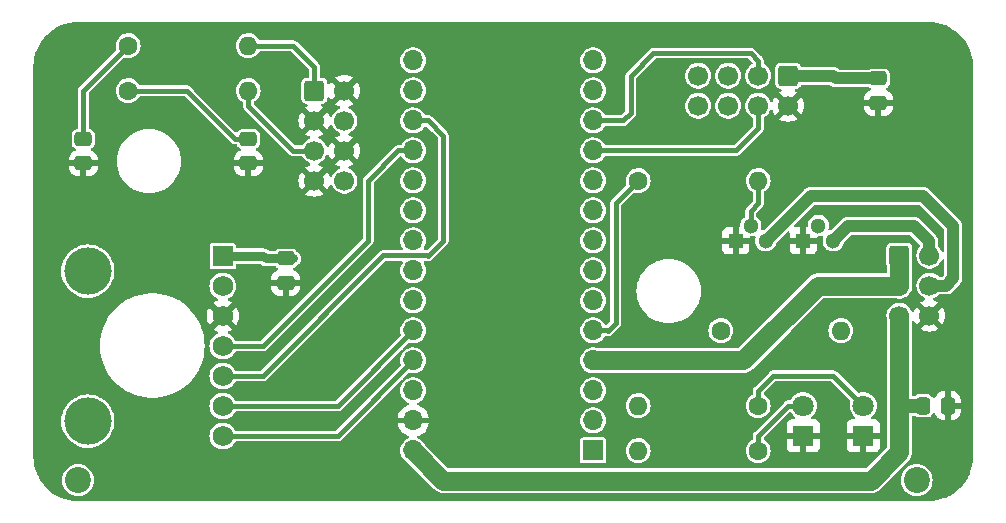
<source format=gbr>
%TF.GenerationSoftware,KiCad,Pcbnew,7.0.2*%
%TF.CreationDate,2023-05-16T00:00:26+02:00*%
%TF.ProjectId,PRO_MCU,50524f5f-4d43-4552-9e6b-696361645f70,rev?*%
%TF.SameCoordinates,Original*%
%TF.FileFunction,Copper,L1,Top*%
%TF.FilePolarity,Positive*%
%FSLAX45Y45*%
G04 Gerber Fmt 4.5, Leading zero omitted, Abs format (unit mm)*
G04 Created by KiCad (PCBNEW 7.0.2) date 2023-05-16 00:00:26*
%MOMM*%
%LPD*%
G01*
G04 APERTURE LIST*
G04 Aperture macros list*
%AMRoundRect*
0 Rectangle with rounded corners*
0 $1 Rounding radius*
0 $2 $3 $4 $5 $6 $7 $8 $9 X,Y pos of 4 corners*
0 Add a 4 corners polygon primitive as box body*
4,1,4,$2,$3,$4,$5,$6,$7,$8,$9,$2,$3,0*
0 Add four circle primitives for the rounded corners*
1,1,$1+$1,$2,$3*
1,1,$1+$1,$4,$5*
1,1,$1+$1,$6,$7*
1,1,$1+$1,$8,$9*
0 Add four rect primitives between the rounded corners*
20,1,$1+$1,$2,$3,$4,$5,0*
20,1,$1+$1,$4,$5,$6,$7,0*
20,1,$1+$1,$6,$7,$8,$9,0*
20,1,$1+$1,$8,$9,$2,$3,0*%
G04 Aperture macros list end*
%TA.AperFunction,ComponentPad*%
%ADD10C,2.200000*%
%TD*%
%TA.AperFunction,ComponentPad*%
%ADD11R,1.700000X1.700000*%
%TD*%
%TA.AperFunction,ComponentPad*%
%ADD12O,1.700000X1.700000*%
%TD*%
%TA.AperFunction,ComponentPad*%
%ADD13C,1.600000*%
%TD*%
%TA.AperFunction,ComponentPad*%
%ADD14O,1.600000X1.600000*%
%TD*%
%TA.AperFunction,SMDPad,CuDef*%
%ADD15RoundRect,0.250000X-0.475000X0.337500X-0.475000X-0.337500X0.475000X-0.337500X0.475000X0.337500X0*%
%TD*%
%TA.AperFunction,ComponentPad*%
%ADD16RoundRect,0.250000X-0.600000X-0.600000X0.600000X-0.600000X0.600000X0.600000X-0.600000X0.600000X0*%
%TD*%
%TA.AperFunction,ComponentPad*%
%ADD17C,1.700000*%
%TD*%
%TA.AperFunction,SMDPad,CuDef*%
%ADD18RoundRect,0.250000X-0.337500X-0.475000X0.337500X-0.475000X0.337500X0.475000X-0.337500X0.475000X0*%
%TD*%
%TA.AperFunction,ComponentPad*%
%ADD19R,1.300000X1.300000*%
%TD*%
%TA.AperFunction,ComponentPad*%
%ADD20C,1.300000*%
%TD*%
%TA.AperFunction,ComponentPad*%
%ADD21RoundRect,0.250000X-0.600000X0.600000X-0.600000X-0.600000X0.600000X-0.600000X0.600000X0.600000X0*%
%TD*%
%TA.AperFunction,ComponentPad*%
%ADD22R,1.800000X1.800000*%
%TD*%
%TA.AperFunction,ComponentPad*%
%ADD23C,1.800000*%
%TD*%
%TA.AperFunction,ComponentPad*%
%ADD24C,4.000000*%
%TD*%
%TA.AperFunction,ComponentPad*%
%ADD25R,1.750000X1.750000*%
%TD*%
%TA.AperFunction,ComponentPad*%
%ADD26C,1.750000*%
%TD*%
%TA.AperFunction,Conductor*%
%ADD27C,0.400000*%
%TD*%
%TA.AperFunction,Conductor*%
%ADD28C,0.800000*%
%TD*%
%TA.AperFunction,Conductor*%
%ADD29C,1.600000*%
%TD*%
%TA.AperFunction,Conductor*%
%ADD30C,1.000000*%
%TD*%
%TA.AperFunction,Conductor*%
%ADD31C,1.200000*%
%TD*%
G04 APERTURE END LIST*
D10*
%TO.P,Logo,*%
%TO.N,*%
X-37890000Y-12949000D03*
X-30790000Y-12949000D03*
%TD*%
D11*
%TO.P,U2,1,~{RESET}*%
%TO.N,unconnected-(U2-~{RESET}-Pad1)*%
X-33528000Y-12698400D03*
D12*
%TO.P,U2,2,3V3*%
%TO.N,+3.3V*%
X-33528000Y-12444400D03*
%TO.P,U2,3,EN*%
%TO.N,unconnected-(U2-EN-Pad3)*%
X-33528000Y-12190400D03*
%TO.P,U2,4,VHI*%
%TO.N,VDD*%
X-33528000Y-11936400D03*
%TO.P,U2,5,A0*%
%TO.N,/Valve_Ctrl*%
X-33528000Y-11682400D03*
%TO.P,U2,6,A1*%
%TO.N,/Pump_Ctrl*%
X-33528000Y-11428400D03*
%TO.P,U2,7,A2*%
%TO.N,/DC*%
X-33528000Y-11174400D03*
%TO.P,U2,8,A3*%
%TO.N,/BL*%
X-33528000Y-10920400D03*
%TO.P,U2,9,A4*%
%TO.N,/Display_RESET*%
X-33528000Y-10666400D03*
%TO.P,U2,10,A5*%
%TO.N,/CS*%
X-33528000Y-10412400D03*
%TO.P,U2,11,SCK*%
%TO.N,/SCK*%
X-33528000Y-10158400D03*
%TO.P,U2,12,MOSI*%
%TO.N,/MOSI*%
X-33528000Y-9904400D03*
%TO.P,U2,13,MISO*%
%TO.N,unconnected-(U2-MISO-Pad13)*%
X-33528000Y-9650400D03*
%TO.P,U2,14,D2*%
%TO.N,unconnected-(U2-D2-Pad14)*%
X-33528000Y-9396400D03*
%TO.P,U2,15,TX_D1*%
%TO.N,unconnected-(U2-TX_D1-Pad15)*%
X-35052000Y-9396400D03*
%TO.P,U2,16,RX_D0*%
%TO.N,unconnected-(U2-RX_D0-Pad16)*%
X-35052000Y-9650400D03*
%TO.P,U2,17,SDA*%
%TO.N,Net-(U2-SDA)*%
X-35052000Y-9904400D03*
%TO.P,U2,18,SCL*%
%TO.N,Net-(U2-SCL)*%
X-35052000Y-10158400D03*
%TO.P,U2,19,D5_5V*%
%TO.N,/Led_Red*%
X-35052000Y-10412400D03*
%TO.P,U2,20,D7*%
%TO.N,/Button_Green*%
X-35052000Y-10666400D03*
%TO.P,U2,21,D9*%
%TO.N,/Button_Red*%
X-35052000Y-10920400D03*
%TO.P,U2,22,D10*%
%TO.N,/Led_Green*%
X-35052000Y-11174400D03*
%TO.P,U2,23,D11*%
%TO.N,unconnected-(U2-D11-Pad23)*%
X-35052000Y-11428400D03*
%TO.P,U2,24,D12*%
%TO.N,/EOC*%
X-35052000Y-11682400D03*
%TO.P,U2,25,D13*%
%TO.N,/Sensor_RESET*%
X-35052000Y-11936400D03*
%TO.P,U2,26,VBUS*%
%TO.N,unconnected-(U2-VBUS-Pad26)*%
X-35052000Y-12190400D03*
%TO.P,U2,27,GND*%
%TO.N,GND*%
X-35052000Y-12444400D03*
%TO.P,U2,28,VBAT*%
%TO.N,+BATT*%
X-35052000Y-12698400D03*
%TD*%
D13*
%TO.P,R4,1*%
%TO.N,/Pump_Ctrl*%
X-32448500Y-11684000D03*
D14*
%TO.P,R4,2*%
%TO.N,Net-(Q2-G)*%
X-31432500Y-11684000D03*
%TD*%
D15*
%TO.P,C5,1*%
%TO.N,+3.3V*%
X-31115000Y-9548250D03*
%TO.P,C5,2*%
%TO.N,GND*%
X-31115000Y-9755750D03*
%TD*%
D13*
%TO.P,R1,1*%
%TO.N,Net-(D1-A)*%
X-32131000Y-12700000D03*
D14*
%TO.P,R1,2*%
%TO.N,/Valve_Ctrl*%
X-33147000Y-12700000D03*
%TD*%
D15*
%TO.P,C4,1*%
%TO.N,+3.3V*%
X-36131500Y-11072250D03*
%TO.P,C4,2*%
%TO.N,GND*%
X-36131500Y-11279750D03*
%TD*%
%TO.P,C2,1*%
%TO.N,/Button_Green*%
X-37846000Y-10060250D03*
%TO.P,C2,2*%
%TO.N,GND*%
X-37846000Y-10267750D03*
%TD*%
D13*
%TO.P,R2,1*%
%TO.N,/Valve_Ctrl*%
X-33147000Y-10414000D03*
D14*
%TO.P,R2,2*%
%TO.N,Net-(Q1-G)*%
X-32131000Y-10414000D03*
%TD*%
D16*
%TO.P,U1,1,P+*%
%TO.N,VDD*%
X-30936250Y-11048500D03*
D17*
%TO.P,U1,2,P-*%
%TO.N,/Pump-*%
X-30682250Y-11048500D03*
%TO.P,U1,3,V+*%
%TO.N,VDD*%
X-30936250Y-11302500D03*
%TO.P,U1,4,V-*%
%TO.N,/Valve-*%
X-30682250Y-11302500D03*
%TO.P,U1,5,BAT+*%
%TO.N,+BATT*%
X-30936250Y-11556500D03*
%TO.P,U1,6,BAT-*%
%TO.N,GND*%
X-30682250Y-11556500D03*
%TD*%
D18*
%TO.P,C1,1*%
%TO.N,+BATT*%
X-30734000Y-12319000D03*
%TO.P,C1,2*%
%TO.N,GND*%
X-30526500Y-12319000D03*
%TD*%
D19*
%TO.P,Q2,1,S*%
%TO.N,GND*%
X-31750000Y-10922000D03*
D20*
%TO.P,Q2,2,G*%
%TO.N,Net-(Q2-G)*%
X-31623000Y-10795000D03*
%TO.P,Q2,3,D*%
%TO.N,/Pump-*%
X-31496000Y-10922000D03*
%TD*%
D15*
%TO.P,C3,1*%
%TO.N,/Button_Red*%
X-36449000Y-10060250D03*
%TO.P,C3,2*%
%TO.N,GND*%
X-36449000Y-10267750D03*
%TD*%
D13*
%TO.P,R6,1*%
%TO.N,/Button_Red*%
X-37465000Y-9652000D03*
D14*
%TO.P,R6,2*%
%TO.N,Net-(R6-Pad2)*%
X-36449000Y-9652000D03*
%TD*%
D21*
%TO.P,U5,1,VCC*%
%TO.N,+3.3V*%
X-31877000Y-9525000D03*
D17*
%TO.P,U5,2,GND*%
%TO.N,GND*%
X-31877000Y-9779000D03*
%TO.P,U5,3,DIN*%
%TO.N,/MOSI*%
X-32131000Y-9525000D03*
%TO.P,U5,4,CLK*%
%TO.N,/SCK*%
X-32131000Y-9779000D03*
%TO.P,U5,5,CS*%
%TO.N,/CS*%
X-32385000Y-9525000D03*
%TO.P,U5,6,DC*%
%TO.N,/DC*%
X-32385000Y-9779000D03*
%TO.P,U5,7,RST*%
%TO.N,/Display_RESET*%
X-32639000Y-9525000D03*
%TO.P,U5,8,BL*%
%TO.N,/BL*%
X-32639000Y-9779000D03*
%TD*%
D19*
%TO.P,Q1,1,S*%
%TO.N,GND*%
X-32321500Y-10922000D03*
D20*
%TO.P,Q1,2,G*%
%TO.N,Net-(Q1-G)*%
X-32194500Y-10795000D03*
%TO.P,Q1,3,D*%
%TO.N,/Valve-*%
X-32067500Y-10922000D03*
%TD*%
D22*
%TO.P,D2,1,K*%
%TO.N,GND*%
X-31242000Y-12573000D03*
D23*
%TO.P,D2,2,A*%
%TO.N,Net-(D2-A)*%
X-31242000Y-12319000D03*
%TD*%
D13*
%TO.P,R5,1*%
%TO.N,/Button_Green*%
X-37465000Y-9271000D03*
D14*
%TO.P,R5,2*%
%TO.N,Net-(R5-Pad2)*%
X-36449000Y-9271000D03*
%TD*%
D13*
%TO.P,R3,1*%
%TO.N,Net-(D2-A)*%
X-32131000Y-12319000D03*
D14*
%TO.P,R3,2*%
%TO.N,/Pump_Ctrl*%
X-33147000Y-12319000D03*
%TD*%
D16*
%TO.P,U4,1,1*%
%TO.N,Net-(R5-Pad2)*%
X-35889250Y-9652000D03*
D17*
%TO.P,U4,2,2*%
%TO.N,GND*%
X-35635250Y-9652000D03*
%TO.P,U4,3,K*%
X-35889250Y-9906000D03*
%TO.P,U4,4,A*%
%TO.N,/Led_Green*%
X-35635250Y-9906000D03*
%TO.P,U4,5,1*%
%TO.N,Net-(R6-Pad2)*%
X-35889250Y-10160000D03*
%TO.P,U4,6,2*%
%TO.N,GND*%
X-35635250Y-10160000D03*
%TO.P,U4,7,K*%
X-35889250Y-10414000D03*
%TO.P,U4,8,A*%
%TO.N,/Led_Red*%
X-35635250Y-10414000D03*
%TD*%
D22*
%TO.P,D1,1,K*%
%TO.N,GND*%
X-31750000Y-12573000D03*
D23*
%TO.P,D1,2,A*%
%TO.N,Net-(D1-A)*%
X-31750000Y-12319000D03*
%TD*%
D24*
%TO.P,U3,*%
%TO.N,*%
X-37807150Y-11179650D03*
X-37807150Y-12449650D03*
D25*
%TO.P,U3,1,VIN*%
%TO.N,+3.3V*%
X-36664150Y-11052650D03*
D26*
%TO.P,U3,2,3Vo*%
%TO.N,unconnected-(U3-3Vo-Pad2)*%
X-36664150Y-11306650D03*
%TO.P,U3,3,GND*%
%TO.N,GND*%
X-36664150Y-11560650D03*
%TO.P,U3,4,SCL*%
%TO.N,Net-(U2-SCL)*%
X-36664150Y-11814650D03*
%TO.P,U3,5,SDA*%
%TO.N,Net-(U2-SDA)*%
X-36664150Y-12068650D03*
%TO.P,U3,6,EOC*%
%TO.N,/EOC*%
X-36664150Y-12322650D03*
%TO.P,U3,7,RST*%
%TO.N,/Sensor_RESET*%
X-36664150Y-12576650D03*
%TD*%
D27*
%TO.N,/Sensor_RESET*%
X-35692250Y-12576650D02*
X-35052000Y-11936400D01*
X-36664150Y-12576650D02*
X-35692250Y-12576650D01*
%TO.N,/EOC*%
X-35692250Y-12322650D02*
X-35052000Y-11682400D01*
X-36664150Y-12322650D02*
X-35692250Y-12322650D01*
%TO.N,Net-(U2-SDA)*%
X-34798000Y-10033000D02*
X-34926600Y-9904400D01*
X-34925000Y-11049000D02*
X-34798000Y-10922000D01*
X-34926600Y-11047400D02*
X-34925000Y-11049000D01*
X-34798000Y-10922000D02*
X-34798000Y-10033000D01*
X-34926600Y-9904400D02*
X-35052000Y-9904400D01*
X-36664150Y-12068650D02*
X-36325650Y-12068650D01*
X-36325650Y-12068650D02*
X-35304400Y-11047400D01*
X-35304400Y-11047400D02*
X-34926600Y-11047400D01*
%TO.N,Net-(U2-SCL)*%
X-35433000Y-10414000D02*
X-35177400Y-10158400D01*
X-35433000Y-10922000D02*
X-35433000Y-10414000D01*
X-35177400Y-10158400D02*
X-35052000Y-10158400D01*
X-36664150Y-11814650D02*
X-36325650Y-11814650D01*
X-36325650Y-11814650D02*
X-35433000Y-10922000D01*
D28*
%TO.N,+3.3V*%
X-36302400Y-11072250D02*
X-36068000Y-11072250D01*
X-36322000Y-11052650D02*
X-36302400Y-11072250D01*
X-36664150Y-11052650D02*
X-36322000Y-11052650D01*
D29*
%TO.N,+BATT*%
X-34796400Y-12954000D02*
X-35052000Y-12698400D01*
X-31178500Y-12954000D02*
X-34796400Y-12954000D01*
X-30936250Y-12319000D02*
X-30936250Y-12711750D01*
X-30936250Y-12711750D02*
X-31178500Y-12954000D01*
D27*
%TO.N,Net-(Q1-G)*%
X-32131000Y-10604500D02*
X-32131000Y-10414000D01*
X-32194500Y-10668000D02*
X-32131000Y-10604500D01*
X-32194500Y-10795000D02*
X-32194500Y-10668000D01*
D30*
%TO.N,/Valve-*%
X-31686500Y-10541000D02*
X-32067500Y-10922000D01*
X-30734000Y-10541000D02*
X-31686500Y-10541000D01*
X-30480000Y-10795000D02*
X-30734000Y-10541000D01*
X-30543000Y-11302500D02*
X-30480000Y-11239500D01*
X-30682250Y-11302500D02*
X-30543000Y-11302500D01*
X-30480000Y-11239500D02*
X-30480000Y-10795000D01*
D27*
%TO.N,/MOSI*%
X-33020000Y-9334500D02*
X-32194500Y-9334500D01*
X-33210500Y-9525000D02*
X-33020000Y-9334500D01*
X-33210500Y-9842500D02*
X-33210500Y-9525000D01*
X-32131000Y-9398000D02*
X-32131000Y-9525000D01*
X-32194500Y-9334500D02*
X-32131000Y-9398000D01*
X-33272400Y-9904400D02*
X-33210500Y-9842500D01*
X-33528000Y-9904400D02*
X-33272400Y-9904400D01*
%TO.N,/SCK*%
X-32319900Y-10158400D02*
X-32131000Y-9969500D01*
X-32131000Y-9969500D02*
X-32131000Y-9779000D01*
X-33528000Y-10158400D02*
X-32319900Y-10158400D01*
%TO.N,/Valve_Ctrl*%
X-33401000Y-11684000D02*
X-33402600Y-11682400D01*
X-33337500Y-11620500D02*
X-33401000Y-11684000D01*
X-33337500Y-10604500D02*
X-33337500Y-11620500D01*
X-33147000Y-10414000D02*
X-33337500Y-10604500D01*
X-33402600Y-11682400D02*
X-33528000Y-11682400D01*
D31*
%TO.N,+BATT*%
X-30734000Y-12319000D02*
X-30936250Y-12319000D01*
D29*
%TO.N,VDD*%
X-31622500Y-11302500D02*
X-32256400Y-11936400D01*
X-30936250Y-11302500D02*
X-31622500Y-11302500D01*
X-32256400Y-11936400D02*
X-33528000Y-11936400D01*
D30*
%TO.N,+3.3V*%
X-31472750Y-9548250D02*
X-31496000Y-9525000D01*
X-31115000Y-9548250D02*
X-31472750Y-9548250D01*
X-31877000Y-9525000D02*
X-31496000Y-9525000D01*
D27*
%TO.N,/Button_Red*%
X-36562375Y-10060250D02*
X-36449000Y-10060250D01*
X-36970625Y-9652000D02*
X-36562375Y-10060250D01*
X-37465000Y-9652000D02*
X-36970625Y-9652000D01*
%TO.N,/Button_Green*%
X-37846000Y-9652000D02*
X-37465000Y-9271000D01*
X-37846000Y-10060250D02*
X-37846000Y-9652000D01*
%TO.N,Net-(R5-Pad2)*%
X-36068000Y-9271000D02*
X-36449000Y-9271000D01*
X-35889250Y-9652000D02*
X-35889250Y-9449750D01*
X-35889250Y-9449750D02*
X-36068000Y-9271000D01*
%TO.N,Net-(R6-Pad2)*%
X-36449000Y-9779000D02*
X-36449000Y-9652000D01*
X-36068000Y-10160000D02*
X-36449000Y-9779000D01*
X-35889250Y-10160000D02*
X-36068000Y-10160000D01*
D29*
%TO.N,+BATT*%
X-30936250Y-11556500D02*
X-30936250Y-12319000D01*
D27*
%TO.N,Net-(D1-A)*%
X-32131000Y-12573000D02*
X-31877000Y-12319000D01*
X-31877000Y-12319000D02*
X-31750000Y-12319000D01*
X-32131000Y-12700000D02*
X-32131000Y-12573000D01*
%TO.N,Net-(D2-A)*%
X-32004000Y-12065000D02*
X-31496000Y-12065000D01*
X-32131000Y-12192000D02*
X-32004000Y-12065000D01*
X-31496000Y-12065000D02*
X-31242000Y-12319000D01*
X-32131000Y-12319000D02*
X-32131000Y-12192000D01*
D30*
%TO.N,/Pump-*%
X-31369000Y-10795000D02*
X-31496000Y-10922000D01*
X-30815542Y-10795000D02*
X-31369000Y-10795000D01*
X-30682250Y-10928292D02*
X-30815542Y-10795000D01*
X-30682250Y-11048500D02*
X-30682250Y-10928292D01*
D29*
%TO.N,VDD*%
X-30936250Y-11048500D02*
X-30936250Y-11302500D01*
%TD*%
%TA.AperFunction,Conductor*%
%TO.N,GND*%
G36*
X-35681199Y-10180984D02*
G01*
X-35673426Y-10193080D01*
X-35662560Y-10202495D01*
X-35649482Y-10208468D01*
X-35648503Y-10208609D01*
X-35711387Y-10271493D01*
X-35703008Y-10277360D01*
X-35681599Y-10287343D01*
X-35677692Y-10288390D01*
X-35671726Y-10292027D01*
X-35668673Y-10298311D01*
X-35669502Y-10305249D01*
X-35673950Y-10310637D01*
X-35676421Y-10311930D01*
X-35681392Y-10313856D01*
X-35684514Y-10315065D01*
X-35701854Y-10325802D01*
X-35716926Y-10339542D01*
X-35729218Y-10355818D01*
X-35737932Y-10373319D01*
X-35742682Y-10378443D01*
X-35749448Y-10380185D01*
X-35756082Y-10377992D01*
X-35760478Y-10372561D01*
X-35761009Y-10371001D01*
X-35761907Y-10367651D01*
X-35771890Y-10346242D01*
X-35777757Y-10337863D01*
X-35840942Y-10401048D01*
X-35843301Y-10393016D01*
X-35851074Y-10380920D01*
X-35861940Y-10371505D01*
X-35875019Y-10365532D01*
X-35875997Y-10365391D01*
X-35813113Y-10302507D01*
X-35813113Y-10302507D01*
X-35821492Y-10296640D01*
X-35842901Y-10286657D01*
X-35846809Y-10285610D01*
X-35852775Y-10281973D01*
X-35855827Y-10275688D01*
X-35854998Y-10268751D01*
X-35850549Y-10263363D01*
X-35848079Y-10262070D01*
X-35839986Y-10258935D01*
X-35837402Y-10257335D01*
X-35822646Y-10248198D01*
X-35807574Y-10234458D01*
X-35795283Y-10218182D01*
X-35786568Y-10200681D01*
X-35781818Y-10195557D01*
X-35775052Y-10193815D01*
X-35768418Y-10196008D01*
X-35764022Y-10201439D01*
X-35763491Y-10202999D01*
X-35762593Y-10206349D01*
X-35752610Y-10227758D01*
X-35746743Y-10236137D01*
X-35683558Y-10172952D01*
X-35681199Y-10180984D01*
G37*
%TD.AperFunction*%
%TA.AperFunction,Conductor*%
G36*
X-35777757Y-9982137D02*
G01*
X-35777757Y-9982137D01*
X-35771890Y-9973758D01*
X-35761907Y-9952349D01*
X-35761009Y-9948999D01*
X-35757373Y-9943033D01*
X-35751088Y-9939980D01*
X-35744150Y-9940810D01*
X-35738763Y-9945258D01*
X-35737932Y-9946681D01*
X-35735080Y-9952407D01*
X-35729217Y-9964182D01*
X-35718135Y-9978858D01*
X-35716926Y-9980458D01*
X-35712632Y-9984373D01*
X-35701854Y-9994198D01*
X-35684514Y-10004935D01*
X-35676421Y-10008070D01*
X-35670881Y-10012327D01*
X-35668522Y-10018903D01*
X-35670093Y-10025712D01*
X-35675096Y-10030590D01*
X-35677691Y-10031610D01*
X-35681599Y-10032657D01*
X-35703008Y-10042640D01*
X-35711387Y-10048507D01*
X-35711387Y-10048507D01*
X-35648503Y-10111391D01*
X-35649482Y-10111532D01*
X-35662560Y-10117505D01*
X-35673426Y-10126920D01*
X-35681199Y-10139016D01*
X-35683558Y-10147048D01*
X-35746743Y-10083863D01*
X-35746743Y-10083863D01*
X-35752610Y-10092242D01*
X-35762593Y-10113651D01*
X-35763491Y-10117001D01*
X-35767127Y-10122967D01*
X-35773412Y-10126020D01*
X-35780349Y-10125191D01*
X-35785737Y-10120742D01*
X-35786568Y-10119319D01*
X-35795283Y-10101818D01*
X-35807574Y-10085542D01*
X-35822646Y-10071802D01*
X-35839986Y-10061065D01*
X-35848079Y-10057930D01*
X-35853619Y-10053673D01*
X-35855978Y-10047096D01*
X-35854407Y-10040288D01*
X-35849404Y-10035410D01*
X-35846808Y-10034390D01*
X-35842901Y-10033343D01*
X-35821492Y-10023360D01*
X-35813113Y-10017493D01*
X-35875997Y-9954609D01*
X-35875019Y-9954468D01*
X-35861940Y-9948495D01*
X-35851074Y-9939080D01*
X-35843301Y-9926984D01*
X-35840942Y-9918952D01*
X-35777757Y-9982137D01*
G37*
%TD.AperFunction*%
%TA.AperFunction,Conductor*%
G36*
X-35681199Y-9672984D02*
G01*
X-35673426Y-9685080D01*
X-35662560Y-9694495D01*
X-35649482Y-9700468D01*
X-35648503Y-9700609D01*
X-35711387Y-9763493D01*
X-35703008Y-9769360D01*
X-35681599Y-9779343D01*
X-35677692Y-9780390D01*
X-35671726Y-9784027D01*
X-35668673Y-9790311D01*
X-35669502Y-9797249D01*
X-35673950Y-9802637D01*
X-35676421Y-9803930D01*
X-35682588Y-9806319D01*
X-35684514Y-9807065D01*
X-35701854Y-9817802D01*
X-35716926Y-9831542D01*
X-35729218Y-9847818D01*
X-35737932Y-9865319D01*
X-35742682Y-9870443D01*
X-35749448Y-9872185D01*
X-35756082Y-9869992D01*
X-35760478Y-9864561D01*
X-35761009Y-9863001D01*
X-35761907Y-9859651D01*
X-35771890Y-9838242D01*
X-35777757Y-9829863D01*
X-35840942Y-9893048D01*
X-35843301Y-9885016D01*
X-35851074Y-9872920D01*
X-35861940Y-9863505D01*
X-35875019Y-9857532D01*
X-35875997Y-9857391D01*
X-35813113Y-9794507D01*
X-35813113Y-9794507D01*
X-35821492Y-9788640D01*
X-35828050Y-9785582D01*
X-35833294Y-9780965D01*
X-35835209Y-9774245D01*
X-35833188Y-9767557D01*
X-35827871Y-9763024D01*
X-35824135Y-9762015D01*
X-35818502Y-9761409D01*
X-35805017Y-9756380D01*
X-35793495Y-9747755D01*
X-35784870Y-9736233D01*
X-35784784Y-9736001D01*
X-35779841Y-9722748D01*
X-35779235Y-9717115D01*
X-35776561Y-9710660D01*
X-35770822Y-9706675D01*
X-35763840Y-9706425D01*
X-35757831Y-9709991D01*
X-35755668Y-9713200D01*
X-35752610Y-9719758D01*
X-35746743Y-9728137D01*
X-35683558Y-9664952D01*
X-35681199Y-9672984D01*
G37*
%TD.AperFunction*%
%TA.AperFunction,Conductor*%
G36*
X-30763519Y-10618019D02*
G01*
X-30761455Y-10619682D01*
X-30558682Y-10822455D01*
X-30555333Y-10828587D01*
X-30555050Y-10831223D01*
X-30555050Y-11004532D01*
X-30557018Y-11011236D01*
X-30562299Y-11015811D01*
X-30569215Y-11016806D01*
X-30575570Y-11013903D01*
X-30578417Y-11009473D01*
X-30578680Y-11009604D01*
X-30588282Y-10990318D01*
X-30600573Y-10974042D01*
X-30603154Y-10971690D01*
X-30606782Y-10965719D01*
X-30607200Y-10962526D01*
X-30607200Y-10934662D01*
X-30607069Y-10932865D01*
X-30606721Y-10930490D01*
X-30607153Y-10925555D01*
X-30607200Y-10924475D01*
X-30607200Y-10924281D01*
X-30607200Y-10923921D01*
X-30607326Y-10922843D01*
X-30607560Y-10920841D01*
X-30607596Y-10920483D01*
X-30608261Y-10912887D01*
X-30608683Y-10910984D01*
X-30611291Y-10903819D01*
X-30611409Y-10903479D01*
X-30613808Y-10896240D01*
X-30614658Y-10894485D01*
X-30618847Y-10888115D01*
X-30619040Y-10887811D01*
X-30623044Y-10881320D01*
X-30624276Y-10879808D01*
X-30629821Y-10874577D01*
X-30630079Y-10874326D01*
X-30757969Y-10746436D01*
X-30759147Y-10745073D01*
X-30760581Y-10743147D01*
X-30764375Y-10739964D01*
X-30765171Y-10739234D01*
X-30765308Y-10739097D01*
X-30765310Y-10739095D01*
X-30765564Y-10738841D01*
X-30765847Y-10738617D01*
X-30767996Y-10736918D01*
X-30768276Y-10736690D01*
X-30774116Y-10731789D01*
X-30775761Y-10730742D01*
X-30782671Y-10727519D01*
X-30782995Y-10727362D01*
X-30789811Y-10723939D01*
X-30791652Y-10723300D01*
X-30799121Y-10721757D01*
X-30799472Y-10721679D01*
X-30806892Y-10719921D01*
X-30808830Y-10719723D01*
X-30816455Y-10719945D01*
X-30816816Y-10719950D01*
X-31362629Y-10719950D01*
X-31364426Y-10719819D01*
X-31366802Y-10719471D01*
X-31369723Y-10719727D01*
X-31371737Y-10719903D01*
X-31372817Y-10719950D01*
X-31373371Y-10719950D01*
X-31373727Y-10719992D01*
X-31373729Y-10719992D01*
X-31376451Y-10720310D01*
X-31376809Y-10720347D01*
X-31384405Y-10721011D01*
X-31386307Y-10721433D01*
X-31391221Y-10723221D01*
X-31393474Y-10724041D01*
X-31393813Y-10724159D01*
X-31401053Y-10726558D01*
X-31402807Y-10727407D01*
X-31409179Y-10731599D01*
X-31409479Y-10731789D01*
X-31409609Y-10731870D01*
X-31415973Y-10735795D01*
X-31417483Y-10737025D01*
X-31417569Y-10737117D01*
X-31417570Y-10737117D01*
X-31421263Y-10741032D01*
X-31422715Y-10742571D01*
X-31422966Y-10742830D01*
X-31511277Y-10831140D01*
X-31517409Y-10834489D01*
X-31517460Y-10834500D01*
X-31519398Y-10834912D01*
X-31521899Y-10835443D01*
X-31528866Y-10834912D01*
X-31534439Y-10830698D01*
X-31536850Y-10824140D01*
X-31536271Y-10819483D01*
X-31534433Y-10813826D01*
X-31532454Y-10795000D01*
X-31534433Y-10776174D01*
X-31540282Y-10758172D01*
X-31549747Y-10741778D01*
X-31562413Y-10727711D01*
X-31577727Y-10716585D01*
X-31595020Y-10708886D01*
X-31613535Y-10704950D01*
X-31613535Y-10704950D01*
X-31632465Y-10704950D01*
X-31632465Y-10704950D01*
X-31650980Y-10708886D01*
X-31668273Y-10716585D01*
X-31683587Y-10727711D01*
X-31696253Y-10741778D01*
X-31705718Y-10758172D01*
X-31708045Y-10765335D01*
X-31711567Y-10776174D01*
X-31712744Y-10787371D01*
X-31713640Y-10795896D01*
X-31716299Y-10802358D01*
X-31722028Y-10806356D01*
X-31724810Y-10806810D01*
X-31725000Y-10807000D01*
X-31725000Y-10893938D01*
X-31731905Y-10888564D01*
X-31743742Y-10884500D01*
X-31753107Y-10884500D01*
X-31762345Y-10886041D01*
X-31773351Y-10891998D01*
X-31775000Y-10893789D01*
X-31775000Y-10807000D01*
X-31816427Y-10807000D01*
X-31823131Y-10805032D01*
X-31827706Y-10799751D01*
X-31828701Y-10792835D01*
X-31825798Y-10786480D01*
X-31825195Y-10785832D01*
X-31659045Y-10619682D01*
X-31652913Y-10616333D01*
X-31650277Y-10616050D01*
X-30770223Y-10616050D01*
X-30763519Y-10618019D01*
G37*
%TD.AperFunction*%
%TA.AperFunction,Conductor*%
G36*
X-30689697Y-9071065D02*
G01*
X-30653562Y-9072840D01*
X-30652352Y-9072959D01*
X-30616868Y-9078223D01*
X-30615675Y-9078460D01*
X-30580875Y-9087177D01*
X-30579715Y-9087529D01*
X-30545938Y-9099615D01*
X-30544816Y-9100079D01*
X-30512385Y-9115418D01*
X-30511314Y-9115991D01*
X-30480544Y-9134434D01*
X-30479535Y-9135108D01*
X-30450719Y-9156479D01*
X-30449780Y-9157249D01*
X-30423199Y-9181342D01*
X-30422342Y-9182199D01*
X-30398249Y-9208780D01*
X-30397479Y-9209719D01*
X-30376108Y-9238535D01*
X-30375433Y-9239544D01*
X-30356991Y-9270314D01*
X-30356418Y-9271385D01*
X-30341079Y-9303816D01*
X-30340615Y-9304938D01*
X-30328529Y-9338715D01*
X-30328177Y-9339875D01*
X-30321406Y-9366906D01*
X-30319460Y-9374675D01*
X-30319223Y-9375868D01*
X-30316193Y-9396297D01*
X-30313959Y-9411352D01*
X-30313840Y-9412562D01*
X-30312359Y-9442701D01*
X-30312065Y-9448697D01*
X-30312050Y-9449305D01*
X-30312050Y-12748695D01*
X-30312065Y-12749303D01*
X-30313222Y-12772858D01*
X-30313840Y-12785437D01*
X-30313959Y-12786648D01*
X-30319223Y-12822132D01*
X-30319460Y-12823325D01*
X-30321532Y-12831596D01*
X-30328177Y-12858124D01*
X-30328529Y-12859286D01*
X-30337110Y-12883267D01*
X-30340614Y-12893061D01*
X-30341080Y-12894185D01*
X-30356418Y-12926614D01*
X-30356991Y-12927687D01*
X-30375433Y-12958455D01*
X-30376109Y-12959466D01*
X-30397478Y-12988280D01*
X-30398250Y-12989220D01*
X-30422341Y-13015800D01*
X-30423200Y-13016659D01*
X-30436419Y-13028641D01*
X-30449779Y-13040750D01*
X-30450720Y-13041522D01*
X-30479533Y-13062891D01*
X-30480545Y-13063567D01*
X-30511313Y-13082008D01*
X-30512386Y-13082582D01*
X-30544815Y-13097920D01*
X-30545939Y-13098386D01*
X-30562826Y-13104428D01*
X-30579713Y-13110470D01*
X-30580877Y-13110823D01*
X-30615675Y-13119540D01*
X-30616868Y-13119777D01*
X-30652352Y-13125040D01*
X-30653563Y-13125160D01*
X-30687607Y-13126832D01*
X-30689697Y-13126935D01*
X-30690305Y-13126950D01*
X-37889695Y-13126950D01*
X-37890303Y-13126935D01*
X-37892276Y-13126838D01*
X-37926437Y-13125160D01*
X-37927648Y-13125040D01*
X-37963132Y-13119777D01*
X-37964325Y-13119540D01*
X-37999123Y-13110823D01*
X-38000287Y-13110470D01*
X-38034061Y-13098386D01*
X-38035185Y-13097920D01*
X-38067614Y-13082582D01*
X-38068687Y-13082008D01*
X-38099455Y-13063567D01*
X-38100467Y-13062891D01*
X-38129280Y-13041522D01*
X-38130221Y-13040750D01*
X-38156800Y-13016660D01*
X-38157660Y-13015799D01*
X-38181750Y-12989220D01*
X-38182522Y-12988280D01*
X-38203891Y-12959466D01*
X-38204567Y-12958455D01*
X-38210234Y-12949000D01*
X-38025566Y-12949000D01*
X-38023506Y-12972541D01*
X-38017390Y-12995366D01*
X-38007404Y-13016783D01*
X-37993850Y-13036140D01*
X-37977140Y-13052849D01*
X-37957783Y-13066403D01*
X-37936366Y-13076390D01*
X-37913541Y-13082506D01*
X-37890000Y-13084566D01*
X-37866459Y-13082506D01*
X-37864601Y-13082008D01*
X-37843634Y-13076390D01*
X-37822217Y-13066403D01*
X-37802860Y-13052849D01*
X-37786151Y-13036140D01*
X-37772597Y-13016783D01*
X-37762610Y-12995366D01*
X-37760574Y-12987770D01*
X-37756494Y-12972541D01*
X-37754434Y-12949000D01*
X-37756494Y-12925459D01*
X-37762610Y-12902634D01*
X-37772597Y-12881217D01*
X-37786151Y-12861860D01*
X-37802860Y-12845151D01*
X-37802860Y-12845150D01*
X-37822217Y-12831596D01*
X-37843634Y-12821610D01*
X-37866459Y-12815494D01*
X-37890000Y-12813434D01*
X-37913541Y-12815494D01*
X-37936366Y-12821610D01*
X-37936366Y-12821610D01*
X-37957783Y-12831596D01*
X-37977140Y-12845150D01*
X-37993850Y-12861860D01*
X-38007404Y-12881217D01*
X-38017390Y-12902634D01*
X-38023506Y-12925459D01*
X-38025566Y-12949000D01*
X-38210234Y-12949000D01*
X-38223009Y-12927687D01*
X-38223582Y-12926614D01*
X-38238920Y-12894185D01*
X-38239386Y-12893061D01*
X-38251470Y-12859287D01*
X-38251823Y-12858123D01*
X-38260540Y-12823325D01*
X-38260777Y-12822132D01*
X-38266041Y-12786648D01*
X-38266160Y-12785437D01*
X-38267935Y-12749303D01*
X-38267950Y-12748695D01*
X-38267950Y-12449650D01*
X-38032683Y-12449650D01*
X-38030753Y-12479088D01*
X-38024998Y-12508022D01*
X-38015515Y-12535958D01*
X-38002467Y-12562416D01*
X-37986077Y-12586946D01*
X-37966626Y-12609126D01*
X-37944446Y-12628577D01*
X-37919917Y-12644967D01*
X-37893458Y-12658015D01*
X-37865522Y-12667498D01*
X-37836588Y-12673253D01*
X-37807150Y-12675183D01*
X-37777712Y-12673253D01*
X-37748778Y-12667498D01*
X-37748394Y-12667368D01*
X-37748393Y-12667368D01*
X-37735823Y-12663101D01*
X-37720842Y-12658015D01*
X-37720478Y-12657835D01*
X-37694747Y-12645147D01*
X-37694747Y-12645146D01*
X-37694384Y-12644967D01*
X-37669854Y-12628577D01*
X-37647674Y-12609126D01*
X-37642803Y-12603572D01*
X-37630983Y-12590093D01*
X-37628223Y-12586946D01*
X-37622715Y-12578703D01*
X-37621343Y-12576650D01*
X-36777182Y-12576650D01*
X-36775558Y-12594172D01*
X-36775258Y-12597420D01*
X-36769549Y-12617482D01*
X-36760252Y-12636153D01*
X-36760252Y-12636154D01*
X-36760252Y-12636154D01*
X-36747682Y-12652799D01*
X-36732267Y-12666852D01*
X-36714533Y-12677832D01*
X-36695083Y-12685367D01*
X-36674579Y-12689200D01*
X-36674579Y-12689200D01*
X-36653721Y-12689200D01*
X-36653721Y-12689200D01*
X-36633217Y-12685367D01*
X-36613767Y-12677832D01*
X-36596033Y-12666852D01*
X-36596033Y-12666851D01*
X-36596033Y-12666851D01*
X-36580618Y-12652799D01*
X-36568048Y-12636153D01*
X-36564273Y-12628573D01*
X-36559523Y-12623449D01*
X-36553173Y-12621700D01*
X-35695476Y-12621700D01*
X-35694088Y-12621778D01*
X-35690547Y-12622177D01*
X-35690547Y-12622177D01*
X-35690547Y-12622177D01*
X-35684926Y-12621113D01*
X-35684474Y-12621037D01*
X-35678821Y-12620185D01*
X-35678821Y-12620185D01*
X-35678225Y-12620095D01*
X-35677736Y-12619934D01*
X-35677203Y-12619652D01*
X-35677203Y-12619652D01*
X-35672143Y-12616978D01*
X-35671736Y-12616773D01*
X-35666586Y-12614292D01*
X-35666044Y-12614031D01*
X-35665621Y-12613732D01*
X-35661155Y-12609265D01*
X-35660821Y-12608943D01*
X-35660689Y-12608821D01*
X-35656631Y-12605055D01*
X-35656631Y-12605055D01*
X-35656189Y-12604646D01*
X-35655047Y-12603157D01*
X-35521290Y-12469400D01*
X-35185064Y-12469400D01*
X-35179343Y-12490749D01*
X-35169360Y-12512158D01*
X-35155811Y-12531508D01*
X-35139108Y-12548211D01*
X-35119758Y-12561760D01*
X-35098349Y-12571743D01*
X-35094442Y-12572790D01*
X-35088476Y-12576426D01*
X-35085423Y-12582711D01*
X-35086252Y-12589649D01*
X-35090700Y-12595037D01*
X-35093171Y-12596330D01*
X-35099338Y-12598719D01*
X-35101264Y-12599465D01*
X-35118604Y-12610202D01*
X-35133676Y-12623942D01*
X-35145968Y-12640218D01*
X-35154894Y-12658146D01*
X-35155058Y-12658475D01*
X-35160640Y-12678092D01*
X-35162522Y-12698400D01*
X-35160640Y-12718708D01*
X-35155058Y-12738325D01*
X-35151927Y-12744614D01*
X-35145968Y-12756582D01*
X-35145967Y-12756582D01*
X-35145967Y-12756582D01*
X-35133676Y-12772858D01*
X-35118604Y-12786598D01*
X-35103443Y-12795985D01*
X-35101204Y-12797759D01*
X-34874761Y-13024202D01*
X-34873945Y-13025102D01*
X-34871041Y-13028641D01*
X-34855787Y-13041159D01*
X-34855045Y-13041768D01*
X-34836795Y-13051523D01*
X-34816993Y-13057530D01*
X-34796400Y-13059558D01*
X-34791845Y-13059110D01*
X-34790630Y-13059050D01*
X-31184270Y-13059050D01*
X-31183055Y-13059110D01*
X-31178500Y-13059558D01*
X-31157907Y-13057530D01*
X-31138104Y-13051523D01*
X-31119855Y-13041768D01*
X-31119113Y-13041159D01*
X-31103859Y-13028641D01*
X-31100955Y-13025103D01*
X-31100138Y-13024201D01*
X-31024937Y-12949000D01*
X-30925566Y-12949000D01*
X-30923506Y-12972541D01*
X-30917390Y-12995366D01*
X-30907403Y-13016783D01*
X-30893849Y-13036140D01*
X-30877140Y-13052849D01*
X-30857783Y-13066403D01*
X-30836366Y-13076390D01*
X-30813541Y-13082506D01*
X-30790000Y-13084566D01*
X-30790000Y-13084566D01*
X-30790000Y-13084566D01*
X-30766459Y-13082506D01*
X-30764601Y-13082008D01*
X-30743634Y-13076390D01*
X-30722217Y-13066403D01*
X-30702860Y-13052849D01*
X-30686150Y-13036140D01*
X-30672596Y-13016783D01*
X-30662610Y-12995366D01*
X-30660574Y-12987770D01*
X-30656494Y-12972541D01*
X-30654434Y-12949000D01*
X-30656494Y-12925459D01*
X-30662610Y-12902634D01*
X-30672596Y-12881217D01*
X-30686150Y-12861860D01*
X-30702859Y-12845151D01*
X-30702860Y-12845150D01*
X-30722217Y-12831596D01*
X-30743634Y-12821610D01*
X-30766459Y-12815494D01*
X-30790000Y-12813434D01*
X-30813541Y-12815494D01*
X-30836366Y-12821610D01*
X-30836366Y-12821610D01*
X-30857783Y-12831596D01*
X-30877140Y-12845150D01*
X-30893849Y-12861860D01*
X-30907403Y-12881217D01*
X-30917390Y-12902634D01*
X-30923506Y-12925459D01*
X-30925566Y-12949000D01*
X-31024937Y-12949000D01*
X-30866048Y-12790111D01*
X-30865147Y-12789294D01*
X-30861609Y-12786391D01*
X-30858319Y-12782382D01*
X-30848481Y-12770395D01*
X-30838727Y-12752146D01*
X-30837865Y-12749303D01*
X-30832720Y-12732343D01*
X-30832720Y-12732343D01*
X-30830692Y-12711750D01*
X-30831140Y-12707195D01*
X-30831200Y-12705980D01*
X-30831200Y-12416450D01*
X-30829231Y-12409746D01*
X-30823951Y-12405171D01*
X-30818800Y-12404050D01*
X-30805233Y-12404050D01*
X-30798530Y-12406018D01*
X-30797802Y-12406523D01*
X-30794141Y-12409264D01*
X-30791983Y-12410880D01*
X-30778498Y-12415909D01*
X-30772537Y-12416550D01*
X-30695463Y-12416550D01*
X-30689502Y-12415909D01*
X-30676017Y-12410880D01*
X-30664495Y-12402255D01*
X-30655870Y-12390733D01*
X-30655870Y-12390733D01*
X-30655870Y-12390733D01*
X-30655132Y-12388753D01*
X-30650944Y-12383159D01*
X-30644398Y-12380718D01*
X-30637571Y-12382203D01*
X-30632630Y-12387144D01*
X-30631743Y-12389186D01*
X-30628686Y-12398412D01*
X-30619482Y-12413334D01*
X-30607084Y-12425732D01*
X-30592162Y-12434936D01*
X-30575520Y-12440451D01*
X-30565561Y-12441468D01*
X-30564933Y-12441500D01*
X-30551500Y-12441500D01*
X-30551500Y-12344000D01*
X-30501500Y-12344000D01*
X-30501500Y-12441500D01*
X-30488067Y-12441500D01*
X-30487439Y-12441468D01*
X-30477480Y-12440451D01*
X-30460838Y-12434936D01*
X-30445915Y-12425732D01*
X-30433518Y-12413334D01*
X-30424314Y-12398412D01*
X-30418799Y-12381770D01*
X-30417782Y-12371811D01*
X-30417750Y-12371183D01*
X-30417750Y-12344000D01*
X-30501500Y-12344000D01*
X-30551500Y-12344000D01*
X-30551500Y-12196500D01*
X-30501500Y-12196500D01*
X-30501500Y-12294000D01*
X-30417750Y-12294000D01*
X-30417750Y-12266817D01*
X-30417782Y-12266189D01*
X-30418799Y-12256230D01*
X-30424314Y-12239588D01*
X-30433518Y-12224665D01*
X-30445915Y-12212268D01*
X-30460838Y-12203064D01*
X-30477480Y-12197549D01*
X-30487439Y-12196532D01*
X-30488067Y-12196500D01*
X-30501500Y-12196500D01*
X-30551500Y-12196500D01*
X-30564933Y-12196500D01*
X-30565561Y-12196532D01*
X-30575519Y-12197549D01*
X-30592162Y-12203064D01*
X-30607084Y-12212268D01*
X-30619482Y-12224665D01*
X-30628686Y-12239588D01*
X-30631743Y-12248814D01*
X-30635720Y-12254558D01*
X-30642172Y-12257241D01*
X-30649049Y-12256009D01*
X-30654169Y-12251255D01*
X-30655132Y-12249247D01*
X-30655870Y-12247267D01*
X-30664495Y-12235745D01*
X-30676017Y-12227120D01*
X-30689502Y-12222091D01*
X-30695133Y-12221485D01*
X-30695133Y-12221485D01*
X-30695463Y-12221450D01*
X-30695795Y-12221450D01*
X-30695795Y-12221450D01*
X-30772206Y-12221450D01*
X-30772208Y-12221450D01*
X-30772537Y-12221450D01*
X-30772865Y-12221485D01*
X-30772866Y-12221485D01*
X-30778498Y-12222091D01*
X-30791983Y-12227120D01*
X-30797802Y-12231477D01*
X-30804349Y-12233918D01*
X-30805233Y-12233950D01*
X-30818800Y-12233950D01*
X-30825504Y-12231981D01*
X-30830079Y-12226701D01*
X-30831200Y-12221550D01*
X-30831200Y-11612446D01*
X-30829231Y-11605742D01*
X-30823951Y-11601166D01*
X-30817035Y-11600172D01*
X-30810680Y-11603074D01*
X-30807562Y-11607205D01*
X-30799610Y-11624258D01*
X-30793742Y-11632637D01*
X-30730558Y-11569452D01*
X-30728199Y-11577484D01*
X-30720426Y-11589580D01*
X-30709560Y-11598995D01*
X-30696481Y-11604968D01*
X-30695503Y-11605109D01*
X-30758387Y-11667992D01*
X-30750008Y-11673860D01*
X-30728599Y-11683843D01*
X-30705782Y-11689957D01*
X-30682250Y-11692016D01*
X-30658718Y-11689957D01*
X-30635901Y-11683843D01*
X-30614492Y-11673860D01*
X-30606112Y-11667992D01*
X-30668997Y-11605109D01*
X-30668018Y-11604968D01*
X-30654940Y-11598995D01*
X-30644074Y-11589580D01*
X-30636301Y-11577484D01*
X-30633942Y-11569452D01*
X-30570757Y-11632637D01*
X-30570757Y-11632637D01*
X-30564890Y-11624258D01*
X-30554907Y-11602849D01*
X-30548793Y-11580032D01*
X-30546734Y-11556500D01*
X-30548793Y-11532968D01*
X-30554907Y-11510151D01*
X-30564890Y-11488742D01*
X-30570757Y-11480362D01*
X-30570757Y-11480362D01*
X-30633942Y-11543547D01*
X-30636301Y-11535516D01*
X-30644074Y-11523420D01*
X-30654940Y-11514005D01*
X-30668018Y-11508032D01*
X-30668997Y-11507891D01*
X-30606112Y-11445007D01*
X-30606113Y-11445007D01*
X-30614492Y-11439140D01*
X-30635901Y-11429157D01*
X-30639809Y-11428110D01*
X-30645775Y-11424473D01*
X-30648827Y-11418188D01*
X-30647998Y-11411251D01*
X-30643549Y-11405863D01*
X-30641079Y-11404570D01*
X-30632986Y-11401435D01*
X-30626756Y-11397577D01*
X-30615646Y-11390698D01*
X-30604773Y-11380786D01*
X-30598493Y-11377725D01*
X-30596419Y-11377550D01*
X-30549371Y-11377550D01*
X-30547574Y-11377681D01*
X-30547275Y-11377725D01*
X-30545198Y-11378029D01*
X-30540263Y-11377597D01*
X-30539182Y-11377550D01*
X-30538990Y-11377550D01*
X-30538629Y-11377550D01*
X-30535552Y-11377190D01*
X-30535193Y-11377154D01*
X-30534605Y-11377102D01*
X-30527720Y-11376500D01*
X-30527720Y-11376500D01*
X-30527595Y-11376489D01*
X-30525693Y-11376067D01*
X-30525575Y-11376024D01*
X-30525574Y-11376024D01*
X-30518527Y-11373459D01*
X-30518187Y-11373341D01*
X-30510947Y-11370942D01*
X-30509194Y-11370093D01*
X-30509088Y-11370024D01*
X-30509088Y-11370024D01*
X-30502818Y-11365900D01*
X-30502518Y-11365709D01*
X-30496027Y-11361705D01*
X-30494517Y-11360475D01*
X-30489285Y-11354929D01*
X-30489033Y-11354670D01*
X-30431436Y-11297073D01*
X-30430073Y-11295895D01*
X-30428147Y-11294461D01*
X-30424963Y-11290666D01*
X-30424232Y-11289868D01*
X-30424096Y-11289733D01*
X-30423841Y-11289478D01*
X-30423617Y-11289195D01*
X-30423617Y-11289194D01*
X-30421919Y-11287048D01*
X-30421692Y-11286768D01*
X-30419490Y-11284144D01*
X-30416870Y-11281021D01*
X-30416870Y-11281021D01*
X-30416789Y-11280925D01*
X-30415742Y-11279282D01*
X-30412519Y-11272371D01*
X-30412362Y-11272047D01*
X-30408939Y-11265230D01*
X-30408300Y-11263390D01*
X-30408136Y-11262598D01*
X-30406758Y-11255922D01*
X-30406680Y-11255571D01*
X-30404921Y-11248149D01*
X-30404723Y-11246212D01*
X-30404945Y-11238587D01*
X-30404950Y-11238226D01*
X-30404950Y-10801371D01*
X-30404819Y-10799574D01*
X-30404471Y-10797198D01*
X-30404903Y-10792263D01*
X-30404950Y-10791183D01*
X-30404950Y-10790989D01*
X-30404950Y-10790629D01*
X-30404992Y-10790273D01*
X-30404992Y-10790272D01*
X-30405310Y-10787548D01*
X-30405347Y-10787190D01*
X-30406011Y-10779595D01*
X-30406433Y-10777692D01*
X-30409041Y-10770527D01*
X-30409159Y-10770187D01*
X-30411558Y-10762948D01*
X-30412408Y-10761193D01*
X-30416596Y-10754824D01*
X-30416790Y-10754520D01*
X-30420795Y-10748028D01*
X-30422026Y-10746516D01*
X-30427573Y-10741283D01*
X-30427831Y-10741032D01*
X-30676427Y-10492436D01*
X-30677605Y-10491073D01*
X-30679039Y-10489147D01*
X-30682833Y-10485964D01*
X-30683629Y-10485234D01*
X-30683766Y-10485097D01*
X-30683768Y-10485095D01*
X-30684022Y-10484841D01*
X-30684305Y-10484617D01*
X-30686455Y-10482918D01*
X-30686734Y-10482690D01*
X-30692574Y-10477789D01*
X-30694219Y-10476742D01*
X-30701129Y-10473519D01*
X-30701454Y-10473362D01*
X-30708269Y-10469939D01*
X-30710110Y-10469300D01*
X-30717579Y-10467757D01*
X-30717930Y-10467679D01*
X-30725350Y-10465921D01*
X-30727288Y-10465723D01*
X-30734913Y-10465945D01*
X-30735274Y-10465950D01*
X-31680129Y-10465950D01*
X-31681926Y-10465819D01*
X-31684302Y-10465471D01*
X-31689237Y-10465903D01*
X-31690318Y-10465950D01*
X-31690871Y-10465950D01*
X-31691227Y-10465992D01*
X-31691228Y-10465992D01*
X-31693950Y-10466310D01*
X-31694308Y-10466346D01*
X-31701904Y-10467011D01*
X-31703807Y-10467433D01*
X-31703925Y-10467476D01*
X-31703925Y-10467476D01*
X-31710974Y-10470041D01*
X-31711311Y-10470158D01*
X-31718553Y-10472558D01*
X-31720307Y-10473407D01*
X-31720411Y-10473476D01*
X-31720412Y-10473476D01*
X-31726680Y-10477599D01*
X-31726980Y-10477790D01*
X-31733473Y-10481795D01*
X-31734983Y-10483026D01*
X-31735069Y-10483117D01*
X-31735070Y-10483117D01*
X-31740108Y-10488458D01*
X-31740217Y-10488573D01*
X-31740468Y-10488831D01*
X-32082777Y-10831140D01*
X-32088909Y-10834489D01*
X-32088960Y-10834500D01*
X-32090898Y-10834912D01*
X-32093399Y-10835443D01*
X-32100366Y-10834912D01*
X-32105939Y-10830698D01*
X-32108350Y-10824140D01*
X-32107771Y-10819483D01*
X-32105933Y-10813826D01*
X-32103954Y-10795000D01*
X-32105933Y-10776174D01*
X-32111782Y-10758172D01*
X-32121247Y-10741778D01*
X-32133913Y-10727711D01*
X-32144338Y-10720137D01*
X-32148605Y-10714604D01*
X-32149450Y-10710105D01*
X-32149450Y-10691797D01*
X-32147481Y-10685093D01*
X-32145818Y-10683028D01*
X-32101426Y-10638637D01*
X-32100390Y-10637710D01*
X-32099514Y-10637012D01*
X-32097603Y-10635488D01*
X-32094380Y-10630761D01*
X-32094115Y-10630387D01*
X-32090363Y-10625304D01*
X-32090130Y-10624842D01*
X-32088268Y-10618805D01*
X-32088123Y-10618364D01*
X-32086037Y-10612402D01*
X-32085950Y-10611892D01*
X-32085950Y-10605575D01*
X-32085941Y-10605112D01*
X-32085705Y-10598797D01*
X-32085950Y-10596936D01*
X-32085950Y-10516467D01*
X-32083981Y-10509764D01*
X-32079395Y-10505532D01*
X-32072355Y-10501769D01*
X-32072355Y-10501768D01*
X-32056359Y-10488641D01*
X-32046764Y-10476950D01*
X-32043231Y-10472645D01*
X-32033477Y-10454395D01*
X-32027470Y-10434593D01*
X-32027470Y-10434593D01*
X-32025442Y-10414000D01*
X-32027470Y-10393407D01*
X-32033477Y-10373604D01*
X-32043231Y-10355355D01*
X-32056359Y-10339359D01*
X-32072355Y-10326231D01*
X-32090604Y-10316477D01*
X-32110407Y-10310470D01*
X-32131000Y-10308442D01*
X-32151593Y-10310470D01*
X-32161467Y-10313465D01*
X-32171395Y-10316477D01*
X-32189645Y-10326232D01*
X-32195895Y-10331361D01*
X-32205641Y-10339359D01*
X-32210801Y-10345647D01*
X-32218768Y-10355355D01*
X-32228523Y-10373605D01*
X-32234530Y-10393407D01*
X-32236558Y-10414000D01*
X-32234530Y-10434593D01*
X-32228523Y-10454395D01*
X-32218768Y-10472645D01*
X-32205641Y-10488641D01*
X-32189645Y-10501769D01*
X-32182605Y-10505532D01*
X-32177620Y-10510428D01*
X-32176050Y-10516467D01*
X-32176050Y-10580704D01*
X-32178018Y-10587407D01*
X-32179682Y-10589472D01*
X-32224073Y-10633863D01*
X-32225110Y-10634790D01*
X-32227897Y-10637012D01*
X-32229005Y-10638637D01*
X-32231118Y-10641736D01*
X-32231386Y-10642115D01*
X-32235138Y-10647197D01*
X-32235369Y-10647657D01*
X-32235547Y-10648233D01*
X-32235547Y-10648233D01*
X-32236319Y-10650735D01*
X-32237233Y-10653698D01*
X-32237378Y-10654139D01*
X-32239464Y-10660099D01*
X-32239550Y-10660607D01*
X-32239550Y-10666926D01*
X-32239559Y-10667390D01*
X-32239795Y-10673703D01*
X-32239550Y-10675564D01*
X-32239550Y-10710105D01*
X-32241518Y-10716809D01*
X-32244661Y-10720137D01*
X-32255087Y-10727711D01*
X-32267753Y-10741778D01*
X-32277218Y-10758172D01*
X-32279545Y-10765335D01*
X-32283067Y-10776174D01*
X-32284244Y-10787371D01*
X-32285140Y-10795896D01*
X-32287799Y-10802358D01*
X-32293528Y-10806356D01*
X-32296310Y-10806810D01*
X-32296500Y-10807000D01*
X-32296500Y-10893938D01*
X-32303405Y-10888564D01*
X-32315242Y-10884500D01*
X-32324607Y-10884500D01*
X-32333845Y-10886041D01*
X-32344851Y-10891998D01*
X-32346500Y-10893789D01*
X-32346500Y-10807000D01*
X-32390952Y-10807000D01*
X-32391613Y-10807035D01*
X-32397237Y-10807640D01*
X-32410709Y-10812665D01*
X-32422219Y-10821281D01*
X-32430835Y-10832791D01*
X-32435860Y-10846263D01*
X-32436464Y-10851887D01*
X-32436500Y-10852548D01*
X-32436500Y-10897000D01*
X-32349456Y-10897000D01*
X-32353328Y-10901206D01*
X-32358355Y-10912667D01*
X-32359389Y-10925140D01*
X-32356316Y-10937272D01*
X-32349961Y-10947000D01*
X-32436500Y-10947000D01*
X-32436500Y-10991452D01*
X-32436464Y-10992113D01*
X-32435860Y-10997737D01*
X-32430835Y-11011209D01*
X-32422219Y-11022719D01*
X-32410709Y-11031335D01*
X-32397237Y-11036360D01*
X-32391613Y-11036965D01*
X-32390952Y-11037000D01*
X-32346500Y-11037000D01*
X-32346500Y-10950062D01*
X-32339595Y-10955436D01*
X-32327758Y-10959500D01*
X-32318393Y-10959500D01*
X-32309155Y-10957959D01*
X-32298149Y-10952002D01*
X-32296500Y-10950211D01*
X-32296500Y-11037000D01*
X-32252048Y-11037000D01*
X-32251387Y-11036965D01*
X-32245763Y-11036360D01*
X-32232291Y-11031335D01*
X-32220781Y-11022719D01*
X-32212165Y-11011209D01*
X-32207140Y-10997737D01*
X-32206535Y-10992113D01*
X-32206500Y-10991452D01*
X-32206500Y-10947000D01*
X-32293544Y-10947000D01*
X-32289672Y-10942794D01*
X-32284645Y-10931333D01*
X-32283611Y-10918861D01*
X-32286684Y-10906728D01*
X-32293039Y-10897000D01*
X-32206500Y-10897000D01*
X-32206313Y-10896813D01*
X-32204531Y-10890746D01*
X-32199251Y-10886171D01*
X-32194100Y-10885050D01*
X-32185035Y-10885050D01*
X-32168600Y-10881557D01*
X-32161634Y-10882088D01*
X-32156060Y-10886302D01*
X-32153650Y-10892860D01*
X-32154229Y-10897517D01*
X-32156067Y-10903174D01*
X-32158046Y-10922000D01*
X-32156067Y-10940826D01*
X-32150218Y-10958828D01*
X-32140753Y-10975222D01*
X-32131380Y-10985632D01*
X-32128087Y-10989289D01*
X-32116459Y-10997737D01*
X-32112773Y-11000415D01*
X-32095480Y-11008114D01*
X-32089308Y-11009426D01*
X-32076965Y-11012050D01*
X-32076965Y-11012050D01*
X-32058035Y-11012050D01*
X-32039520Y-11008114D01*
X-32022227Y-11000415D01*
X-32006913Y-10989289D01*
X-31994247Y-10975222D01*
X-31984782Y-10958829D01*
X-31979248Y-10941796D01*
X-31976223Y-10936860D01*
X-31931361Y-10891998D01*
X-31886168Y-10846805D01*
X-31880036Y-10843456D01*
X-31873067Y-10843955D01*
X-31867473Y-10848142D01*
X-31865032Y-10854688D01*
X-31865000Y-10855573D01*
X-31865000Y-10897000D01*
X-31777956Y-10897000D01*
X-31781828Y-10901206D01*
X-31786855Y-10912667D01*
X-31787889Y-10925140D01*
X-31784816Y-10937272D01*
X-31778461Y-10947000D01*
X-31865000Y-10947000D01*
X-31865000Y-10991452D01*
X-31864964Y-10992113D01*
X-31864360Y-10997737D01*
X-31859335Y-11011209D01*
X-31850719Y-11022719D01*
X-31839209Y-11031335D01*
X-31825737Y-11036360D01*
X-31820113Y-11036965D01*
X-31819452Y-11037000D01*
X-31775000Y-11037000D01*
X-31775000Y-10950062D01*
X-31768095Y-10955436D01*
X-31756258Y-10959500D01*
X-31746893Y-10959500D01*
X-31737655Y-10957959D01*
X-31726649Y-10952002D01*
X-31725000Y-10950211D01*
X-31725000Y-11037000D01*
X-31680548Y-11037000D01*
X-31679887Y-11036965D01*
X-31674263Y-11036360D01*
X-31660791Y-11031335D01*
X-31649281Y-11022719D01*
X-31640665Y-11011209D01*
X-31635640Y-10997737D01*
X-31635035Y-10992113D01*
X-31635000Y-10991452D01*
X-31635000Y-10947000D01*
X-31722044Y-10947000D01*
X-31718172Y-10942794D01*
X-31713145Y-10931333D01*
X-31712111Y-10918861D01*
X-31715184Y-10906728D01*
X-31721539Y-10897000D01*
X-31635000Y-10897000D01*
X-31634813Y-10896813D01*
X-31633031Y-10890746D01*
X-31627751Y-10886171D01*
X-31622600Y-10885050D01*
X-31613535Y-10885050D01*
X-31597100Y-10881557D01*
X-31590134Y-10882088D01*
X-31584560Y-10886302D01*
X-31582150Y-10892860D01*
X-31582729Y-10897517D01*
X-31584567Y-10903174D01*
X-31586546Y-10922000D01*
X-31584567Y-10940826D01*
X-31578718Y-10958828D01*
X-31569253Y-10975222D01*
X-31559880Y-10985632D01*
X-31556587Y-10989289D01*
X-31544959Y-10997737D01*
X-31541273Y-11000415D01*
X-31523980Y-11008114D01*
X-31517808Y-11009426D01*
X-31505465Y-11012050D01*
X-31505465Y-11012050D01*
X-31486535Y-11012050D01*
X-31468020Y-11008114D01*
X-31450727Y-11000415D01*
X-31435413Y-10989289D01*
X-31422747Y-10975222D01*
X-31413282Y-10958829D01*
X-31407748Y-10941796D01*
X-31404723Y-10936860D01*
X-31374591Y-10906728D01*
X-31341545Y-10873682D01*
X-31335413Y-10870333D01*
X-31332777Y-10870050D01*
X-30851765Y-10870050D01*
X-30845061Y-10872019D01*
X-30842997Y-10873682D01*
X-30761972Y-10954707D01*
X-30758624Y-10960839D01*
X-30759122Y-10967808D01*
X-30762386Y-10972638D01*
X-30763926Y-10974042D01*
X-30767355Y-10978582D01*
X-30776217Y-10990318D01*
X-30785271Y-11008500D01*
X-30785308Y-11008575D01*
X-30790890Y-11028192D01*
X-30792771Y-11048500D01*
X-30790890Y-11068808D01*
X-30785308Y-11088425D01*
X-30782324Y-11094419D01*
X-30776217Y-11106682D01*
X-30776217Y-11106682D01*
X-30776217Y-11106682D01*
X-30764824Y-11121770D01*
X-30763926Y-11122958D01*
X-30755175Y-11130936D01*
X-30748854Y-11136698D01*
X-30731514Y-11147435D01*
X-30712496Y-11154802D01*
X-30692448Y-11158550D01*
X-30692447Y-11158550D01*
X-30672053Y-11158550D01*
X-30672052Y-11158550D01*
X-30652004Y-11154802D01*
X-30632986Y-11147435D01*
X-30632986Y-11147435D01*
X-30615646Y-11136698D01*
X-30600574Y-11122958D01*
X-30588282Y-11106682D01*
X-30578680Y-11087397D01*
X-30578404Y-11087534D01*
X-30575649Y-11083165D01*
X-30569318Y-11080210D01*
X-30562394Y-11081146D01*
X-30557075Y-11085677D01*
X-30555050Y-11092364D01*
X-30555050Y-11092468D01*
X-30555050Y-11203277D01*
X-30557018Y-11209981D01*
X-30558682Y-11212045D01*
X-30570455Y-11223818D01*
X-30576587Y-11227167D01*
X-30579223Y-11227450D01*
X-30596419Y-11227450D01*
X-30603123Y-11225481D01*
X-30604773Y-11224214D01*
X-30615646Y-11214302D01*
X-30632986Y-11203565D01*
X-30652004Y-11196198D01*
X-30662028Y-11194324D01*
X-30672052Y-11192450D01*
X-30692448Y-11192450D01*
X-30704528Y-11194708D01*
X-30712496Y-11196198D01*
X-30731514Y-11203565D01*
X-30748854Y-11214302D01*
X-30763926Y-11228042D01*
X-30776217Y-11244318D01*
X-30781996Y-11255922D01*
X-30785308Y-11262575D01*
X-30786374Y-11266322D01*
X-30790062Y-11279282D01*
X-30790890Y-11282192D01*
X-30792771Y-11302500D01*
X-30790890Y-11322808D01*
X-30785308Y-11342425D01*
X-30781848Y-11349374D01*
X-30776217Y-11360682D01*
X-30776217Y-11360682D01*
X-30776217Y-11360682D01*
X-30763926Y-11376958D01*
X-30748854Y-11390698D01*
X-30731514Y-11401435D01*
X-30723421Y-11404570D01*
X-30717881Y-11408827D01*
X-30715522Y-11415403D01*
X-30717093Y-11422211D01*
X-30722096Y-11427089D01*
X-30724691Y-11428110D01*
X-30728599Y-11429157D01*
X-30750008Y-11439140D01*
X-30758387Y-11445007D01*
X-30758387Y-11445007D01*
X-30695503Y-11507891D01*
X-30696481Y-11508032D01*
X-30709560Y-11514005D01*
X-30720426Y-11523420D01*
X-30728199Y-11535516D01*
X-30730558Y-11543547D01*
X-30793742Y-11480362D01*
X-30793743Y-11480363D01*
X-30799610Y-11488742D01*
X-30809593Y-11510151D01*
X-30810491Y-11513501D01*
X-30814127Y-11519467D01*
X-30820412Y-11522520D01*
X-30827349Y-11521690D01*
X-30832737Y-11517242D01*
X-30833568Y-11515819D01*
X-30842283Y-11498318D01*
X-30854574Y-11482042D01*
X-30869646Y-11468302D01*
X-30886986Y-11457565D01*
X-30906004Y-11450198D01*
X-30916028Y-11448324D01*
X-30926052Y-11446450D01*
X-30946448Y-11446450D01*
X-30958528Y-11448708D01*
X-30966496Y-11450198D01*
X-30985514Y-11457565D01*
X-31002854Y-11468302D01*
X-31017926Y-11482042D01*
X-31030217Y-11498318D01*
X-31037121Y-11512182D01*
X-31039308Y-11516575D01*
X-31041789Y-11525295D01*
X-31044697Y-11535516D01*
X-31044890Y-11536192D01*
X-31046771Y-11556500D01*
X-31045057Y-11575000D01*
X-31044890Y-11576808D01*
X-31041773Y-11587761D01*
X-31041300Y-11591154D01*
X-31041300Y-12663101D01*
X-31043268Y-12669804D01*
X-31044932Y-12671869D01*
X-31218381Y-12845318D01*
X-31224513Y-12848667D01*
X-31227149Y-12848950D01*
X-34747751Y-12848950D01*
X-34754455Y-12846981D01*
X-34756519Y-12845318D01*
X-34815969Y-12785867D01*
X-33638050Y-12785867D01*
X-33636597Y-12793174D01*
X-33631060Y-12801460D01*
X-33622774Y-12806997D01*
X-33617903Y-12807965D01*
X-33615468Y-12808450D01*
X-33615467Y-12808450D01*
X-33440532Y-12808450D01*
X-33436879Y-12807723D01*
X-33433226Y-12806997D01*
X-33424940Y-12801460D01*
X-33419403Y-12793174D01*
X-33419403Y-12793174D01*
X-33419403Y-12793174D01*
X-33417950Y-12785867D01*
X-33417950Y-12700000D01*
X-33252558Y-12700000D01*
X-33250530Y-12720593D01*
X-33244523Y-12740395D01*
X-33234768Y-12758645D01*
X-33221641Y-12774641D01*
X-33205645Y-12787768D01*
X-33187395Y-12797523D01*
X-33167593Y-12803530D01*
X-33147000Y-12805558D01*
X-33126407Y-12803530D01*
X-33106605Y-12797523D01*
X-33088355Y-12787768D01*
X-33080357Y-12781205D01*
X-33072359Y-12774641D01*
X-33064361Y-12764895D01*
X-33059231Y-12758645D01*
X-33049477Y-12740395D01*
X-33043470Y-12720593D01*
X-33043470Y-12720593D01*
X-33041442Y-12700000D01*
X-32236558Y-12700000D01*
X-32234530Y-12720593D01*
X-32228523Y-12740395D01*
X-32218768Y-12758645D01*
X-32205641Y-12774641D01*
X-32189645Y-12787768D01*
X-32171395Y-12797523D01*
X-32151593Y-12803530D01*
X-32131000Y-12805558D01*
X-32110407Y-12803530D01*
X-32090605Y-12797523D01*
X-32072355Y-12787768D01*
X-32064357Y-12781205D01*
X-32056359Y-12774641D01*
X-32048361Y-12764895D01*
X-32043231Y-12758645D01*
X-32033477Y-12740395D01*
X-32027470Y-12720593D01*
X-32027470Y-12720593D01*
X-32025442Y-12700000D01*
X-32027470Y-12679407D01*
X-32033477Y-12659604D01*
X-32043231Y-12641355D01*
X-32056359Y-12625359D01*
X-32072355Y-12612231D01*
X-32079395Y-12608468D01*
X-32084380Y-12603572D01*
X-32085950Y-12597532D01*
X-32085950Y-12596796D01*
X-32083981Y-12590093D01*
X-32082318Y-12588029D01*
X-31869025Y-12374736D01*
X-31862893Y-12371387D01*
X-31855924Y-12371886D01*
X-31850330Y-12376073D01*
X-31849157Y-12377977D01*
X-31848237Y-12379825D01*
X-31837803Y-12393641D01*
X-31835387Y-12396841D01*
X-31819377Y-12411436D01*
X-31815748Y-12417407D01*
X-31815925Y-12424392D01*
X-31819849Y-12430173D01*
X-31826276Y-12432914D01*
X-31827730Y-12433000D01*
X-31844452Y-12433000D01*
X-31845113Y-12433035D01*
X-31850737Y-12433640D01*
X-31864209Y-12438665D01*
X-31875719Y-12447281D01*
X-31884335Y-12458791D01*
X-31889360Y-12472263D01*
X-31889964Y-12477887D01*
X-31890000Y-12478548D01*
X-31890000Y-12548000D01*
X-31787528Y-12548000D01*
X-31792362Y-12556374D01*
X-31795381Y-12569599D01*
X-31794367Y-12583126D01*
X-31789411Y-12595754D01*
X-31787620Y-12598000D01*
X-31890000Y-12598000D01*
X-31890000Y-12667452D01*
X-31889964Y-12668113D01*
X-31889360Y-12673737D01*
X-31884335Y-12687209D01*
X-31875719Y-12698719D01*
X-31864209Y-12707335D01*
X-31850737Y-12712360D01*
X-31845113Y-12712964D01*
X-31844452Y-12713000D01*
X-31775000Y-12713000D01*
X-31775000Y-12610419D01*
X-31769745Y-12614002D01*
X-31756783Y-12618000D01*
X-31746628Y-12618000D01*
X-31736586Y-12616486D01*
X-31725000Y-12610907D01*
X-31725000Y-12713000D01*
X-31655548Y-12713000D01*
X-31654887Y-12712964D01*
X-31649263Y-12712360D01*
X-31635791Y-12707335D01*
X-31624281Y-12698719D01*
X-31615665Y-12687209D01*
X-31610640Y-12673737D01*
X-31610035Y-12668113D01*
X-31610000Y-12667452D01*
X-31610000Y-12598000D01*
X-31712472Y-12598000D01*
X-31707637Y-12589626D01*
X-31704619Y-12576401D01*
X-31705633Y-12562873D01*
X-31710589Y-12550246D01*
X-31712380Y-12548000D01*
X-31610000Y-12548000D01*
X-31610000Y-12478548D01*
X-31610035Y-12477887D01*
X-31610640Y-12472263D01*
X-31615665Y-12458791D01*
X-31624281Y-12447281D01*
X-31635791Y-12438665D01*
X-31649263Y-12433640D01*
X-31654887Y-12433035D01*
X-31655548Y-12433000D01*
X-31672269Y-12433000D01*
X-31678973Y-12431031D01*
X-31683549Y-12425751D01*
X-31684543Y-12418835D01*
X-31681641Y-12412480D01*
X-31680623Y-12411436D01*
X-31664613Y-12396841D01*
X-31651763Y-12379825D01*
X-31642259Y-12360739D01*
X-31636424Y-12340231D01*
X-31634457Y-12319000D01*
X-31636424Y-12297769D01*
X-31642259Y-12277261D01*
X-31651763Y-12258175D01*
X-31664613Y-12241159D01*
X-31680370Y-12226795D01*
X-31698498Y-12215570D01*
X-31718380Y-12207868D01*
X-31725366Y-12206562D01*
X-31739339Y-12203950D01*
X-31760661Y-12203950D01*
X-31775247Y-12206677D01*
X-31781620Y-12207868D01*
X-31801502Y-12215570D01*
X-31801502Y-12215570D01*
X-31803056Y-12216532D01*
X-31819630Y-12226795D01*
X-31835387Y-12241159D01*
X-31848237Y-12258175D01*
X-31852670Y-12267077D01*
X-31857420Y-12272201D01*
X-31863770Y-12273950D01*
X-31873774Y-12273950D01*
X-31875162Y-12273872D01*
X-31878703Y-12273473D01*
X-31882669Y-12274223D01*
X-31884321Y-12274536D01*
X-31884775Y-12274613D01*
X-31890429Y-12275465D01*
X-31890429Y-12275465D01*
X-31891025Y-12275555D01*
X-31891515Y-12275716D01*
X-31897103Y-12278670D01*
X-31897517Y-12278879D01*
X-31903207Y-12281619D01*
X-31903628Y-12281917D01*
X-31908094Y-12286383D01*
X-31908428Y-12286705D01*
X-31912619Y-12290594D01*
X-31912619Y-12290595D01*
X-31913061Y-12291004D01*
X-31914204Y-12292493D01*
X-32160573Y-12538863D01*
X-32161610Y-12539790D01*
X-32164397Y-12542012D01*
X-32167618Y-12546736D01*
X-32167886Y-12547114D01*
X-32171638Y-12552197D01*
X-32171869Y-12552657D01*
X-32172047Y-12553232D01*
X-32172047Y-12553233D01*
X-32172819Y-12555735D01*
X-32173733Y-12558698D01*
X-32173877Y-12559137D01*
X-32175143Y-12562754D01*
X-32175964Y-12565099D01*
X-32176050Y-12565607D01*
X-32176050Y-12571926D01*
X-32176059Y-12572390D01*
X-32176295Y-12578703D01*
X-32176050Y-12580563D01*
X-32176050Y-12597532D01*
X-32178018Y-12604236D01*
X-32182604Y-12608468D01*
X-32189645Y-12612231D01*
X-32205641Y-12625359D01*
X-32208062Y-12628309D01*
X-32218768Y-12641355D01*
X-32228523Y-12659605D01*
X-32234530Y-12679407D01*
X-32236558Y-12700000D01*
X-33041442Y-12700000D01*
X-33043470Y-12679407D01*
X-33049477Y-12659604D01*
X-33059231Y-12641355D01*
X-33072359Y-12625359D01*
X-33088355Y-12612231D01*
X-33106604Y-12602477D01*
X-33126407Y-12596470D01*
X-33147000Y-12594442D01*
X-33167593Y-12596470D01*
X-33177467Y-12599465D01*
X-33187395Y-12602477D01*
X-33205645Y-12612231D01*
X-33211178Y-12616772D01*
X-33221641Y-12625359D01*
X-33224062Y-12628309D01*
X-33234768Y-12641355D01*
X-33244523Y-12659605D01*
X-33250530Y-12679407D01*
X-33252558Y-12700000D01*
X-33417950Y-12700000D01*
X-33417950Y-12610932D01*
X-33419403Y-12603626D01*
X-33424940Y-12595340D01*
X-33433226Y-12589803D01*
X-33440532Y-12588350D01*
X-33440533Y-12588350D01*
X-33615467Y-12588350D01*
X-33615468Y-12588350D01*
X-33622774Y-12589803D01*
X-33622774Y-12589803D01*
X-33622774Y-12589803D01*
X-33631060Y-12595340D01*
X-33636597Y-12603626D01*
X-33637140Y-12606360D01*
X-33637630Y-12608821D01*
X-33638050Y-12610933D01*
X-33638050Y-12785867D01*
X-34815969Y-12785867D01*
X-34953045Y-12648791D01*
X-34955377Y-12645551D01*
X-34958033Y-12640218D01*
X-34970324Y-12623942D01*
X-34985396Y-12610202D01*
X-35002736Y-12599465D01*
X-35010829Y-12596330D01*
X-35016369Y-12592073D01*
X-35018728Y-12585496D01*
X-35017157Y-12578688D01*
X-35012154Y-12573810D01*
X-35009558Y-12572790D01*
X-35005651Y-12571743D01*
X-34984242Y-12561760D01*
X-34964892Y-12548211D01*
X-34948189Y-12531508D01*
X-34934640Y-12512158D01*
X-34924657Y-12490749D01*
X-34918936Y-12469400D01*
X-35008631Y-12469400D01*
X-35006051Y-12465384D01*
X-35002000Y-12451589D01*
X-35002000Y-12444400D01*
X-33638522Y-12444400D01*
X-33636640Y-12464708D01*
X-33631058Y-12484325D01*
X-33630001Y-12486448D01*
X-33621968Y-12502582D01*
X-33621967Y-12502582D01*
X-33621967Y-12502582D01*
X-33609676Y-12518858D01*
X-33609676Y-12518858D01*
X-33597858Y-12529631D01*
X-33594604Y-12532598D01*
X-33577264Y-12543335D01*
X-33558246Y-12550702D01*
X-33538198Y-12554450D01*
X-33538197Y-12554450D01*
X-33517803Y-12554450D01*
X-33517802Y-12554450D01*
X-33497754Y-12550702D01*
X-33478736Y-12543335D01*
X-33478736Y-12543335D01*
X-33461396Y-12532598D01*
X-33446324Y-12518858D01*
X-33434032Y-12502582D01*
X-33424942Y-12484325D01*
X-33419360Y-12464708D01*
X-33417478Y-12444400D01*
X-33419360Y-12424092D01*
X-33424942Y-12404475D01*
X-33434032Y-12386218D01*
X-33446324Y-12369942D01*
X-33461396Y-12356202D01*
X-33478736Y-12345465D01*
X-33497754Y-12338098D01*
X-33507778Y-12336224D01*
X-33517802Y-12334350D01*
X-33538198Y-12334350D01*
X-33551563Y-12336848D01*
X-33558246Y-12338098D01*
X-33577264Y-12345465D01*
X-33594604Y-12356202D01*
X-33609676Y-12369942D01*
X-33621968Y-12386218D01*
X-33627859Y-12398051D01*
X-33631058Y-12404475D01*
X-33633442Y-12412851D01*
X-33636640Y-12424092D01*
X-33636683Y-12424558D01*
X-33638522Y-12444400D01*
X-35002000Y-12444400D01*
X-35002000Y-12437211D01*
X-35006051Y-12423416D01*
X-35008631Y-12419400D01*
X-34918936Y-12419400D01*
X-34918936Y-12419400D01*
X-34924657Y-12398051D01*
X-34934640Y-12376642D01*
X-34948189Y-12357292D01*
X-34964892Y-12340589D01*
X-34984242Y-12327040D01*
X-35001484Y-12319000D01*
X-33252558Y-12319000D01*
X-33250530Y-12339593D01*
X-33244523Y-12359395D01*
X-33234768Y-12377645D01*
X-33221641Y-12393641D01*
X-33205645Y-12406768D01*
X-33187395Y-12416523D01*
X-33167593Y-12422530D01*
X-33147000Y-12424558D01*
X-33126407Y-12422530D01*
X-33106605Y-12416523D01*
X-33088355Y-12406768D01*
X-33080357Y-12400205D01*
X-33072359Y-12393641D01*
X-33061021Y-12379825D01*
X-33059231Y-12377645D01*
X-33049956Y-12360292D01*
X-33049477Y-12359396D01*
X-33048508Y-12356202D01*
X-33044631Y-12343420D01*
X-33043470Y-12339593D01*
X-33041442Y-12319000D01*
X-32236558Y-12319000D01*
X-32234530Y-12339593D01*
X-32228523Y-12359395D01*
X-32218768Y-12377645D01*
X-32205641Y-12393641D01*
X-32189645Y-12406768D01*
X-32171395Y-12416523D01*
X-32151593Y-12422530D01*
X-32131000Y-12424558D01*
X-32110407Y-12422530D01*
X-32090605Y-12416523D01*
X-32072355Y-12406768D01*
X-32064357Y-12400205D01*
X-32056359Y-12393641D01*
X-32045021Y-12379825D01*
X-32043231Y-12377645D01*
X-32033956Y-12360292D01*
X-32033477Y-12359396D01*
X-32032508Y-12356202D01*
X-32028631Y-12343420D01*
X-32027470Y-12339593D01*
X-32025442Y-12319000D01*
X-32027470Y-12298407D01*
X-32033477Y-12278604D01*
X-32043231Y-12260355D01*
X-32056359Y-12244359D01*
X-32072355Y-12231231D01*
X-32079395Y-12227468D01*
X-32084380Y-12222572D01*
X-32085950Y-12216532D01*
X-32085950Y-12215796D01*
X-32083981Y-12209093D01*
X-32082318Y-12207028D01*
X-31988972Y-12113682D01*
X-31982839Y-12110333D01*
X-31980203Y-12110050D01*
X-31519797Y-12110050D01*
X-31513093Y-12112018D01*
X-31511028Y-12113682D01*
X-31354385Y-12270325D01*
X-31351037Y-12276457D01*
X-31351227Y-12282486D01*
X-31355576Y-12297769D01*
X-31357543Y-12319000D01*
X-31355576Y-12340231D01*
X-31349740Y-12360739D01*
X-31346274Y-12367700D01*
X-31340237Y-12379825D01*
X-31340237Y-12379825D01*
X-31340237Y-12379825D01*
X-31329803Y-12393641D01*
X-31327387Y-12396841D01*
X-31311377Y-12411436D01*
X-31307748Y-12417407D01*
X-31307925Y-12424392D01*
X-31311849Y-12430173D01*
X-31318276Y-12432914D01*
X-31319730Y-12433000D01*
X-31336452Y-12433000D01*
X-31337113Y-12433035D01*
X-31342737Y-12433640D01*
X-31356209Y-12438665D01*
X-31367719Y-12447281D01*
X-31376335Y-12458791D01*
X-31381360Y-12472263D01*
X-31381964Y-12477887D01*
X-31382000Y-12478548D01*
X-31382000Y-12548000D01*
X-31279528Y-12548000D01*
X-31284362Y-12556374D01*
X-31287381Y-12569599D01*
X-31286367Y-12583126D01*
X-31281411Y-12595754D01*
X-31279620Y-12598000D01*
X-31382000Y-12598000D01*
X-31382000Y-12667452D01*
X-31381964Y-12668113D01*
X-31381360Y-12673737D01*
X-31376335Y-12687209D01*
X-31367719Y-12698719D01*
X-31356209Y-12707335D01*
X-31342737Y-12712360D01*
X-31337113Y-12712964D01*
X-31336452Y-12713000D01*
X-31267000Y-12713000D01*
X-31267000Y-12610419D01*
X-31261745Y-12614002D01*
X-31248783Y-12618000D01*
X-31238628Y-12618000D01*
X-31228586Y-12616486D01*
X-31217000Y-12610907D01*
X-31217000Y-12713000D01*
X-31147548Y-12713000D01*
X-31146887Y-12712964D01*
X-31141263Y-12712360D01*
X-31127791Y-12707335D01*
X-31116281Y-12698719D01*
X-31107665Y-12687209D01*
X-31102640Y-12673737D01*
X-31102035Y-12668113D01*
X-31102000Y-12667452D01*
X-31102000Y-12598000D01*
X-31204472Y-12598000D01*
X-31199637Y-12589626D01*
X-31196619Y-12576401D01*
X-31197633Y-12562873D01*
X-31202589Y-12550246D01*
X-31204380Y-12548000D01*
X-31102000Y-12548000D01*
X-31102000Y-12478548D01*
X-31102035Y-12477887D01*
X-31102640Y-12472263D01*
X-31107665Y-12458791D01*
X-31116281Y-12447281D01*
X-31127791Y-12438665D01*
X-31141263Y-12433640D01*
X-31146887Y-12433035D01*
X-31147548Y-12433000D01*
X-31164269Y-12433000D01*
X-31170973Y-12431031D01*
X-31175549Y-12425751D01*
X-31176543Y-12418835D01*
X-31173641Y-12412480D01*
X-31172623Y-12411436D01*
X-31156613Y-12396841D01*
X-31143763Y-12379825D01*
X-31134259Y-12360739D01*
X-31128424Y-12340231D01*
X-31126457Y-12319000D01*
X-31128424Y-12297769D01*
X-31134259Y-12277261D01*
X-31143763Y-12258175D01*
X-31156613Y-12241159D01*
X-31172370Y-12226795D01*
X-31190498Y-12215570D01*
X-31210380Y-12207868D01*
X-31217366Y-12206562D01*
X-31231339Y-12203950D01*
X-31252661Y-12203950D01*
X-31266633Y-12206562D01*
X-31273620Y-12207868D01*
X-31275839Y-12208728D01*
X-31277475Y-12209361D01*
X-31284437Y-12209948D01*
X-31290611Y-12206677D01*
X-31290723Y-12206567D01*
X-31461863Y-12035426D01*
X-31462789Y-12034390D01*
X-31465012Y-12031603D01*
X-31469736Y-12028382D01*
X-31470113Y-12028114D01*
X-31475196Y-12024363D01*
X-31475658Y-12024130D01*
X-31481697Y-12022267D01*
X-31482137Y-12022122D01*
X-31488097Y-12020037D01*
X-31488609Y-12019950D01*
X-31489210Y-12019950D01*
X-31494926Y-12019950D01*
X-31495390Y-12019941D01*
X-31501703Y-12019705D01*
X-31503563Y-12019950D01*
X-32000774Y-12019950D01*
X-32002162Y-12019872D01*
X-32005703Y-12019473D01*
X-32009563Y-12020203D01*
X-32011321Y-12020536D01*
X-32011775Y-12020613D01*
X-32017429Y-12021465D01*
X-32017429Y-12021465D01*
X-32018025Y-12021555D01*
X-32018515Y-12021716D01*
X-32024103Y-12024670D01*
X-32024517Y-12024879D01*
X-32030207Y-12027619D01*
X-32030628Y-12027917D01*
X-32035094Y-12032383D01*
X-32035428Y-12032705D01*
X-32039619Y-12036594D01*
X-32039619Y-12036595D01*
X-32040061Y-12037004D01*
X-32041204Y-12038493D01*
X-32160573Y-12157863D01*
X-32161610Y-12158790D01*
X-32164397Y-12161012D01*
X-32167618Y-12165736D01*
X-32167886Y-12166114D01*
X-32171638Y-12171197D01*
X-32171869Y-12171657D01*
X-32172047Y-12172232D01*
X-32172047Y-12172233D01*
X-32172819Y-12174735D01*
X-32173733Y-12177698D01*
X-32173878Y-12178139D01*
X-32175964Y-12184099D01*
X-32176050Y-12184607D01*
X-32176050Y-12190926D01*
X-32176059Y-12191390D01*
X-32176295Y-12197703D01*
X-32176050Y-12199563D01*
X-32176050Y-12216532D01*
X-32178018Y-12223236D01*
X-32182604Y-12227468D01*
X-32189645Y-12231231D01*
X-32205641Y-12244359D01*
X-32209653Y-12249247D01*
X-32218768Y-12260355D01*
X-32228523Y-12278605D01*
X-32234530Y-12298407D01*
X-32236558Y-12319000D01*
X-33041442Y-12319000D01*
X-33041442Y-12319000D01*
X-33043470Y-12298407D01*
X-33049477Y-12278604D01*
X-33059231Y-12260355D01*
X-33072359Y-12244359D01*
X-33088355Y-12231231D01*
X-33106604Y-12221477D01*
X-33106635Y-12221468D01*
X-33108869Y-12220790D01*
X-33126407Y-12215470D01*
X-33147000Y-12213442D01*
X-33167593Y-12215470D01*
X-33177494Y-12218473D01*
X-33187395Y-12221477D01*
X-33187395Y-12221477D01*
X-33187396Y-12221477D01*
X-33188544Y-12222091D01*
X-33205645Y-12231231D01*
X-33207128Y-12232448D01*
X-33221641Y-12244359D01*
X-33225653Y-12249247D01*
X-33234768Y-12260355D01*
X-33244523Y-12278605D01*
X-33250530Y-12298407D01*
X-33252558Y-12319000D01*
X-35001484Y-12319000D01*
X-35005651Y-12317057D01*
X-35009559Y-12316010D01*
X-35015525Y-12312373D01*
X-35018577Y-12306088D01*
X-35017748Y-12299151D01*
X-35013299Y-12293763D01*
X-35010829Y-12292470D01*
X-35002736Y-12289335D01*
X-35002736Y-12289335D01*
X-34985396Y-12278598D01*
X-34970324Y-12264858D01*
X-34958032Y-12248582D01*
X-34948942Y-12230325D01*
X-34943360Y-12210708D01*
X-34941479Y-12190400D01*
X-33638522Y-12190400D01*
X-33636640Y-12210708D01*
X-33631058Y-12230325D01*
X-33628359Y-12235745D01*
X-33621968Y-12248582D01*
X-33621967Y-12248582D01*
X-33621967Y-12248582D01*
X-33609676Y-12264858D01*
X-33594604Y-12278598D01*
X-33577264Y-12289335D01*
X-33558246Y-12296702D01*
X-33538198Y-12300450D01*
X-33538197Y-12300450D01*
X-33517803Y-12300450D01*
X-33517802Y-12300450D01*
X-33497754Y-12296702D01*
X-33478736Y-12289335D01*
X-33478736Y-12289335D01*
X-33461396Y-12278598D01*
X-33446324Y-12264858D01*
X-33434032Y-12248582D01*
X-33424942Y-12230325D01*
X-33419360Y-12210708D01*
X-33417478Y-12190400D01*
X-33419360Y-12170092D01*
X-33424942Y-12150475D01*
X-33434032Y-12132218D01*
X-33446324Y-12115942D01*
X-33461396Y-12102202D01*
X-33478736Y-12091465D01*
X-33497754Y-12084098D01*
X-33507778Y-12082224D01*
X-33517802Y-12080350D01*
X-33538198Y-12080350D01*
X-33551563Y-12082848D01*
X-33558246Y-12084098D01*
X-33577264Y-12091465D01*
X-33594604Y-12102202D01*
X-33609676Y-12115942D01*
X-33621968Y-12132218D01*
X-33631058Y-12150475D01*
X-33636640Y-12170092D01*
X-33636753Y-12171309D01*
X-33638522Y-12190400D01*
X-34941479Y-12190400D01*
X-34943360Y-12170092D01*
X-34948942Y-12150475D01*
X-34958032Y-12132218D01*
X-34970324Y-12115942D01*
X-34985396Y-12102202D01*
X-35002736Y-12091465D01*
X-35021754Y-12084098D01*
X-35031778Y-12082224D01*
X-35041802Y-12080350D01*
X-35062198Y-12080350D01*
X-35075563Y-12082848D01*
X-35082246Y-12084098D01*
X-35101264Y-12091465D01*
X-35118604Y-12102202D01*
X-35123511Y-12106675D01*
X-35129791Y-12109736D01*
X-35134039Y-12109234D01*
X-35133514Y-12110644D01*
X-35134999Y-12117471D01*
X-35135987Y-12119001D01*
X-35145968Y-12132218D01*
X-35155058Y-12150475D01*
X-35160640Y-12170092D01*
X-35160753Y-12171309D01*
X-35162522Y-12190400D01*
X-35160640Y-12210708D01*
X-35155058Y-12230325D01*
X-35152359Y-12235745D01*
X-35145968Y-12248582D01*
X-35145967Y-12248582D01*
X-35145967Y-12248582D01*
X-35133676Y-12264858D01*
X-35118604Y-12278598D01*
X-35101264Y-12289335D01*
X-35093171Y-12292470D01*
X-35087631Y-12296727D01*
X-35085272Y-12303303D01*
X-35086843Y-12310111D01*
X-35091846Y-12314989D01*
X-35094441Y-12316010D01*
X-35098349Y-12317057D01*
X-35119758Y-12327040D01*
X-35139108Y-12340589D01*
X-35155811Y-12357292D01*
X-35169360Y-12376642D01*
X-35179343Y-12398051D01*
X-35185064Y-12419400D01*
X-35185064Y-12419400D01*
X-35095369Y-12419400D01*
X-35097949Y-12423416D01*
X-35102000Y-12437211D01*
X-35102000Y-12451589D01*
X-35097949Y-12465384D01*
X-35095369Y-12469400D01*
X-35185064Y-12469400D01*
X-35521290Y-12469400D01*
X-35154650Y-12102760D01*
X-35148518Y-12099412D01*
X-35143638Y-12099761D01*
X-35144261Y-12097823D01*
X-35142462Y-12091072D01*
X-35140633Y-12088743D01*
X-35096858Y-12044968D01*
X-35090726Y-12041620D01*
X-35083756Y-12042118D01*
X-35083622Y-12042169D01*
X-35082246Y-12042702D01*
X-35062198Y-12046450D01*
X-35062197Y-12046450D01*
X-35041803Y-12046450D01*
X-35041802Y-12046450D01*
X-35021754Y-12042702D01*
X-35002736Y-12035335D01*
X-35002089Y-12034934D01*
X-34985396Y-12024598D01*
X-34970324Y-12010858D01*
X-34958032Y-11994582D01*
X-34948942Y-11976325D01*
X-34943360Y-11956708D01*
X-34941479Y-11936400D01*
X-33638522Y-11936400D01*
X-33636640Y-11956708D01*
X-33631058Y-11976325D01*
X-33630001Y-11978448D01*
X-33621968Y-11994582D01*
X-33621967Y-11994582D01*
X-33621967Y-11994582D01*
X-33609676Y-12010858D01*
X-33609676Y-12010858D01*
X-33606758Y-12013519D01*
X-33594604Y-12024598D01*
X-33577264Y-12035335D01*
X-33558246Y-12042702D01*
X-33538198Y-12046450D01*
X-33538197Y-12046450D01*
X-33517803Y-12046450D01*
X-33517802Y-12046450D01*
X-33497754Y-12042702D01*
X-33496683Y-12042287D01*
X-33492204Y-12041450D01*
X-32262170Y-12041450D01*
X-32260955Y-12041510D01*
X-32256400Y-12041958D01*
X-32235807Y-12039930D01*
X-32216004Y-12033923D01*
X-32197755Y-12024168D01*
X-32192033Y-12019473D01*
X-32181759Y-12011041D01*
X-32181609Y-12010858D01*
X-32178855Y-12007503D01*
X-32178038Y-12006601D01*
X-31855437Y-11684000D01*
X-31538058Y-11684000D01*
X-31536030Y-11704593D01*
X-31530023Y-11724395D01*
X-31520268Y-11742645D01*
X-31507141Y-11758641D01*
X-31491145Y-11771768D01*
X-31472895Y-11781523D01*
X-31453093Y-11787530D01*
X-31432500Y-11789558D01*
X-31411907Y-11787530D01*
X-31392105Y-11781523D01*
X-31373855Y-11771768D01*
X-31365857Y-11765205D01*
X-31357859Y-11758641D01*
X-31349861Y-11748895D01*
X-31344731Y-11742645D01*
X-31334977Y-11724395D01*
X-31329612Y-11706710D01*
X-31328970Y-11704593D01*
X-31326942Y-11684000D01*
X-31328970Y-11663407D01*
X-31334977Y-11643604D01*
X-31344731Y-11625355D01*
X-31357859Y-11609359D01*
X-31373855Y-11596231D01*
X-31392104Y-11586477D01*
X-31411907Y-11580470D01*
X-31432500Y-11578442D01*
X-31432500Y-11578442D01*
X-31434750Y-11578663D01*
X-31453093Y-11580470D01*
X-31456932Y-11581634D01*
X-31472895Y-11586477D01*
X-31472895Y-11586477D01*
X-31472896Y-11586477D01*
X-31480389Y-11590482D01*
X-31491145Y-11596231D01*
X-31494513Y-11598995D01*
X-31507141Y-11609359D01*
X-31511416Y-11614569D01*
X-31520268Y-11625355D01*
X-31530023Y-11643605D01*
X-31536030Y-11663407D01*
X-31538058Y-11684000D01*
X-31855437Y-11684000D01*
X-31582619Y-11411182D01*
X-31576486Y-11407833D01*
X-31573851Y-11407550D01*
X-30972046Y-11407550D01*
X-30967567Y-11408387D01*
X-30966496Y-11408802D01*
X-30946448Y-11412550D01*
X-30946447Y-11412550D01*
X-30926053Y-11412550D01*
X-30926052Y-11412550D01*
X-30906004Y-11408802D01*
X-30886986Y-11401435D01*
X-30880756Y-11397577D01*
X-30869646Y-11390698D01*
X-30854574Y-11376958D01*
X-30842282Y-11360682D01*
X-30833192Y-11342425D01*
X-30827610Y-11322808D01*
X-30825728Y-11302500D01*
X-30827610Y-11282192D01*
X-30830727Y-11271239D01*
X-30831200Y-11267846D01*
X-30831200Y-11133173D01*
X-30830418Y-11128839D01*
X-30830361Y-11128686D01*
X-30826841Y-11119248D01*
X-30826200Y-11113287D01*
X-30826200Y-11059964D01*
X-30826200Y-10984044D01*
X-30826200Y-10984042D01*
X-30826200Y-10983713D01*
X-30826561Y-10980351D01*
X-30826841Y-10977752D01*
X-30831870Y-10964267D01*
X-30840495Y-10952745D01*
X-30852017Y-10944120D01*
X-30865502Y-10939091D01*
X-30871133Y-10938485D01*
X-30871133Y-10938485D01*
X-30871463Y-10938450D01*
X-30871795Y-10938450D01*
X-30871795Y-10938450D01*
X-31000706Y-10938450D01*
X-31000708Y-10938450D01*
X-31001037Y-10938450D01*
X-31001365Y-10938485D01*
X-31001366Y-10938485D01*
X-31006998Y-10939091D01*
X-31013600Y-10941553D01*
X-31020483Y-10944120D01*
X-31032005Y-10952745D01*
X-31040630Y-10964267D01*
X-31045659Y-10977752D01*
X-31046300Y-10983713D01*
X-31046300Y-11113287D01*
X-31045659Y-11119248D01*
X-31042624Y-11127386D01*
X-31042082Y-11128840D01*
X-31041300Y-11133173D01*
X-31041300Y-11185050D01*
X-31043268Y-11191754D01*
X-31048549Y-11196329D01*
X-31053700Y-11197450D01*
X-31616730Y-11197450D01*
X-31617945Y-11197390D01*
X-31622500Y-11196942D01*
X-31622500Y-11196942D01*
X-31627055Y-11197390D01*
X-31627661Y-11197450D01*
X-31643093Y-11198970D01*
X-31652994Y-11201973D01*
X-31662895Y-11204977D01*
X-31681145Y-11214731D01*
X-31694244Y-11225481D01*
X-31697141Y-11227859D01*
X-31700045Y-11231397D01*
X-31700862Y-11232299D01*
X-32296281Y-11827718D01*
X-32302413Y-11831067D01*
X-32305049Y-11831350D01*
X-33492204Y-11831350D01*
X-33496683Y-11830513D01*
X-33497754Y-11830098D01*
X-33497754Y-11830098D01*
X-33497754Y-11830098D01*
X-33517802Y-11826350D01*
X-33538198Y-11826350D01*
X-33551563Y-11828848D01*
X-33558246Y-11830098D01*
X-33577264Y-11837465D01*
X-33594604Y-11848202D01*
X-33609676Y-11861942D01*
X-33621968Y-11878218D01*
X-33628232Y-11890799D01*
X-33631058Y-11896475D01*
X-33636640Y-11916092D01*
X-33638522Y-11936400D01*
X-34941479Y-11936400D01*
X-34943360Y-11916092D01*
X-34948942Y-11896475D01*
X-34958032Y-11878218D01*
X-34970324Y-11861942D01*
X-34985396Y-11848202D01*
X-35002736Y-11837465D01*
X-35021754Y-11830098D01*
X-35034484Y-11827718D01*
X-35041802Y-11826350D01*
X-35062198Y-11826350D01*
X-35075563Y-11828848D01*
X-35082246Y-11830098D01*
X-35101264Y-11837465D01*
X-35118604Y-11848202D01*
X-35123511Y-11852675D01*
X-35129791Y-11855736D01*
X-35134039Y-11855234D01*
X-35133514Y-11856644D01*
X-35134999Y-11863471D01*
X-35135987Y-11865001D01*
X-35145968Y-11878218D01*
X-35152232Y-11890799D01*
X-35155058Y-11896475D01*
X-35160640Y-11916092D01*
X-35162522Y-11936400D01*
X-35160640Y-11956708D01*
X-35157578Y-11967468D01*
X-35157180Y-11968867D01*
X-35157239Y-11975853D01*
X-35160339Y-11981028D01*
X-35707278Y-12527968D01*
X-35713411Y-12531317D01*
X-35716047Y-12531600D01*
X-36553173Y-12531600D01*
X-36559877Y-12529631D01*
X-36564273Y-12524727D01*
X-36568048Y-12517146D01*
X-36580618Y-12500500D01*
X-36596033Y-12486448D01*
X-36613767Y-12475468D01*
X-36633217Y-12467933D01*
X-36646850Y-12465384D01*
X-36653721Y-12464100D01*
X-36674579Y-12464100D01*
X-36688248Y-12466655D01*
X-36695083Y-12467933D01*
X-36714533Y-12475468D01*
X-36732267Y-12486448D01*
X-36747682Y-12500500D01*
X-36760252Y-12517146D01*
X-36769549Y-12535818D01*
X-36775258Y-12555880D01*
X-36775560Y-12559139D01*
X-36777182Y-12576650D01*
X-37621343Y-12576650D01*
X-37612058Y-12562754D01*
X-37612058Y-12562753D01*
X-37611833Y-12562416D01*
X-37611654Y-12562054D01*
X-37611653Y-12562052D01*
X-37598964Y-12536322D01*
X-37598964Y-12536321D01*
X-37598785Y-12535958D01*
X-37598595Y-12535399D01*
X-37589432Y-12508407D01*
X-37589432Y-12508405D01*
X-37589302Y-12508022D01*
X-37589223Y-12507624D01*
X-37589223Y-12507624D01*
X-37583626Y-12479486D01*
X-37583626Y-12479486D01*
X-37583547Y-12479088D01*
X-37583468Y-12477887D01*
X-37581644Y-12450056D01*
X-37581617Y-12449650D01*
X-37582640Y-12434050D01*
X-37583520Y-12420617D01*
X-37583520Y-12420617D01*
X-37583547Y-12420212D01*
X-37583820Y-12418835D01*
X-37589223Y-12391676D01*
X-37589223Y-12391675D01*
X-37589302Y-12391278D01*
X-37589432Y-12390895D01*
X-37589432Y-12390893D01*
X-37598654Y-12363727D01*
X-37598654Y-12363726D01*
X-37598785Y-12363342D01*
X-37598964Y-12362979D01*
X-37598964Y-12362978D01*
X-37611653Y-12337248D01*
X-37611654Y-12337246D01*
X-37611833Y-12336884D01*
X-37612058Y-12336547D01*
X-37612058Y-12336546D01*
X-37621343Y-12322650D01*
X-36777182Y-12322650D01*
X-36775553Y-12340231D01*
X-36775258Y-12343420D01*
X-36769549Y-12363482D01*
X-36760252Y-12382153D01*
X-36760252Y-12382154D01*
X-36760252Y-12382154D01*
X-36747682Y-12398799D01*
X-36732267Y-12412852D01*
X-36714533Y-12423832D01*
X-36695083Y-12431367D01*
X-36674579Y-12435200D01*
X-36674579Y-12435200D01*
X-36653721Y-12435200D01*
X-36653721Y-12435200D01*
X-36633217Y-12431367D01*
X-36613767Y-12423832D01*
X-36596033Y-12412852D01*
X-36596033Y-12412851D01*
X-36596033Y-12412851D01*
X-36580618Y-12398799D01*
X-36568048Y-12382153D01*
X-36564273Y-12374573D01*
X-36559523Y-12369449D01*
X-36553173Y-12367700D01*
X-35695476Y-12367700D01*
X-35694088Y-12367778D01*
X-35690547Y-12368177D01*
X-35690547Y-12368177D01*
X-35690547Y-12368177D01*
X-35684926Y-12367113D01*
X-35684474Y-12367037D01*
X-35678821Y-12366185D01*
X-35678821Y-12366185D01*
X-35678225Y-12366095D01*
X-35677736Y-12365934D01*
X-35677203Y-12365652D01*
X-35677203Y-12365652D01*
X-35672143Y-12362978D01*
X-35671736Y-12362773D01*
X-35666586Y-12360292D01*
X-35666044Y-12360031D01*
X-35665621Y-12359732D01*
X-35661155Y-12355265D01*
X-35660821Y-12354943D01*
X-35656631Y-12351055D01*
X-35656631Y-12351055D01*
X-35656189Y-12350646D01*
X-35655047Y-12349157D01*
X-35154650Y-11848760D01*
X-35148518Y-11845412D01*
X-35143638Y-11845761D01*
X-35144261Y-11843823D01*
X-35142462Y-11837072D01*
X-35140633Y-11834743D01*
X-35096858Y-11790968D01*
X-35090726Y-11787620D01*
X-35083756Y-11788118D01*
X-35083622Y-11788169D01*
X-35082246Y-11788702D01*
X-35062198Y-11792450D01*
X-35062197Y-11792450D01*
X-35041803Y-11792450D01*
X-35041802Y-11792450D01*
X-35021754Y-11788702D01*
X-35002736Y-11781335D01*
X-35002736Y-11781335D01*
X-34985396Y-11770598D01*
X-34970324Y-11756858D01*
X-34958032Y-11740582D01*
X-34948942Y-11722325D01*
X-34943360Y-11702708D01*
X-34941479Y-11682400D01*
X-33638522Y-11682400D01*
X-33636640Y-11702708D01*
X-33631058Y-11722325D01*
X-33626531Y-11731416D01*
X-33621968Y-11740582D01*
X-33621967Y-11740582D01*
X-33621967Y-11740582D01*
X-33609676Y-11756858D01*
X-33609676Y-11756858D01*
X-33596109Y-11769226D01*
X-33594604Y-11770598D01*
X-33577264Y-11781335D01*
X-33558246Y-11788702D01*
X-33538198Y-11792450D01*
X-33538197Y-11792450D01*
X-33517803Y-11792450D01*
X-33517802Y-11792450D01*
X-33497754Y-11788702D01*
X-33478736Y-11781335D01*
X-33478736Y-11781335D01*
X-33461396Y-11770598D01*
X-33446324Y-11756858D01*
X-33434033Y-11740582D01*
X-33432577Y-11737658D01*
X-33430916Y-11734323D01*
X-33426166Y-11729199D01*
X-33419816Y-11727450D01*
X-33416654Y-11727450D01*
X-33414657Y-11727867D01*
X-33414650Y-11727797D01*
X-33412791Y-11728006D01*
X-33412792Y-11728006D01*
X-33412477Y-11728042D01*
X-33409768Y-11728660D01*
X-33409470Y-11728765D01*
X-33404832Y-11728938D01*
X-33403910Y-11729007D01*
X-33399296Y-11729527D01*
X-33398985Y-11729468D01*
X-33396215Y-11729260D01*
X-33395899Y-11729272D01*
X-33391415Y-11728071D01*
X-33390514Y-11727865D01*
X-33385953Y-11727002D01*
X-33385672Y-11726854D01*
X-33383087Y-11725839D01*
X-33382781Y-11725757D01*
X-33380698Y-11724448D01*
X-33378852Y-11723289D01*
X-33378049Y-11722825D01*
X-33373946Y-11720657D01*
X-33373722Y-11720432D01*
X-33371551Y-11718701D01*
X-33371282Y-11718532D01*
X-33368256Y-11715015D01*
X-33367625Y-11714335D01*
X-33337290Y-11684000D01*
X-32554058Y-11684000D01*
X-32552030Y-11704593D01*
X-32546023Y-11724395D01*
X-32536268Y-11742645D01*
X-32523141Y-11758641D01*
X-32507145Y-11771768D01*
X-32488895Y-11781523D01*
X-32469093Y-11787530D01*
X-32448500Y-11789558D01*
X-32427907Y-11787530D01*
X-32408105Y-11781523D01*
X-32389855Y-11771768D01*
X-32381857Y-11765205D01*
X-32373859Y-11758641D01*
X-32365861Y-11748895D01*
X-32360731Y-11742645D01*
X-32350977Y-11724395D01*
X-32345612Y-11706710D01*
X-32344970Y-11704593D01*
X-32342942Y-11684000D01*
X-32344970Y-11663407D01*
X-32350977Y-11643604D01*
X-32360731Y-11625355D01*
X-32373859Y-11609359D01*
X-32389855Y-11596231D01*
X-32408104Y-11586477D01*
X-32427907Y-11580470D01*
X-32448500Y-11578442D01*
X-32469093Y-11580470D01*
X-32472932Y-11581634D01*
X-32488895Y-11586477D01*
X-32488895Y-11586477D01*
X-32488896Y-11586477D01*
X-32496389Y-11590482D01*
X-32507145Y-11596231D01*
X-32510513Y-11598995D01*
X-32523141Y-11609359D01*
X-32527416Y-11614569D01*
X-32536268Y-11625355D01*
X-32546023Y-11643605D01*
X-32552030Y-11663407D01*
X-32554058Y-11684000D01*
X-33337290Y-11684000D01*
X-33307926Y-11654637D01*
X-33306890Y-11653710D01*
X-33304103Y-11651488D01*
X-33300880Y-11646761D01*
X-33300615Y-11646387D01*
X-33300515Y-11646252D01*
X-33299623Y-11645044D01*
X-33296863Y-11641303D01*
X-33296630Y-11640842D01*
X-33295553Y-11637350D01*
X-33294768Y-11634804D01*
X-33294623Y-11634364D01*
X-33292537Y-11628402D01*
X-33292450Y-11627892D01*
X-33292450Y-11621575D01*
X-33292441Y-11621112D01*
X-33292205Y-11614797D01*
X-33292450Y-11612936D01*
X-33292450Y-11349000D01*
X-33162547Y-11349000D01*
X-33160560Y-11381852D01*
X-33154627Y-11414225D01*
X-33144836Y-11445647D01*
X-33131329Y-11475659D01*
X-33114302Y-11503824D01*
X-33094004Y-11529732D01*
X-33070732Y-11553004D01*
X-33044824Y-11573302D01*
X-33016659Y-11590329D01*
X-32986647Y-11603836D01*
X-32955225Y-11613627D01*
X-32922852Y-11619560D01*
X-32890000Y-11621547D01*
X-32857148Y-11619560D01*
X-32824775Y-11613627D01*
X-32793353Y-11603836D01*
X-32763341Y-11590329D01*
X-32761846Y-11589425D01*
X-32735496Y-11573496D01*
X-32735496Y-11573495D01*
X-32735175Y-11573302D01*
X-32709268Y-11553004D01*
X-32685995Y-11529732D01*
X-32684117Y-11527335D01*
X-32665929Y-11504119D01*
X-32665698Y-11503824D01*
X-32665505Y-11503504D01*
X-32665504Y-11503504D01*
X-32648865Y-11475979D01*
X-32648865Y-11475979D01*
X-32648671Y-11475659D01*
X-32635164Y-11445647D01*
X-32630663Y-11431201D01*
X-32625484Y-11414583D01*
X-32625484Y-11414583D01*
X-32625372Y-11414225D01*
X-32625305Y-11413857D01*
X-32625305Y-11413856D01*
X-32619507Y-11382221D01*
X-32619507Y-11382219D01*
X-32619440Y-11381852D01*
X-32619417Y-11381479D01*
X-32619417Y-11381478D01*
X-32617475Y-11349374D01*
X-32617453Y-11349000D01*
X-32618068Y-11338821D01*
X-32619417Y-11316522D01*
X-32619417Y-11316521D01*
X-32619440Y-11316148D01*
X-32619507Y-11315781D01*
X-32619507Y-11315779D01*
X-32625305Y-11284144D01*
X-32625305Y-11284143D01*
X-32625372Y-11283775D01*
X-32625866Y-11282192D01*
X-32635052Y-11252711D01*
X-32635053Y-11252710D01*
X-32635164Y-11252353D01*
X-32635317Y-11252012D01*
X-32648518Y-11222682D01*
X-32648518Y-11222682D01*
X-32648671Y-11222341D01*
X-32648864Y-11222022D01*
X-32648865Y-11222020D01*
X-32665504Y-11194496D01*
X-32665505Y-11194495D01*
X-32665698Y-11194175D01*
X-32665928Y-11193881D01*
X-32665929Y-11193881D01*
X-32685764Y-11168563D01*
X-32685765Y-11168562D01*
X-32685995Y-11168268D01*
X-32686260Y-11168003D01*
X-32686261Y-11168002D01*
X-32709002Y-11145261D01*
X-32709003Y-11145260D01*
X-32709268Y-11144996D01*
X-32709562Y-11144765D01*
X-32709563Y-11144764D01*
X-32734881Y-11124929D01*
X-32734881Y-11124929D01*
X-32735175Y-11124698D01*
X-32735495Y-11124505D01*
X-32735496Y-11124504D01*
X-32763020Y-11107865D01*
X-32763022Y-11107864D01*
X-32763341Y-11107671D01*
X-32763682Y-11107518D01*
X-32763682Y-11107518D01*
X-32793012Y-11094317D01*
X-32793012Y-11094317D01*
X-32793353Y-11094164D01*
X-32793710Y-11094053D01*
X-32793711Y-11094052D01*
X-32824417Y-11084484D01*
X-32824417Y-11084484D01*
X-32824775Y-11084373D01*
X-32825143Y-11084305D01*
X-32825144Y-11084305D01*
X-32856779Y-11078508D01*
X-32856781Y-11078507D01*
X-32857148Y-11078440D01*
X-32857521Y-11078417D01*
X-32857522Y-11078417D01*
X-32889626Y-11076475D01*
X-32890000Y-11076453D01*
X-32890374Y-11076475D01*
X-32922478Y-11078417D01*
X-32922479Y-11078417D01*
X-32922852Y-11078440D01*
X-32923219Y-11078507D01*
X-32923221Y-11078508D01*
X-32954856Y-11084305D01*
X-32954857Y-11084305D01*
X-32955225Y-11084373D01*
X-32955583Y-11084484D01*
X-32955583Y-11084484D01*
X-32977138Y-11091201D01*
X-32986647Y-11094164D01*
X-33016659Y-11107671D01*
X-33016979Y-11107865D01*
X-33016979Y-11107865D01*
X-33044504Y-11124504D01*
X-33044504Y-11124505D01*
X-33044824Y-11124698D01*
X-33053238Y-11131290D01*
X-33062316Y-11138402D01*
X-33070732Y-11144996D01*
X-33094004Y-11168268D01*
X-33114302Y-11194175D01*
X-33114495Y-11194496D01*
X-33114496Y-11194496D01*
X-33131135Y-11222020D01*
X-33131329Y-11222341D01*
X-33144836Y-11252353D01*
X-33154627Y-11283775D01*
X-33160560Y-11316148D01*
X-33162547Y-11349000D01*
X-33292450Y-11349000D01*
X-33292450Y-10628297D01*
X-33290481Y-10621593D01*
X-33288818Y-10619528D01*
X-33187600Y-10518311D01*
X-33181468Y-10514962D01*
X-33175232Y-10515213D01*
X-33167593Y-10517530D01*
X-33147000Y-10519558D01*
X-33126407Y-10517530D01*
X-33106605Y-10511523D01*
X-33088355Y-10501769D01*
X-33076983Y-10492436D01*
X-33072359Y-10488641D01*
X-33062764Y-10476950D01*
X-33059231Y-10472645D01*
X-33049477Y-10454395D01*
X-33043470Y-10434593D01*
X-33043470Y-10434593D01*
X-33041442Y-10414000D01*
X-33043470Y-10393407D01*
X-33049477Y-10373604D01*
X-33059231Y-10355355D01*
X-33072359Y-10339359D01*
X-33088355Y-10326231D01*
X-33106604Y-10316477D01*
X-33126407Y-10310470D01*
X-33147000Y-10308442D01*
X-33167593Y-10310470D01*
X-33177467Y-10313465D01*
X-33187395Y-10316477D01*
X-33205645Y-10326232D01*
X-33211895Y-10331361D01*
X-33221641Y-10339359D01*
X-33226801Y-10345647D01*
X-33234768Y-10355355D01*
X-33244523Y-10373605D01*
X-33250530Y-10393407D01*
X-33252558Y-10414000D01*
X-33250530Y-10434593D01*
X-33248269Y-10442048D01*
X-33248213Y-10442233D01*
X-33248150Y-10449219D01*
X-33251311Y-10454600D01*
X-33367073Y-10570363D01*
X-33368110Y-10571290D01*
X-33370897Y-10573512D01*
X-33374118Y-10578236D01*
X-33374386Y-10578615D01*
X-33378138Y-10583697D01*
X-33378369Y-10584157D01*
X-33378547Y-10584733D01*
X-33378547Y-10584733D01*
X-33378889Y-10585840D01*
X-33380233Y-10590198D01*
X-33380377Y-10590637D01*
X-33380834Y-10591942D01*
X-33382464Y-10596599D01*
X-33382550Y-10597107D01*
X-33382550Y-10603426D01*
X-33382559Y-10603890D01*
X-33382721Y-10608218D01*
X-33382795Y-10610203D01*
X-33382550Y-10612064D01*
X-33382550Y-11596703D01*
X-33384518Y-11603407D01*
X-33386182Y-11605471D01*
X-33412172Y-11631461D01*
X-33418304Y-11634810D01*
X-33425273Y-11634311D01*
X-33430866Y-11630124D01*
X-33432040Y-11628220D01*
X-33434033Y-11624218D01*
X-33446324Y-11607942D01*
X-33461396Y-11594202D01*
X-33478736Y-11583465D01*
X-33497754Y-11576098D01*
X-33507778Y-11574224D01*
X-33517802Y-11572350D01*
X-33538198Y-11572350D01*
X-33551563Y-11574848D01*
X-33558246Y-11576098D01*
X-33577264Y-11583465D01*
X-33594604Y-11594202D01*
X-33609676Y-11607942D01*
X-33621968Y-11624218D01*
X-33627128Y-11634582D01*
X-33631058Y-11642475D01*
X-33636640Y-11662092D01*
X-33638522Y-11682400D01*
X-34941479Y-11682400D01*
X-34941479Y-11682400D01*
X-34943360Y-11662092D01*
X-34948942Y-11642475D01*
X-34958032Y-11624218D01*
X-34970324Y-11607942D01*
X-34985396Y-11594202D01*
X-35002736Y-11583465D01*
X-35021754Y-11576098D01*
X-35031778Y-11574224D01*
X-35041802Y-11572350D01*
X-35062198Y-11572350D01*
X-35075563Y-11574848D01*
X-35082246Y-11576098D01*
X-35101264Y-11583465D01*
X-35118604Y-11594202D01*
X-35133676Y-11607942D01*
X-35145968Y-11624218D01*
X-35151128Y-11634582D01*
X-35155058Y-11642475D01*
X-35160640Y-11662092D01*
X-35162522Y-11682400D01*
X-35160640Y-11702708D01*
X-35157578Y-11713468D01*
X-35157180Y-11714867D01*
X-35157239Y-11721853D01*
X-35160339Y-11727028D01*
X-35707278Y-12273968D01*
X-35713411Y-12277317D01*
X-35716047Y-12277600D01*
X-36553173Y-12277600D01*
X-36559877Y-12275631D01*
X-36564273Y-12270727D01*
X-36568048Y-12263146D01*
X-36580618Y-12246500D01*
X-36596033Y-12232448D01*
X-36613767Y-12221468D01*
X-36633217Y-12213933D01*
X-36643469Y-12212016D01*
X-36653721Y-12210100D01*
X-36674579Y-12210100D01*
X-36686179Y-12212268D01*
X-36695083Y-12213933D01*
X-36714533Y-12221468D01*
X-36732267Y-12232448D01*
X-36747682Y-12246500D01*
X-36760252Y-12263146D01*
X-36769549Y-12281818D01*
X-36775258Y-12301880D01*
X-36775258Y-12301880D01*
X-36777182Y-12322650D01*
X-37621343Y-12322650D01*
X-37627997Y-12312692D01*
X-37627997Y-12312691D01*
X-37628223Y-12312354D01*
X-37628490Y-12312049D01*
X-37628491Y-12312048D01*
X-37647407Y-12290479D01*
X-37647408Y-12290478D01*
X-37647674Y-12290174D01*
X-37647978Y-12289907D01*
X-37647979Y-12289907D01*
X-37669549Y-12270991D01*
X-37669549Y-12270990D01*
X-37669854Y-12270723D01*
X-37670192Y-12270497D01*
X-37670192Y-12270497D01*
X-37694046Y-12254558D01*
X-37694047Y-12254557D01*
X-37694384Y-12254333D01*
X-37694746Y-12254154D01*
X-37694747Y-12254153D01*
X-37720478Y-12241464D01*
X-37720479Y-12241464D01*
X-37720842Y-12241285D01*
X-37721226Y-12241154D01*
X-37721227Y-12241154D01*
X-37748393Y-12231932D01*
X-37748395Y-12231932D01*
X-37748778Y-12231802D01*
X-37749175Y-12231723D01*
X-37749176Y-12231723D01*
X-37777314Y-12226126D01*
X-37777314Y-12226126D01*
X-37777712Y-12226047D01*
X-37778117Y-12226020D01*
X-37778117Y-12226020D01*
X-37806744Y-12224144D01*
X-37807150Y-12224117D01*
X-37807556Y-12224144D01*
X-37836183Y-12226020D01*
X-37836183Y-12226020D01*
X-37836588Y-12226047D01*
X-37836986Y-12226126D01*
X-37836986Y-12226126D01*
X-37865124Y-12231723D01*
X-37865125Y-12231723D01*
X-37865522Y-12231802D01*
X-37865905Y-12231932D01*
X-37865907Y-12231932D01*
X-37893073Y-12241154D01*
X-37893458Y-12241285D01*
X-37893822Y-12241464D01*
X-37893822Y-12241464D01*
X-37919552Y-12254153D01*
X-37919553Y-12254153D01*
X-37919916Y-12254333D01*
X-37920253Y-12254558D01*
X-37920254Y-12254558D01*
X-37938600Y-12266817D01*
X-37944446Y-12270723D01*
X-37966626Y-12290174D01*
X-37986077Y-12312354D01*
X-38002467Y-12336884D01*
X-38015515Y-12363342D01*
X-38020483Y-12377977D01*
X-38024141Y-12388753D01*
X-38024998Y-12391278D01*
X-38030753Y-12420212D01*
X-38032683Y-12449650D01*
X-38267950Y-12449650D01*
X-38267950Y-11811000D01*
X-37703551Y-11811000D01*
X-37701547Y-11853067D01*
X-37695554Y-11894753D01*
X-37685625Y-11935681D01*
X-37671850Y-11975480D01*
X-37654355Y-12013789D01*
X-37633298Y-12050261D01*
X-37608869Y-12084567D01*
X-37581289Y-12116395D01*
X-37550810Y-12145458D01*
X-37517705Y-12171492D01*
X-37482276Y-12194261D01*
X-37444843Y-12213559D01*
X-37405744Y-12229211D01*
X-37365335Y-12241076D01*
X-37323982Y-12249047D01*
X-37282057Y-12253050D01*
X-37281762Y-12253050D01*
X-37240238Y-12253050D01*
X-37239943Y-12253050D01*
X-37198018Y-12249047D01*
X-37156665Y-12241076D01*
X-37116256Y-12229211D01*
X-37077158Y-12213559D01*
X-37039724Y-12194261D01*
X-37005448Y-12172233D01*
X-37004543Y-12171651D01*
X-37004543Y-12171651D01*
X-37004295Y-12171492D01*
X-37003921Y-12171197D01*
X-36971423Y-12145641D01*
X-36971423Y-12145641D01*
X-36971191Y-12145458D01*
X-36945092Y-12120573D01*
X-36940923Y-12116598D01*
X-36940922Y-12116597D01*
X-36940711Y-12116395D01*
X-36924618Y-12097823D01*
X-36913324Y-12084790D01*
X-36913323Y-12084789D01*
X-36913131Y-12084567D01*
X-36912797Y-12084098D01*
X-36901797Y-12068650D01*
X-36777182Y-12068650D01*
X-36775687Y-12084790D01*
X-36775258Y-12089420D01*
X-36769549Y-12109482D01*
X-36760252Y-12128153D01*
X-36747682Y-12144799D01*
X-36746959Y-12145458D01*
X-36732267Y-12158852D01*
X-36714533Y-12169832D01*
X-36695083Y-12177367D01*
X-36674579Y-12181200D01*
X-36674579Y-12181200D01*
X-36653721Y-12181200D01*
X-36653721Y-12181200D01*
X-36633217Y-12177367D01*
X-36613767Y-12169832D01*
X-36596033Y-12158852D01*
X-36596033Y-12158851D01*
X-36596033Y-12158851D01*
X-36580618Y-12144799D01*
X-36568048Y-12128153D01*
X-36564273Y-12120573D01*
X-36559523Y-12115449D01*
X-36553173Y-12113700D01*
X-36328876Y-12113700D01*
X-36327488Y-12113778D01*
X-36323947Y-12114177D01*
X-36323947Y-12114177D01*
X-36323947Y-12114177D01*
X-36318326Y-12113113D01*
X-36317874Y-12113037D01*
X-36312221Y-12112185D01*
X-36312221Y-12112185D01*
X-36311625Y-12112095D01*
X-36311136Y-12111934D01*
X-36310603Y-12111652D01*
X-36310603Y-12111652D01*
X-36305543Y-12108978D01*
X-36305136Y-12108773D01*
X-36299986Y-12106292D01*
X-36299444Y-12106031D01*
X-36299021Y-12105732D01*
X-36294555Y-12101265D01*
X-36294221Y-12100943D01*
X-36292946Y-12099761D01*
X-36290031Y-12097055D01*
X-36290031Y-12097055D01*
X-36289589Y-12096646D01*
X-36288447Y-12095157D01*
X-35621690Y-11428400D01*
X-35162522Y-11428400D01*
X-35160640Y-11448708D01*
X-35155058Y-11468325D01*
X-35151576Y-11475317D01*
X-35145968Y-11486582D01*
X-35145967Y-11486582D01*
X-35145967Y-11486582D01*
X-35133676Y-11502858D01*
X-35118604Y-11516598D01*
X-35101264Y-11527335D01*
X-35082246Y-11534702D01*
X-35062198Y-11538450D01*
X-35062197Y-11538450D01*
X-35041803Y-11538450D01*
X-35041802Y-11538450D01*
X-35021754Y-11534702D01*
X-35002736Y-11527335D01*
X-35002736Y-11527335D01*
X-34985396Y-11516598D01*
X-34970324Y-11502858D01*
X-34958032Y-11486582D01*
X-34948942Y-11468325D01*
X-34943360Y-11448708D01*
X-34941479Y-11428400D01*
X-33638522Y-11428400D01*
X-33636640Y-11448708D01*
X-33631058Y-11468325D01*
X-33627576Y-11475317D01*
X-33621968Y-11486582D01*
X-33621967Y-11486582D01*
X-33621967Y-11486582D01*
X-33609676Y-11502858D01*
X-33594604Y-11516598D01*
X-33577264Y-11527335D01*
X-33558246Y-11534702D01*
X-33538198Y-11538450D01*
X-33538197Y-11538450D01*
X-33517803Y-11538450D01*
X-33517802Y-11538450D01*
X-33497754Y-11534702D01*
X-33478736Y-11527335D01*
X-33478736Y-11527335D01*
X-33461396Y-11516598D01*
X-33446324Y-11502858D01*
X-33434032Y-11486582D01*
X-33424942Y-11468325D01*
X-33419360Y-11448708D01*
X-33417478Y-11428400D01*
X-33419360Y-11408092D01*
X-33424942Y-11388475D01*
X-33434032Y-11370218D01*
X-33446324Y-11353942D01*
X-33461396Y-11340202D01*
X-33478736Y-11329465D01*
X-33497754Y-11322098D01*
X-33507778Y-11320224D01*
X-33517802Y-11318350D01*
X-33538198Y-11318350D01*
X-33551563Y-11320848D01*
X-33558246Y-11322098D01*
X-33577264Y-11329465D01*
X-33594604Y-11340202D01*
X-33609676Y-11353942D01*
X-33621968Y-11370218D01*
X-33630894Y-11388146D01*
X-33631058Y-11388475D01*
X-33634420Y-11400290D01*
X-33636640Y-11408092D01*
X-33636706Y-11408802D01*
X-33638522Y-11428400D01*
X-34941479Y-11428400D01*
X-34943360Y-11408092D01*
X-34948942Y-11388475D01*
X-34958032Y-11370218D01*
X-34970324Y-11353942D01*
X-34985396Y-11340202D01*
X-35002736Y-11329465D01*
X-35021754Y-11322098D01*
X-35031778Y-11320224D01*
X-35041802Y-11318350D01*
X-35062198Y-11318350D01*
X-35075563Y-11320848D01*
X-35082246Y-11322098D01*
X-35101264Y-11329465D01*
X-35118604Y-11340202D01*
X-35133676Y-11353942D01*
X-35145968Y-11370218D01*
X-35154894Y-11388146D01*
X-35155058Y-11388475D01*
X-35158420Y-11400290D01*
X-35160640Y-11408092D01*
X-35160706Y-11408802D01*
X-35162522Y-11428400D01*
X-35621690Y-11428400D01*
X-35289372Y-11096082D01*
X-35283239Y-11092733D01*
X-35280604Y-11092450D01*
X-35152921Y-11092450D01*
X-35146217Y-11094419D01*
X-35141642Y-11099699D01*
X-35140647Y-11106615D01*
X-35143026Y-11112323D01*
X-35145968Y-11116218D01*
X-35152829Y-11129999D01*
X-35155058Y-11134475D01*
X-35156422Y-11139269D01*
X-35160640Y-11154092D01*
X-35160706Y-11154802D01*
X-35162522Y-11174400D01*
X-35160640Y-11194708D01*
X-35155058Y-11214325D01*
X-35154001Y-11216448D01*
X-35145968Y-11232582D01*
X-35145967Y-11232582D01*
X-35145967Y-11232582D01*
X-35133676Y-11248858D01*
X-35118604Y-11262598D01*
X-35101264Y-11273335D01*
X-35082246Y-11280702D01*
X-35062198Y-11284450D01*
X-35062197Y-11284450D01*
X-35041803Y-11284450D01*
X-35041802Y-11284450D01*
X-35021754Y-11280702D01*
X-35002736Y-11273335D01*
X-35000914Y-11272206D01*
X-34985396Y-11262598D01*
X-34970324Y-11248858D01*
X-34958032Y-11232582D01*
X-34948942Y-11214325D01*
X-34943360Y-11194708D01*
X-34941479Y-11174400D01*
X-33638522Y-11174400D01*
X-33636640Y-11194708D01*
X-33631058Y-11214325D01*
X-33630001Y-11216448D01*
X-33621968Y-11232582D01*
X-33621967Y-11232582D01*
X-33621967Y-11232582D01*
X-33609676Y-11248858D01*
X-33594604Y-11262598D01*
X-33577264Y-11273335D01*
X-33558246Y-11280702D01*
X-33538198Y-11284450D01*
X-33538197Y-11284450D01*
X-33517803Y-11284450D01*
X-33517802Y-11284450D01*
X-33497754Y-11280702D01*
X-33478736Y-11273335D01*
X-33476914Y-11272206D01*
X-33461396Y-11262598D01*
X-33446324Y-11248858D01*
X-33434032Y-11232582D01*
X-33424942Y-11214325D01*
X-33419360Y-11194708D01*
X-33417478Y-11174400D01*
X-33419360Y-11154092D01*
X-33424942Y-11134475D01*
X-33434032Y-11116218D01*
X-33446324Y-11099942D01*
X-33461396Y-11086202D01*
X-33478736Y-11075465D01*
X-33497754Y-11068098D01*
X-33507778Y-11066224D01*
X-33517802Y-11064350D01*
X-33538198Y-11064350D01*
X-33551563Y-11066848D01*
X-33558246Y-11068098D01*
X-33577264Y-11075465D01*
X-33594604Y-11086202D01*
X-33609676Y-11099942D01*
X-33621968Y-11116218D01*
X-33628829Y-11129999D01*
X-33631058Y-11134475D01*
X-33632422Y-11139269D01*
X-33636640Y-11154092D01*
X-33636706Y-11154802D01*
X-33638522Y-11174400D01*
X-34941479Y-11174400D01*
X-34943360Y-11154092D01*
X-34948942Y-11134475D01*
X-34958032Y-11116218D01*
X-34960974Y-11112323D01*
X-34963443Y-11105787D01*
X-34961987Y-11098953D01*
X-34957067Y-11093992D01*
X-34951079Y-11092450D01*
X-34940655Y-11092450D01*
X-34938657Y-11092867D01*
X-34938650Y-11092797D01*
X-34936792Y-11093007D01*
X-34936792Y-11093007D01*
X-34936477Y-11093042D01*
X-34933769Y-11093660D01*
X-34933470Y-11093765D01*
X-34928832Y-11093938D01*
X-34927910Y-11094007D01*
X-34923297Y-11094527D01*
X-34922985Y-11094468D01*
X-34920216Y-11094261D01*
X-34919899Y-11094272D01*
X-34915416Y-11093071D01*
X-34914514Y-11092865D01*
X-34909953Y-11092002D01*
X-34909672Y-11091854D01*
X-34907087Y-11090839D01*
X-34906781Y-11090758D01*
X-34903069Y-11088425D01*
X-34902852Y-11088289D01*
X-34902049Y-11087825D01*
X-34897946Y-11085657D01*
X-34897722Y-11085432D01*
X-34895551Y-11083701D01*
X-34895283Y-11083532D01*
X-34892256Y-11080015D01*
X-34891625Y-11079335D01*
X-34768427Y-10956137D01*
X-34767390Y-10955210D01*
X-34767389Y-10955210D01*
X-34764603Y-10952988D01*
X-34761380Y-10948261D01*
X-34761115Y-10947887D01*
X-34757363Y-10942804D01*
X-34757130Y-10942343D01*
X-34755268Y-10936304D01*
X-34755123Y-10935864D01*
X-34753037Y-10929902D01*
X-34752950Y-10929392D01*
X-34752950Y-10923074D01*
X-34752941Y-10922610D01*
X-34752859Y-10920400D01*
X-33638522Y-10920400D01*
X-33636640Y-10940708D01*
X-33631058Y-10960325D01*
X-33629095Y-10964267D01*
X-33621968Y-10978582D01*
X-33621967Y-10978582D01*
X-33621967Y-10978582D01*
X-33612071Y-10991687D01*
X-33609676Y-10994858D01*
X-33601024Y-11002745D01*
X-33594604Y-11008598D01*
X-33577264Y-11019335D01*
X-33558246Y-11026702D01*
X-33538198Y-11030450D01*
X-33538197Y-11030450D01*
X-33517803Y-11030450D01*
X-33517802Y-11030450D01*
X-33497754Y-11026702D01*
X-33478736Y-11019335D01*
X-33478736Y-11019335D01*
X-33461396Y-11008598D01*
X-33446324Y-10994858D01*
X-33434032Y-10978582D01*
X-33424942Y-10960325D01*
X-33419360Y-10940708D01*
X-33417478Y-10920400D01*
X-33419360Y-10900092D01*
X-33424942Y-10880475D01*
X-33434032Y-10862218D01*
X-33446324Y-10845942D01*
X-33461396Y-10832202D01*
X-33478736Y-10821465D01*
X-33497754Y-10814098D01*
X-33507778Y-10812224D01*
X-33517802Y-10810350D01*
X-33538198Y-10810350D01*
X-33550580Y-10812665D01*
X-33558246Y-10814098D01*
X-33577264Y-10821465D01*
X-33594604Y-10832202D01*
X-33609676Y-10845942D01*
X-33621968Y-10862218D01*
X-33628060Y-10874453D01*
X-33631058Y-10880475D01*
X-33636640Y-10900092D01*
X-33638522Y-10920400D01*
X-34752859Y-10920400D01*
X-34752705Y-10916297D01*
X-34752950Y-10914437D01*
X-34752950Y-10666400D01*
X-33638522Y-10666400D01*
X-33636640Y-10686708D01*
X-33631058Y-10706325D01*
X-33629176Y-10710105D01*
X-33621968Y-10724582D01*
X-33621967Y-10724582D01*
X-33621967Y-10724582D01*
X-33610352Y-10739964D01*
X-33609676Y-10740858D01*
X-33594690Y-10754520D01*
X-33594604Y-10754598D01*
X-33577264Y-10765335D01*
X-33558246Y-10772702D01*
X-33538198Y-10776450D01*
X-33538197Y-10776450D01*
X-33517803Y-10776450D01*
X-33517802Y-10776450D01*
X-33497754Y-10772702D01*
X-33478736Y-10765335D01*
X-33478736Y-10765335D01*
X-33461396Y-10754598D01*
X-33446324Y-10740858D01*
X-33434032Y-10724582D01*
X-33424942Y-10706325D01*
X-33419360Y-10686708D01*
X-33417478Y-10666400D01*
X-33419360Y-10646092D01*
X-33424942Y-10626475D01*
X-33434032Y-10608218D01*
X-33446324Y-10591942D01*
X-33461396Y-10578202D01*
X-33478736Y-10567465D01*
X-33497754Y-10560098D01*
X-33507778Y-10558224D01*
X-33517802Y-10556350D01*
X-33538198Y-10556350D01*
X-33551563Y-10558848D01*
X-33558246Y-10560098D01*
X-33577264Y-10567465D01*
X-33594604Y-10578202D01*
X-33609676Y-10591942D01*
X-33621968Y-10608218D01*
X-33627676Y-10619682D01*
X-33631058Y-10626475D01*
X-33632224Y-10630573D01*
X-33636640Y-10646092D01*
X-33636772Y-10647522D01*
X-33638522Y-10666400D01*
X-34752950Y-10666400D01*
X-34752950Y-10412400D01*
X-33638522Y-10412400D01*
X-33636640Y-10432708D01*
X-33631058Y-10452325D01*
X-33628982Y-10456495D01*
X-33621968Y-10470582D01*
X-33621967Y-10470582D01*
X-33621967Y-10470582D01*
X-33609676Y-10486858D01*
X-33594604Y-10500598D01*
X-33577264Y-10511335D01*
X-33558246Y-10518702D01*
X-33538198Y-10522450D01*
X-33538197Y-10522450D01*
X-33517803Y-10522450D01*
X-33517802Y-10522450D01*
X-33497754Y-10518702D01*
X-33478736Y-10511335D01*
X-33477271Y-10510428D01*
X-33461396Y-10500598D01*
X-33446324Y-10486858D01*
X-33434032Y-10470582D01*
X-33424942Y-10452325D01*
X-33419360Y-10432708D01*
X-33417549Y-10413157D01*
X-33417478Y-10412400D01*
X-33417959Y-10407210D01*
X-33419360Y-10392092D01*
X-33424942Y-10372475D01*
X-33434032Y-10354218D01*
X-33446324Y-10337942D01*
X-33461396Y-10324202D01*
X-33478736Y-10313465D01*
X-33497754Y-10306098D01*
X-33509243Y-10303950D01*
X-33517802Y-10302350D01*
X-33538198Y-10302350D01*
X-33551563Y-10304848D01*
X-33558246Y-10306098D01*
X-33577264Y-10313465D01*
X-33594604Y-10324202D01*
X-33609676Y-10337942D01*
X-33621968Y-10354218D01*
X-33628656Y-10367651D01*
X-33631058Y-10372475D01*
X-33633160Y-10379863D01*
X-33636640Y-10392092D01*
X-33636788Y-10393692D01*
X-33638522Y-10412400D01*
X-34752950Y-10412400D01*
X-34752950Y-10158400D01*
X-33638522Y-10158400D01*
X-33636640Y-10178708D01*
X-33631058Y-10198325D01*
X-33627852Y-10204765D01*
X-33621968Y-10216582D01*
X-33621967Y-10216582D01*
X-33621967Y-10216582D01*
X-33609676Y-10232858D01*
X-33594604Y-10246598D01*
X-33577264Y-10257335D01*
X-33558246Y-10264702D01*
X-33538198Y-10268450D01*
X-33538197Y-10268450D01*
X-33517803Y-10268450D01*
X-33517802Y-10268450D01*
X-33497754Y-10264702D01*
X-33478736Y-10257335D01*
X-33478736Y-10257335D01*
X-33461396Y-10246598D01*
X-33446324Y-10232858D01*
X-33434033Y-10216582D01*
X-33432155Y-10212812D01*
X-33430916Y-10210323D01*
X-33426166Y-10205199D01*
X-33419816Y-10203450D01*
X-32323126Y-10203450D01*
X-32321738Y-10203528D01*
X-32318197Y-10203927D01*
X-32318196Y-10203927D01*
X-32318196Y-10203927D01*
X-32312576Y-10202864D01*
X-32312124Y-10202787D01*
X-32306471Y-10201935D01*
X-32306471Y-10201935D01*
X-32305875Y-10201845D01*
X-32305386Y-10201684D01*
X-32304853Y-10201402D01*
X-32304853Y-10201402D01*
X-32299793Y-10198728D01*
X-32299386Y-10198523D01*
X-32294236Y-10196043D01*
X-32293694Y-10195781D01*
X-32293271Y-10195482D01*
X-32288805Y-10191015D01*
X-32288471Y-10190693D01*
X-32284668Y-10187165D01*
X-32284281Y-10186806D01*
X-32284280Y-10186805D01*
X-32283839Y-10186396D01*
X-32282697Y-10184907D01*
X-32101426Y-10003636D01*
X-32100389Y-10002710D01*
X-32099834Y-10002267D01*
X-32097603Y-10000488D01*
X-32094383Y-9995765D01*
X-32094115Y-9995388D01*
X-32090363Y-9990304D01*
X-32090130Y-9989842D01*
X-32088267Y-9983804D01*
X-32088123Y-9983364D01*
X-32086037Y-9977403D01*
X-32085950Y-9976892D01*
X-32085950Y-9970574D01*
X-32085941Y-9970110D01*
X-32085705Y-9963797D01*
X-32085950Y-9961936D01*
X-32085950Y-9887451D01*
X-32083981Y-9880747D01*
X-32080078Y-9876908D01*
X-32064396Y-9867198D01*
X-32059618Y-9862843D01*
X-32049324Y-9853458D01*
X-32037033Y-9837182D01*
X-32028318Y-9819681D01*
X-32023568Y-9814557D01*
X-32016802Y-9812815D01*
X-32010168Y-9815008D01*
X-32005772Y-9820439D01*
X-32005241Y-9821999D01*
X-32004343Y-9825349D01*
X-31994360Y-9846758D01*
X-31988492Y-9855137D01*
X-31925308Y-9791952D01*
X-31922949Y-9799984D01*
X-31915176Y-9812080D01*
X-31904310Y-9821495D01*
X-31891231Y-9827468D01*
X-31890253Y-9827609D01*
X-31953137Y-9890493D01*
X-31944758Y-9896360D01*
X-31923349Y-9906343D01*
X-31900532Y-9912457D01*
X-31877000Y-9914516D01*
X-31853468Y-9912457D01*
X-31830651Y-9906343D01*
X-31809242Y-9896360D01*
X-31800862Y-9890493D01*
X-31863747Y-9827609D01*
X-31862768Y-9827468D01*
X-31849690Y-9821495D01*
X-31838824Y-9812080D01*
X-31831051Y-9799984D01*
X-31828692Y-9791952D01*
X-31765507Y-9855137D01*
X-31765507Y-9855137D01*
X-31759640Y-9846758D01*
X-31749657Y-9825349D01*
X-31743543Y-9802532D01*
X-31741637Y-9780750D01*
X-31237500Y-9780750D01*
X-31237500Y-9794183D01*
X-31237468Y-9794811D01*
X-31236451Y-9804770D01*
X-31230936Y-9821412D01*
X-31221732Y-9836335D01*
X-31209334Y-9848732D01*
X-31194412Y-9857936D01*
X-31177770Y-9863451D01*
X-31167811Y-9864468D01*
X-31167183Y-9864500D01*
X-31140000Y-9864500D01*
X-31140000Y-9780750D01*
X-31090000Y-9780750D01*
X-31090000Y-9864500D01*
X-31062817Y-9864500D01*
X-31062189Y-9864468D01*
X-31052230Y-9863451D01*
X-31035588Y-9857936D01*
X-31020665Y-9848732D01*
X-31008268Y-9836335D01*
X-30999064Y-9821412D01*
X-30993549Y-9804770D01*
X-30992532Y-9794811D01*
X-30992500Y-9794183D01*
X-30992500Y-9780750D01*
X-31090000Y-9780750D01*
X-31140000Y-9780750D01*
X-31237500Y-9780750D01*
X-31741637Y-9780750D01*
X-31741484Y-9779000D01*
X-31743543Y-9755468D01*
X-31749657Y-9732651D01*
X-31759640Y-9711242D01*
X-31765507Y-9702863D01*
X-31828692Y-9766048D01*
X-31831051Y-9758016D01*
X-31838824Y-9745920D01*
X-31849690Y-9736505D01*
X-31862768Y-9730532D01*
X-31863747Y-9730391D01*
X-31800862Y-9667507D01*
X-31800863Y-9667507D01*
X-31809242Y-9661640D01*
X-31815800Y-9658582D01*
X-31821044Y-9653965D01*
X-31822959Y-9647245D01*
X-31820938Y-9640557D01*
X-31815621Y-9636024D01*
X-31811885Y-9635015D01*
X-31806252Y-9634409D01*
X-31792767Y-9629380D01*
X-31781245Y-9620755D01*
X-31772620Y-9609233D01*
X-31772204Y-9608117D01*
X-31768017Y-9602523D01*
X-31761470Y-9600082D01*
X-31760586Y-9600050D01*
X-31532287Y-9600050D01*
X-31525583Y-9602019D01*
X-31524317Y-9602951D01*
X-31523917Y-9603286D01*
X-31523118Y-9604019D01*
X-31523060Y-9604076D01*
X-31522728Y-9604409D01*
X-31520291Y-9606335D01*
X-31520019Y-9606557D01*
X-31514271Y-9611380D01*
X-31514271Y-9611380D01*
X-31514174Y-9611462D01*
X-31512533Y-9612507D01*
X-31512418Y-9612561D01*
X-31512418Y-9612561D01*
X-31505612Y-9615735D01*
X-31505297Y-9615887D01*
X-31498593Y-9619254D01*
X-31498593Y-9619254D01*
X-31498480Y-9619311D01*
X-31496641Y-9619950D01*
X-31496517Y-9619976D01*
X-31496517Y-9619976D01*
X-31495171Y-9620254D01*
X-31489168Y-9621493D01*
X-31488817Y-9621571D01*
X-31481522Y-9623300D01*
X-31481399Y-9623329D01*
X-31479462Y-9623527D01*
X-31479336Y-9623523D01*
X-31479335Y-9623523D01*
X-31472105Y-9623313D01*
X-31471837Y-9623305D01*
X-31471476Y-9623300D01*
X-31194974Y-9623300D01*
X-31188270Y-9625269D01*
X-31187544Y-9625772D01*
X-31186733Y-9626380D01*
X-31184753Y-9627118D01*
X-31179160Y-9631305D01*
X-31176718Y-9637852D01*
X-31178203Y-9644679D01*
X-31183143Y-9649620D01*
X-31185186Y-9650507D01*
X-31194412Y-9653564D01*
X-31209334Y-9662768D01*
X-31221732Y-9675165D01*
X-31230936Y-9690088D01*
X-31236451Y-9706730D01*
X-31237468Y-9716689D01*
X-31237500Y-9717317D01*
X-31237500Y-9730750D01*
X-30992500Y-9730750D01*
X-30992500Y-9717317D01*
X-30992532Y-9716689D01*
X-30993549Y-9706730D01*
X-30999064Y-9690088D01*
X-31008268Y-9675165D01*
X-31020665Y-9662768D01*
X-31035588Y-9653564D01*
X-31044814Y-9650507D01*
X-31050559Y-9646530D01*
X-31053241Y-9640078D01*
X-31052009Y-9633200D01*
X-31047255Y-9628081D01*
X-31045247Y-9627118D01*
X-31043267Y-9626380D01*
X-31031745Y-9617755D01*
X-31023120Y-9606233D01*
X-31018091Y-9592748D01*
X-31017737Y-9589456D01*
X-31017485Y-9587117D01*
X-31017485Y-9587117D01*
X-31017450Y-9586787D01*
X-31017450Y-9548470D01*
X-31017450Y-9510044D01*
X-31017450Y-9510042D01*
X-31017450Y-9509713D01*
X-31017990Y-9504692D01*
X-31018091Y-9503752D01*
X-31023120Y-9490267D01*
X-31031745Y-9478745D01*
X-31043267Y-9470120D01*
X-31056752Y-9465091D01*
X-31062383Y-9464485D01*
X-31062383Y-9464485D01*
X-31062713Y-9464450D01*
X-31063045Y-9464450D01*
X-31063045Y-9464450D01*
X-31166956Y-9464450D01*
X-31166958Y-9464450D01*
X-31167287Y-9464450D01*
X-31167615Y-9464485D01*
X-31167616Y-9464485D01*
X-31173248Y-9465091D01*
X-31186733Y-9470120D01*
X-31186733Y-9470120D01*
X-31187543Y-9470727D01*
X-31194089Y-9473168D01*
X-31194974Y-9473200D01*
X-31436463Y-9473200D01*
X-31443166Y-9471232D01*
X-31444434Y-9470298D01*
X-31444834Y-9469962D01*
X-31445630Y-9469233D01*
X-31445766Y-9469097D01*
X-31445767Y-9469096D01*
X-31446022Y-9468841D01*
X-31446304Y-9468618D01*
X-31446305Y-9468617D01*
X-31448455Y-9466918D01*
X-31448734Y-9466690D01*
X-31454574Y-9461789D01*
X-31456219Y-9460742D01*
X-31463129Y-9457519D01*
X-31463454Y-9457362D01*
X-31470269Y-9453939D01*
X-31472110Y-9453300D01*
X-31479579Y-9451757D01*
X-31479930Y-9451679D01*
X-31487350Y-9449921D01*
X-31489288Y-9449723D01*
X-31496913Y-9449945D01*
X-31497274Y-9449950D01*
X-31760586Y-9449950D01*
X-31767290Y-9447982D01*
X-31771865Y-9442701D01*
X-31772204Y-9441884D01*
X-31772620Y-9440767D01*
X-31775589Y-9436802D01*
X-31781245Y-9429245D01*
X-31785494Y-9426065D01*
X-31792767Y-9420620D01*
X-31806252Y-9415591D01*
X-31811883Y-9414985D01*
X-31811883Y-9414985D01*
X-31812213Y-9414950D01*
X-31812545Y-9414950D01*
X-31812545Y-9414950D01*
X-31941456Y-9414950D01*
X-31941458Y-9414950D01*
X-31941787Y-9414950D01*
X-31942115Y-9414985D01*
X-31942116Y-9414985D01*
X-31947748Y-9415591D01*
X-31954491Y-9418106D01*
X-31961233Y-9420620D01*
X-31972755Y-9429245D01*
X-31981380Y-9440767D01*
X-31986409Y-9454252D01*
X-31987050Y-9460213D01*
X-31987050Y-9589787D01*
X-31986409Y-9595748D01*
X-31981380Y-9609233D01*
X-31972755Y-9620755D01*
X-31961233Y-9629380D01*
X-31947748Y-9634409D01*
X-31942114Y-9635015D01*
X-31935660Y-9637689D01*
X-31931675Y-9643428D01*
X-31931425Y-9650410D01*
X-31934990Y-9656419D01*
X-31938200Y-9658582D01*
X-31944758Y-9661640D01*
X-31953137Y-9667507D01*
X-31953137Y-9667507D01*
X-31890253Y-9730391D01*
X-31891231Y-9730532D01*
X-31904310Y-9736505D01*
X-31915176Y-9745920D01*
X-31922949Y-9758016D01*
X-31925308Y-9766047D01*
X-31988492Y-9702863D01*
X-31988493Y-9702863D01*
X-31994360Y-9711242D01*
X-32004343Y-9732651D01*
X-32005241Y-9736001D01*
X-32008877Y-9741967D01*
X-32015162Y-9745020D01*
X-32022099Y-9744191D01*
X-32027487Y-9739742D01*
X-32028318Y-9738319D01*
X-32037033Y-9720818D01*
X-32049324Y-9704542D01*
X-32064396Y-9690802D01*
X-32081736Y-9680065D01*
X-32100754Y-9672698D01*
X-32111653Y-9670660D01*
X-32120802Y-9668950D01*
X-32141198Y-9668950D01*
X-32150347Y-9670660D01*
X-32161246Y-9672698D01*
X-32180264Y-9680065D01*
X-32197604Y-9690802D01*
X-32212676Y-9704542D01*
X-32224967Y-9720818D01*
X-32229913Y-9730750D01*
X-32234058Y-9739075D01*
X-32236528Y-9747755D01*
X-32239447Y-9758016D01*
X-32239640Y-9758692D01*
X-32241521Y-9779000D01*
X-32239640Y-9799308D01*
X-32234058Y-9818925D01*
X-32233682Y-9819681D01*
X-32224967Y-9837182D01*
X-32224967Y-9837182D01*
X-32224967Y-9837182D01*
X-32212676Y-9853458D01*
X-32197604Y-9867198D01*
X-32181922Y-9876908D01*
X-32177259Y-9882111D01*
X-32176050Y-9887451D01*
X-32176050Y-9945703D01*
X-32178018Y-9952407D01*
X-32179682Y-9954472D01*
X-32334928Y-10109718D01*
X-32341061Y-10113067D01*
X-32343696Y-10113350D01*
X-33419816Y-10113350D01*
X-33426520Y-10111382D01*
X-33430916Y-10106477D01*
X-33432656Y-10102982D01*
X-33434033Y-10100218D01*
X-33446324Y-10083942D01*
X-33461396Y-10070202D01*
X-33478736Y-10059465D01*
X-33497754Y-10052098D01*
X-33509243Y-10049950D01*
X-33517802Y-10048350D01*
X-33538198Y-10048350D01*
X-33551563Y-10050848D01*
X-33558246Y-10052098D01*
X-33577264Y-10059465D01*
X-33594604Y-10070202D01*
X-33609676Y-10083942D01*
X-33621968Y-10100218D01*
X-33630324Y-10117001D01*
X-33631058Y-10118475D01*
X-33632969Y-10125191D01*
X-33636178Y-10136468D01*
X-33636640Y-10138092D01*
X-33638522Y-10158400D01*
X-34752950Y-10158400D01*
X-34752950Y-10036226D01*
X-34752872Y-10034838D01*
X-34752473Y-10031296D01*
X-34753536Y-10025678D01*
X-34753613Y-10025222D01*
X-34754555Y-10018976D01*
X-34754717Y-10018484D01*
X-34757670Y-10012897D01*
X-34757877Y-10012485D01*
X-34760358Y-10007336D01*
X-34760357Y-10007336D01*
X-34760618Y-10006795D01*
X-34760919Y-10006371D01*
X-34765384Y-10001906D01*
X-34765705Y-10001572D01*
X-34770004Y-9996939D01*
X-34771493Y-9995797D01*
X-34862890Y-9904400D01*
X-33638522Y-9904400D01*
X-33636640Y-9924708D01*
X-33631058Y-9944325D01*
X-33627814Y-9950840D01*
X-33621968Y-9962582D01*
X-33621967Y-9962582D01*
X-33621967Y-9962582D01*
X-33609676Y-9978858D01*
X-33594604Y-9992598D01*
X-33577264Y-10003335D01*
X-33558246Y-10010702D01*
X-33538198Y-10014450D01*
X-33538197Y-10014450D01*
X-33517803Y-10014450D01*
X-33517802Y-10014450D01*
X-33497754Y-10010702D01*
X-33478736Y-10003335D01*
X-33478428Y-10003144D01*
X-33461396Y-9992598D01*
X-33446324Y-9978858D01*
X-33434033Y-9962582D01*
X-33431490Y-9957475D01*
X-33430916Y-9956323D01*
X-33426166Y-9951199D01*
X-33419816Y-9949450D01*
X-33275626Y-9949450D01*
X-33274238Y-9949528D01*
X-33270697Y-9949927D01*
X-33270696Y-9949927D01*
X-33270696Y-9949927D01*
X-33265076Y-9948864D01*
X-33264624Y-9948787D01*
X-33258971Y-9947935D01*
X-33258971Y-9947935D01*
X-33258375Y-9947845D01*
X-33257886Y-9947684D01*
X-33257353Y-9947402D01*
X-33257353Y-9947402D01*
X-33252293Y-9944728D01*
X-33251886Y-9944523D01*
X-33246736Y-9942043D01*
X-33246194Y-9941781D01*
X-33245771Y-9941482D01*
X-33241305Y-9937015D01*
X-33240971Y-9936693D01*
X-33236781Y-9932806D01*
X-33236780Y-9932805D01*
X-33236339Y-9932396D01*
X-33235197Y-9930907D01*
X-33180926Y-9876637D01*
X-33179890Y-9875710D01*
X-33177103Y-9873488D01*
X-33173880Y-9868761D01*
X-33173615Y-9868387D01*
X-33173072Y-9867652D01*
X-33171908Y-9866075D01*
X-33169863Y-9863304D01*
X-33169630Y-9862843D01*
X-33167767Y-9856804D01*
X-33167623Y-9856364D01*
X-33165537Y-9850402D01*
X-33165450Y-9849892D01*
X-33165450Y-9843574D01*
X-33165441Y-9843110D01*
X-33165205Y-9836797D01*
X-33165450Y-9834937D01*
X-33165450Y-9779000D01*
X-32749521Y-9779000D01*
X-32747640Y-9799308D01*
X-32742058Y-9818925D01*
X-32741682Y-9819681D01*
X-32732967Y-9837182D01*
X-32732967Y-9837182D01*
X-32732967Y-9837182D01*
X-32721417Y-9852477D01*
X-32720676Y-9853458D01*
X-32717489Y-9856364D01*
X-32705604Y-9867198D01*
X-32688264Y-9877935D01*
X-32669246Y-9885302D01*
X-32649198Y-9889050D01*
X-32649197Y-9889050D01*
X-32628803Y-9889050D01*
X-32628802Y-9889050D01*
X-32608754Y-9885302D01*
X-32589736Y-9877935D01*
X-32588078Y-9876908D01*
X-32572396Y-9867198D01*
X-32557324Y-9853458D01*
X-32545032Y-9837182D01*
X-32535942Y-9818925D01*
X-32530360Y-9799308D01*
X-32528478Y-9779000D01*
X-32495521Y-9779000D01*
X-32493640Y-9799308D01*
X-32488058Y-9818925D01*
X-32487682Y-9819681D01*
X-32478967Y-9837182D01*
X-32478967Y-9837182D01*
X-32478967Y-9837182D01*
X-32467417Y-9852477D01*
X-32466676Y-9853458D01*
X-32463489Y-9856364D01*
X-32451604Y-9867198D01*
X-32434264Y-9877935D01*
X-32415246Y-9885302D01*
X-32395198Y-9889050D01*
X-32395197Y-9889050D01*
X-32374803Y-9889050D01*
X-32374802Y-9889050D01*
X-32354754Y-9885302D01*
X-32335736Y-9877935D01*
X-32334078Y-9876908D01*
X-32318396Y-9867198D01*
X-32303324Y-9853458D01*
X-32291032Y-9837182D01*
X-32281942Y-9818925D01*
X-32276360Y-9799308D01*
X-32274478Y-9779000D01*
X-32276360Y-9758692D01*
X-32281942Y-9739075D01*
X-32291032Y-9720818D01*
X-32303324Y-9704542D01*
X-32318396Y-9690802D01*
X-32335736Y-9680065D01*
X-32354754Y-9672698D01*
X-32365653Y-9670660D01*
X-32374802Y-9668950D01*
X-32395198Y-9668950D01*
X-32404347Y-9670660D01*
X-32415246Y-9672698D01*
X-32434264Y-9680065D01*
X-32451604Y-9690802D01*
X-32466676Y-9704542D01*
X-32478967Y-9720818D01*
X-32483913Y-9730750D01*
X-32488058Y-9739075D01*
X-32490528Y-9747755D01*
X-32493447Y-9758016D01*
X-32493640Y-9758692D01*
X-32495521Y-9779000D01*
X-32528478Y-9779000D01*
X-32530360Y-9758692D01*
X-32535942Y-9739075D01*
X-32545032Y-9720818D01*
X-32557324Y-9704542D01*
X-32572396Y-9690802D01*
X-32589736Y-9680065D01*
X-32608754Y-9672698D01*
X-32619653Y-9670660D01*
X-32628802Y-9668950D01*
X-32649198Y-9668950D01*
X-32658347Y-9670660D01*
X-32669246Y-9672698D01*
X-32688264Y-9680065D01*
X-32705604Y-9690802D01*
X-32720676Y-9704542D01*
X-32732967Y-9720818D01*
X-32737913Y-9730750D01*
X-32742058Y-9739075D01*
X-32744528Y-9747755D01*
X-32747447Y-9758016D01*
X-32747640Y-9758692D01*
X-32749521Y-9779000D01*
X-33165450Y-9779000D01*
X-33165450Y-9548796D01*
X-33163481Y-9542093D01*
X-33161818Y-9540029D01*
X-33146790Y-9525000D01*
X-32749521Y-9525000D01*
X-32747640Y-9545308D01*
X-32742058Y-9564925D01*
X-32740643Y-9567767D01*
X-32732967Y-9583182D01*
X-32732967Y-9583182D01*
X-32732967Y-9583182D01*
X-32723254Y-9596044D01*
X-32720676Y-9599458D01*
X-32712363Y-9607037D01*
X-32705604Y-9613198D01*
X-32688264Y-9623935D01*
X-32669246Y-9631302D01*
X-32649198Y-9635050D01*
X-32649197Y-9635050D01*
X-32628803Y-9635050D01*
X-32628802Y-9635050D01*
X-32608754Y-9631302D01*
X-32589736Y-9623935D01*
X-32589736Y-9623935D01*
X-32572396Y-9613198D01*
X-32557324Y-9599458D01*
X-32545032Y-9583182D01*
X-32535942Y-9564925D01*
X-32530360Y-9545308D01*
X-32528478Y-9525000D01*
X-32495521Y-9525000D01*
X-32493640Y-9545308D01*
X-32488058Y-9564925D01*
X-32486643Y-9567767D01*
X-32478967Y-9583182D01*
X-32478967Y-9583182D01*
X-32478967Y-9583182D01*
X-32469254Y-9596044D01*
X-32466676Y-9599458D01*
X-32458363Y-9607037D01*
X-32451604Y-9613198D01*
X-32434264Y-9623935D01*
X-32415246Y-9631302D01*
X-32395198Y-9635050D01*
X-32395197Y-9635050D01*
X-32374803Y-9635050D01*
X-32374802Y-9635050D01*
X-32354754Y-9631302D01*
X-32335736Y-9623935D01*
X-32335736Y-9623935D01*
X-32318396Y-9613198D01*
X-32303324Y-9599458D01*
X-32291032Y-9583182D01*
X-32281942Y-9564925D01*
X-32276360Y-9545308D01*
X-32274478Y-9525000D01*
X-32276360Y-9504692D01*
X-32281942Y-9485075D01*
X-32291032Y-9466818D01*
X-32303324Y-9450542D01*
X-32318396Y-9436802D01*
X-32335736Y-9426065D01*
X-32354754Y-9418698D01*
X-32366246Y-9416549D01*
X-32374802Y-9414950D01*
X-32395198Y-9414950D01*
X-32404347Y-9416660D01*
X-32415246Y-9418698D01*
X-32434264Y-9426065D01*
X-32451604Y-9436802D01*
X-32466676Y-9450542D01*
X-32478967Y-9466818D01*
X-32484906Y-9478745D01*
X-32488058Y-9485075D01*
X-32490977Y-9495335D01*
X-32493591Y-9504522D01*
X-32493640Y-9504692D01*
X-32495521Y-9525000D01*
X-32528478Y-9525000D01*
X-32530360Y-9504692D01*
X-32535942Y-9485075D01*
X-32545032Y-9466818D01*
X-32557324Y-9450542D01*
X-32572396Y-9436802D01*
X-32589736Y-9426065D01*
X-32608754Y-9418698D01*
X-32620246Y-9416549D01*
X-32628802Y-9414950D01*
X-32649198Y-9414950D01*
X-32658347Y-9416660D01*
X-32669246Y-9418698D01*
X-32688264Y-9426065D01*
X-32705604Y-9436802D01*
X-32720676Y-9450542D01*
X-32732967Y-9466818D01*
X-32738906Y-9478745D01*
X-32742058Y-9485075D01*
X-32744977Y-9495335D01*
X-32747591Y-9504522D01*
X-32747640Y-9504692D01*
X-32749521Y-9525000D01*
X-33146790Y-9525000D01*
X-33004972Y-9383182D01*
X-32998839Y-9379833D01*
X-32996203Y-9379550D01*
X-32218297Y-9379550D01*
X-32211593Y-9381519D01*
X-32209529Y-9383181D01*
X-32182922Y-9409788D01*
X-32179574Y-9415920D01*
X-32180072Y-9422889D01*
X-32184259Y-9428483D01*
X-32185163Y-9429098D01*
X-32185400Y-9429245D01*
X-32197604Y-9436802D01*
X-32212676Y-9450542D01*
X-32224967Y-9466818D01*
X-32230906Y-9478745D01*
X-32234058Y-9485075D01*
X-32236977Y-9495335D01*
X-32239591Y-9504522D01*
X-32239640Y-9504692D01*
X-32241521Y-9525000D01*
X-32239640Y-9545308D01*
X-32234058Y-9564925D01*
X-32232643Y-9567767D01*
X-32224967Y-9583182D01*
X-32224967Y-9583182D01*
X-32224967Y-9583182D01*
X-32215254Y-9596044D01*
X-32212676Y-9599458D01*
X-32204363Y-9607037D01*
X-32197604Y-9613198D01*
X-32180264Y-9623935D01*
X-32161246Y-9631302D01*
X-32141198Y-9635050D01*
X-32141197Y-9635050D01*
X-32120803Y-9635050D01*
X-32120802Y-9635050D01*
X-32100754Y-9631302D01*
X-32081736Y-9623935D01*
X-32081736Y-9623935D01*
X-32064396Y-9613198D01*
X-32049324Y-9599458D01*
X-32037032Y-9583182D01*
X-32027942Y-9564925D01*
X-32022360Y-9545308D01*
X-32020478Y-9525000D01*
X-32022360Y-9504692D01*
X-32027942Y-9485075D01*
X-32037032Y-9466818D01*
X-32049324Y-9450542D01*
X-32064396Y-9436802D01*
X-32080078Y-9427092D01*
X-32084741Y-9421889D01*
X-32085950Y-9416549D01*
X-32085950Y-9401226D01*
X-32085872Y-9399838D01*
X-32085473Y-9396296D01*
X-32086536Y-9390678D01*
X-32086613Y-9390222D01*
X-32087555Y-9383976D01*
X-32087717Y-9383484D01*
X-32090670Y-9377897D01*
X-32090877Y-9377485D01*
X-32093357Y-9372336D01*
X-32093357Y-9372336D01*
X-32093618Y-9371795D01*
X-32093919Y-9371371D01*
X-32098384Y-9366906D01*
X-32098705Y-9366572D01*
X-32103004Y-9361939D01*
X-32104493Y-9360797D01*
X-32160363Y-9304926D01*
X-32161289Y-9303890D01*
X-32163512Y-9301103D01*
X-32168236Y-9297882D01*
X-32168613Y-9297614D01*
X-32173696Y-9293863D01*
X-32174158Y-9293630D01*
X-32180197Y-9291767D01*
X-32180637Y-9291623D01*
X-32186597Y-9289537D01*
X-32187109Y-9289450D01*
X-32187710Y-9289450D01*
X-32193426Y-9289450D01*
X-32193890Y-9289441D01*
X-32200203Y-9289205D01*
X-32202063Y-9289450D01*
X-33016774Y-9289450D01*
X-33018162Y-9289372D01*
X-33021703Y-9288973D01*
X-33027321Y-9290036D01*
X-33027777Y-9290113D01*
X-33033429Y-9290965D01*
X-33033429Y-9290965D01*
X-33034025Y-9291055D01*
X-33034516Y-9291217D01*
X-33040105Y-9294171D01*
X-33040518Y-9294379D01*
X-33042726Y-9295443D01*
X-33046206Y-9297118D01*
X-33046629Y-9297418D01*
X-33051095Y-9301885D01*
X-33051429Y-9302206D01*
X-33056061Y-9306504D01*
X-33057203Y-9307993D01*
X-33240073Y-9490863D01*
X-33241110Y-9491790D01*
X-33243897Y-9494012D01*
X-33247118Y-9498736D01*
X-33247386Y-9499115D01*
X-33251138Y-9504197D01*
X-33251369Y-9504657D01*
X-33251547Y-9505233D01*
X-33251547Y-9505233D01*
X-33252319Y-9507735D01*
X-33253233Y-9510698D01*
X-33253378Y-9511139D01*
X-33255464Y-9517099D01*
X-33255550Y-9517607D01*
X-33255550Y-9523926D01*
X-33255559Y-9524390D01*
X-33255795Y-9530703D01*
X-33255550Y-9532564D01*
X-33255550Y-9818703D01*
X-33257518Y-9825407D01*
X-33259182Y-9827472D01*
X-33287428Y-9855718D01*
X-33293561Y-9859067D01*
X-33296196Y-9859350D01*
X-33419816Y-9859350D01*
X-33426520Y-9857382D01*
X-33430916Y-9852477D01*
X-33432781Y-9848732D01*
X-33434033Y-9846218D01*
X-33446324Y-9829942D01*
X-33461396Y-9816202D01*
X-33478736Y-9805465D01*
X-33497754Y-9798098D01*
X-33509243Y-9795950D01*
X-33517802Y-9794350D01*
X-33538198Y-9794350D01*
X-33551563Y-9796848D01*
X-33558246Y-9798098D01*
X-33577264Y-9805465D01*
X-33594604Y-9816202D01*
X-33609676Y-9829942D01*
X-33621968Y-9846218D01*
X-33629626Y-9861599D01*
X-33631058Y-9864475D01*
X-33632916Y-9871003D01*
X-33636178Y-9882468D01*
X-33636640Y-9884092D01*
X-33638522Y-9904400D01*
X-34862890Y-9904400D01*
X-34892463Y-9874826D01*
X-34893390Y-9873790D01*
X-34895612Y-9871003D01*
X-34900336Y-9867782D01*
X-34900713Y-9867514D01*
X-34905796Y-9863763D01*
X-34906258Y-9863530D01*
X-34912297Y-9861667D01*
X-34912737Y-9861523D01*
X-34918697Y-9859437D01*
X-34919209Y-9859350D01*
X-34919810Y-9859350D01*
X-34925526Y-9859350D01*
X-34925990Y-9859341D01*
X-34932303Y-9859105D01*
X-34934164Y-9859350D01*
X-34943816Y-9859350D01*
X-34950520Y-9857382D01*
X-34954916Y-9852477D01*
X-34956781Y-9848732D01*
X-34958033Y-9846218D01*
X-34970324Y-9829942D01*
X-34985396Y-9816202D01*
X-35002736Y-9805465D01*
X-35021754Y-9798098D01*
X-35033243Y-9795950D01*
X-35041802Y-9794350D01*
X-35062198Y-9794350D01*
X-35075563Y-9796848D01*
X-35082246Y-9798098D01*
X-35101264Y-9805465D01*
X-35118604Y-9816202D01*
X-35133676Y-9829942D01*
X-35145968Y-9846218D01*
X-35153626Y-9861599D01*
X-35155058Y-9864475D01*
X-35156916Y-9871003D01*
X-35160640Y-9884092D01*
X-35160788Y-9885692D01*
X-35162522Y-9904400D01*
X-35160640Y-9924708D01*
X-35155058Y-9944325D01*
X-35151814Y-9950840D01*
X-35145968Y-9962582D01*
X-35145967Y-9962582D01*
X-35145967Y-9962582D01*
X-35133676Y-9978858D01*
X-35118604Y-9992598D01*
X-35101264Y-10003335D01*
X-35082246Y-10010702D01*
X-35062198Y-10014450D01*
X-35062197Y-10014450D01*
X-35041803Y-10014450D01*
X-35041802Y-10014450D01*
X-35021754Y-10010702D01*
X-35002736Y-10003335D01*
X-35002428Y-10003144D01*
X-34985396Y-9992598D01*
X-34970324Y-9978858D01*
X-34958033Y-9962582D01*
X-34957103Y-9960716D01*
X-34952353Y-9955592D01*
X-34945587Y-9953850D01*
X-34938953Y-9956043D01*
X-34937236Y-9957475D01*
X-34893545Y-10001165D01*
X-34846682Y-10048028D01*
X-34843333Y-10054161D01*
X-34843050Y-10056797D01*
X-34843050Y-10898203D01*
X-34845019Y-10904907D01*
X-34846682Y-10906972D01*
X-34938428Y-10998718D01*
X-34944561Y-11002067D01*
X-34947197Y-11002350D01*
X-34951079Y-11002350D01*
X-34957783Y-11000382D01*
X-34962358Y-10995101D01*
X-34963353Y-10988185D01*
X-34960974Y-10982477D01*
X-34958032Y-10978582D01*
X-34948942Y-10960325D01*
X-34943360Y-10940708D01*
X-34941503Y-10920662D01*
X-34941479Y-10920400D01*
X-34941479Y-10920400D01*
X-34943360Y-10900092D01*
X-34948942Y-10880475D01*
X-34958032Y-10862218D01*
X-34970324Y-10845942D01*
X-34985396Y-10832202D01*
X-35002736Y-10821465D01*
X-35021754Y-10814098D01*
X-35031778Y-10812224D01*
X-35041802Y-10810350D01*
X-35062198Y-10810350D01*
X-35074580Y-10812665D01*
X-35082246Y-10814098D01*
X-35101264Y-10821465D01*
X-35118604Y-10832202D01*
X-35133676Y-10845942D01*
X-35145968Y-10862218D01*
X-35152060Y-10874453D01*
X-35155058Y-10880475D01*
X-35160640Y-10900092D01*
X-35162522Y-10920400D01*
X-35160640Y-10940708D01*
X-35155058Y-10960325D01*
X-35153095Y-10964267D01*
X-35145968Y-10978582D01*
X-35143026Y-10982477D01*
X-35140557Y-10989014D01*
X-35142013Y-10995847D01*
X-35146933Y-11000808D01*
X-35152921Y-11002350D01*
X-35301174Y-11002350D01*
X-35302562Y-11002272D01*
X-35306103Y-11001873D01*
X-35310069Y-11002623D01*
X-35311721Y-11002936D01*
X-35312175Y-11003013D01*
X-35314482Y-11003361D01*
X-35318425Y-11003955D01*
X-35318915Y-11004116D01*
X-35324501Y-11007069D01*
X-35324915Y-11007278D01*
X-35330606Y-11010018D01*
X-35331029Y-11010318D01*
X-35335495Y-11014785D01*
X-35335829Y-11015106D01*
X-35340461Y-11019404D01*
X-35341603Y-11020893D01*
X-35841855Y-11521145D01*
X-36340678Y-12019968D01*
X-36346811Y-12023317D01*
X-36349447Y-12023600D01*
X-36553173Y-12023600D01*
X-36559877Y-12021631D01*
X-36564273Y-12016727D01*
X-36568048Y-12009146D01*
X-36580618Y-11992500D01*
X-36596033Y-11978448D01*
X-36613767Y-11967468D01*
X-36633217Y-11959933D01*
X-36643469Y-11958016D01*
X-36653721Y-11956100D01*
X-36674579Y-11956100D01*
X-36688248Y-11958655D01*
X-36695083Y-11959933D01*
X-36714533Y-11967468D01*
X-36732267Y-11978448D01*
X-36747682Y-11992500D01*
X-36760252Y-12009146D01*
X-36769549Y-12027818D01*
X-36775258Y-12047880D01*
X-36775258Y-12047880D01*
X-36777182Y-12068650D01*
X-36901797Y-12068650D01*
X-36888874Y-12050502D01*
X-36888702Y-12050261D01*
X-36884338Y-12042702D01*
X-36867793Y-12014045D01*
X-36867645Y-12013789D01*
X-36866390Y-12011041D01*
X-36850536Y-11976325D01*
X-36850150Y-11975480D01*
X-36836375Y-11935681D01*
X-36836306Y-11935397D01*
X-36836306Y-11935396D01*
X-36826516Y-11895040D01*
X-36826516Y-11895039D01*
X-36826446Y-11894753D01*
X-36825878Y-11890799D01*
X-36820494Y-11853358D01*
X-36820494Y-11853357D01*
X-36820453Y-11853067D01*
X-36820403Y-11852031D01*
X-36818463Y-11811294D01*
X-36818449Y-11811000D01*
X-36819853Y-11781523D01*
X-36820439Y-11769226D01*
X-36820439Y-11769226D01*
X-36820453Y-11768933D01*
X-36820494Y-11768643D01*
X-36820494Y-11768641D01*
X-36826404Y-11727539D01*
X-36826404Y-11727538D01*
X-36826446Y-11727247D01*
X-36826516Y-11726961D01*
X-36826516Y-11726959D01*
X-36836306Y-11686604D01*
X-36836306Y-11686602D01*
X-36836375Y-11686319D01*
X-36837178Y-11684000D01*
X-36850053Y-11646799D01*
X-36850053Y-11646799D01*
X-36850150Y-11646520D01*
X-36850272Y-11646252D01*
X-36867521Y-11608481D01*
X-36867522Y-11608480D01*
X-36867645Y-11608211D01*
X-36867800Y-11607942D01*
X-36888554Y-11571995D01*
X-36888555Y-11571994D01*
X-36888702Y-11571739D01*
X-36896598Y-11560650D01*
X-36896599Y-11560650D01*
X-36802121Y-11560650D01*
X-36800240Y-11583359D01*
X-36794645Y-11605449D01*
X-36785492Y-11626317D01*
X-36777462Y-11638607D01*
X-36712458Y-11573602D01*
X-36710099Y-11581634D01*
X-36702326Y-11593730D01*
X-36691460Y-11603145D01*
X-36678382Y-11609118D01*
X-36677403Y-11609259D01*
X-36742248Y-11674104D01*
X-36742248Y-11674104D01*
X-36739613Y-11676155D01*
X-36719573Y-11687000D01*
X-36712794Y-11689327D01*
X-36707092Y-11693366D01*
X-36704479Y-11699846D01*
X-36705784Y-11706710D01*
X-36710593Y-11711779D01*
X-36712340Y-11712618D01*
X-36714533Y-11713467D01*
X-36732267Y-11724448D01*
X-36747682Y-11738500D01*
X-36760252Y-11755146D01*
X-36769549Y-11773818D01*
X-36775258Y-11793880D01*
X-36775258Y-11793880D01*
X-36777182Y-11814650D01*
X-36775712Y-11830513D01*
X-36775258Y-11835420D01*
X-36769549Y-11855482D01*
X-36760252Y-11874153D01*
X-36760252Y-11874154D01*
X-36760252Y-11874154D01*
X-36747682Y-11890799D01*
X-36732267Y-11904852D01*
X-36714533Y-11915832D01*
X-36695083Y-11923367D01*
X-36674579Y-11927200D01*
X-36674579Y-11927200D01*
X-36653721Y-11927200D01*
X-36653721Y-11927200D01*
X-36633217Y-11923367D01*
X-36613767Y-11915832D01*
X-36596033Y-11904852D01*
X-36596033Y-11904851D01*
X-36596033Y-11904851D01*
X-36580618Y-11890799D01*
X-36568048Y-11874153D01*
X-36564273Y-11866573D01*
X-36559523Y-11861449D01*
X-36553173Y-11859700D01*
X-36328876Y-11859700D01*
X-36327488Y-11859778D01*
X-36323947Y-11860177D01*
X-36323947Y-11860177D01*
X-36323947Y-11860177D01*
X-36318326Y-11859113D01*
X-36317874Y-11859037D01*
X-36312221Y-11858185D01*
X-36312221Y-11858185D01*
X-36311625Y-11858095D01*
X-36311136Y-11857934D01*
X-36310603Y-11857652D01*
X-36310603Y-11857652D01*
X-36305543Y-11854978D01*
X-36305136Y-11854773D01*
X-36299986Y-11852292D01*
X-36299444Y-11852031D01*
X-36299021Y-11851732D01*
X-36294555Y-11847265D01*
X-36294221Y-11846943D01*
X-36292946Y-11845761D01*
X-36290031Y-11843055D01*
X-36290031Y-11843055D01*
X-36289589Y-11842646D01*
X-36288447Y-11841157D01*
X-35403426Y-10956136D01*
X-35402389Y-10955210D01*
X-35399603Y-10952988D01*
X-35396381Y-10948262D01*
X-35396116Y-10947888D01*
X-35396013Y-10947749D01*
X-35392721Y-10943288D01*
X-35392721Y-10943288D01*
X-35392363Y-10942804D01*
X-35392130Y-10942342D01*
X-35390268Y-10936306D01*
X-35390123Y-10935865D01*
X-35388037Y-10929902D01*
X-35387950Y-10929392D01*
X-35387950Y-10923074D01*
X-35387941Y-10922610D01*
X-35387705Y-10916297D01*
X-35387950Y-10914437D01*
X-35387950Y-10666400D01*
X-35162522Y-10666400D01*
X-35160640Y-10686708D01*
X-35155058Y-10706325D01*
X-35153176Y-10710105D01*
X-35145968Y-10724582D01*
X-35145967Y-10724582D01*
X-35145967Y-10724582D01*
X-35134352Y-10739964D01*
X-35133676Y-10740858D01*
X-35118690Y-10754520D01*
X-35118604Y-10754598D01*
X-35101264Y-10765335D01*
X-35082246Y-10772702D01*
X-35062198Y-10776450D01*
X-35062197Y-10776450D01*
X-35041803Y-10776450D01*
X-35041802Y-10776450D01*
X-35021754Y-10772702D01*
X-35002736Y-10765335D01*
X-35002736Y-10765335D01*
X-34985396Y-10754598D01*
X-34970324Y-10740858D01*
X-34958032Y-10724582D01*
X-34948942Y-10706325D01*
X-34943360Y-10686708D01*
X-34941479Y-10666400D01*
X-34943360Y-10646092D01*
X-34948942Y-10626475D01*
X-34958032Y-10608218D01*
X-34970324Y-10591942D01*
X-34985396Y-10578202D01*
X-35002736Y-10567465D01*
X-35021754Y-10560098D01*
X-35031778Y-10558224D01*
X-35041802Y-10556350D01*
X-35062198Y-10556350D01*
X-35075563Y-10558848D01*
X-35082246Y-10560098D01*
X-35101264Y-10567465D01*
X-35118604Y-10578202D01*
X-35133676Y-10591942D01*
X-35145968Y-10608218D01*
X-35151676Y-10619682D01*
X-35155058Y-10626475D01*
X-35156224Y-10630573D01*
X-35160640Y-10646092D01*
X-35160772Y-10647522D01*
X-35162522Y-10666400D01*
X-35387950Y-10666400D01*
X-35387950Y-10437796D01*
X-35385982Y-10431093D01*
X-35384319Y-10429029D01*
X-35367690Y-10412400D01*
X-35162522Y-10412400D01*
X-35160640Y-10432708D01*
X-35155058Y-10452325D01*
X-35152982Y-10456495D01*
X-35145968Y-10470582D01*
X-35145967Y-10470582D01*
X-35145967Y-10470582D01*
X-35133676Y-10486858D01*
X-35118604Y-10500598D01*
X-35101264Y-10511335D01*
X-35082246Y-10518702D01*
X-35062198Y-10522450D01*
X-35062197Y-10522450D01*
X-35041803Y-10522450D01*
X-35041802Y-10522450D01*
X-35021754Y-10518702D01*
X-35002736Y-10511335D01*
X-35001271Y-10510428D01*
X-34985396Y-10500598D01*
X-34970324Y-10486858D01*
X-34958032Y-10470582D01*
X-34948942Y-10452325D01*
X-34943360Y-10432708D01*
X-34941549Y-10413157D01*
X-34941479Y-10412400D01*
X-34941959Y-10407210D01*
X-34943360Y-10392092D01*
X-34948942Y-10372475D01*
X-34958032Y-10354218D01*
X-34970324Y-10337942D01*
X-34985396Y-10324202D01*
X-35002736Y-10313465D01*
X-35021754Y-10306098D01*
X-35033243Y-10303950D01*
X-35041802Y-10302350D01*
X-35062198Y-10302350D01*
X-35075563Y-10304848D01*
X-35082246Y-10306098D01*
X-35101264Y-10313465D01*
X-35118604Y-10324202D01*
X-35133676Y-10337942D01*
X-35145968Y-10354218D01*
X-35152656Y-10367651D01*
X-35155058Y-10372475D01*
X-35157160Y-10379863D01*
X-35160640Y-10392092D01*
X-35160762Y-10393407D01*
X-35162522Y-10412400D01*
X-35367690Y-10412400D01*
X-35166765Y-10211475D01*
X-35160632Y-10208126D01*
X-35153663Y-10208625D01*
X-35148070Y-10212812D01*
X-35146897Y-10214716D01*
X-35145967Y-10216582D01*
X-35133676Y-10232858D01*
X-35118604Y-10246598D01*
X-35101264Y-10257335D01*
X-35082246Y-10264702D01*
X-35062198Y-10268450D01*
X-35062197Y-10268450D01*
X-35041803Y-10268450D01*
X-35041802Y-10268450D01*
X-35021754Y-10264702D01*
X-35002736Y-10257335D01*
X-35002736Y-10257335D01*
X-34985396Y-10246598D01*
X-34970324Y-10232858D01*
X-34958032Y-10216582D01*
X-34948942Y-10198325D01*
X-34943360Y-10178708D01*
X-34941479Y-10158400D01*
X-34943360Y-10138092D01*
X-34948942Y-10118475D01*
X-34958032Y-10100218D01*
X-34970324Y-10083942D01*
X-34985396Y-10070202D01*
X-35002736Y-10059465D01*
X-35021754Y-10052098D01*
X-35033243Y-10049950D01*
X-35041802Y-10048350D01*
X-35062198Y-10048350D01*
X-35075563Y-10050848D01*
X-35082246Y-10052098D01*
X-35101264Y-10059465D01*
X-35118604Y-10070202D01*
X-35133676Y-10083942D01*
X-35143640Y-10097136D01*
X-35145967Y-10100218D01*
X-35149084Y-10106477D01*
X-35153834Y-10111601D01*
X-35160184Y-10113350D01*
X-35174174Y-10113350D01*
X-35175562Y-10113272D01*
X-35179103Y-10112873D01*
X-35184721Y-10113936D01*
X-35185177Y-10114013D01*
X-35190829Y-10114865D01*
X-35190829Y-10114865D01*
X-35191425Y-10114955D01*
X-35191916Y-10115117D01*
X-35197505Y-10118071D01*
X-35197918Y-10118279D01*
X-35200077Y-10119319D01*
X-35203606Y-10121018D01*
X-35204029Y-10121318D01*
X-35208495Y-10125785D01*
X-35208829Y-10126106D01*
X-35213461Y-10130404D01*
X-35214603Y-10131893D01*
X-35462573Y-10379863D01*
X-35463610Y-10380790D01*
X-35466397Y-10383012D01*
X-35469618Y-10387736D01*
X-35469886Y-10388114D01*
X-35471623Y-10390468D01*
X-35473638Y-10393197D01*
X-35473870Y-10393657D01*
X-35474047Y-10394233D01*
X-35474047Y-10394233D01*
X-35474819Y-10396735D01*
X-35475733Y-10399698D01*
X-35475877Y-10400137D01*
X-35477168Y-10403825D01*
X-35477964Y-10406099D01*
X-35478050Y-10406607D01*
X-35478050Y-10412926D01*
X-35478059Y-10413390D01*
X-35478295Y-10419703D01*
X-35478050Y-10421564D01*
X-35478050Y-10898203D01*
X-35480019Y-10904907D01*
X-35481682Y-10906972D01*
X-36340678Y-11765968D01*
X-36346811Y-11769317D01*
X-36349447Y-11769600D01*
X-36553173Y-11769600D01*
X-36559877Y-11767631D01*
X-36564273Y-11762727D01*
X-36568048Y-11755146D01*
X-36580618Y-11738500D01*
X-36596033Y-11724448D01*
X-36613767Y-11713468D01*
X-36615960Y-11712618D01*
X-36621500Y-11708361D01*
X-36623859Y-11701784D01*
X-36622288Y-11694976D01*
X-36617285Y-11690098D01*
X-36615506Y-11689327D01*
X-36608728Y-11687000D01*
X-36588687Y-11676155D01*
X-36586052Y-11674104D01*
X-36586052Y-11674104D01*
X-36650897Y-11609259D01*
X-36649919Y-11609118D01*
X-36636840Y-11603145D01*
X-36625974Y-11593730D01*
X-36618201Y-11581634D01*
X-36615842Y-11573602D01*
X-36550837Y-11638607D01*
X-36542808Y-11626317D01*
X-36533655Y-11605449D01*
X-36528060Y-11583359D01*
X-36526179Y-11560650D01*
X-36528060Y-11537941D01*
X-36533655Y-11515850D01*
X-36542808Y-11494983D01*
X-36550837Y-11482693D01*
X-36615842Y-11547698D01*
X-36618201Y-11539666D01*
X-36625974Y-11527570D01*
X-36636840Y-11518155D01*
X-36649919Y-11512182D01*
X-36650897Y-11512041D01*
X-36586052Y-11447196D01*
X-36586052Y-11447196D01*
X-36588687Y-11445145D01*
X-36608728Y-11434300D01*
X-36615507Y-11431972D01*
X-36621208Y-11427934D01*
X-36623821Y-11421454D01*
X-36622516Y-11414590D01*
X-36617707Y-11409521D01*
X-36615960Y-11408682D01*
X-36613767Y-11407832D01*
X-36609488Y-11405183D01*
X-36596033Y-11396852D01*
X-36596033Y-11396851D01*
X-36596033Y-11396851D01*
X-36580618Y-11382799D01*
X-36568048Y-11366153D01*
X-36558751Y-11347482D01*
X-36553042Y-11327420D01*
X-36551118Y-11306650D01*
X-36551294Y-11304750D01*
X-36254000Y-11304750D01*
X-36254000Y-11318183D01*
X-36253968Y-11318811D01*
X-36252951Y-11328769D01*
X-36247436Y-11345412D01*
X-36238232Y-11360334D01*
X-36225835Y-11372732D01*
X-36210912Y-11381936D01*
X-36194270Y-11387451D01*
X-36184311Y-11388468D01*
X-36183683Y-11388500D01*
X-36156500Y-11388500D01*
X-36156500Y-11304750D01*
X-36106500Y-11304750D01*
X-36106500Y-11388500D01*
X-36079317Y-11388500D01*
X-36078689Y-11388468D01*
X-36068730Y-11387451D01*
X-36052088Y-11381936D01*
X-36037165Y-11372732D01*
X-36024768Y-11360334D01*
X-36015564Y-11345412D01*
X-36010049Y-11328770D01*
X-36009032Y-11318811D01*
X-36009000Y-11318183D01*
X-36009000Y-11304750D01*
X-36106500Y-11304750D01*
X-36156500Y-11304750D01*
X-36254000Y-11304750D01*
X-36551294Y-11304750D01*
X-36553042Y-11285880D01*
X-36558751Y-11265818D01*
X-36568048Y-11247146D01*
X-36580618Y-11230500D01*
X-36596033Y-11216448D01*
X-36613767Y-11205468D01*
X-36633217Y-11197933D01*
X-36643469Y-11196016D01*
X-36653721Y-11194100D01*
X-36674579Y-11194100D01*
X-36685801Y-11196198D01*
X-36695083Y-11197933D01*
X-36714533Y-11205468D01*
X-36732267Y-11216448D01*
X-36747682Y-11230500D01*
X-36760252Y-11247146D01*
X-36769549Y-11265818D01*
X-36775258Y-11285880D01*
X-36775640Y-11290002D01*
X-36777182Y-11306650D01*
X-36775685Y-11322808D01*
X-36775258Y-11327420D01*
X-36769549Y-11347482D01*
X-36760252Y-11366153D01*
X-36760252Y-11366154D01*
X-36760252Y-11366154D01*
X-36747682Y-11382799D01*
X-36732267Y-11396852D01*
X-36714533Y-11407832D01*
X-36712340Y-11408682D01*
X-36706800Y-11412939D01*
X-36704441Y-11419515D01*
X-36706012Y-11426323D01*
X-36711014Y-11431201D01*
X-36712793Y-11431972D01*
X-36719572Y-11434300D01*
X-36739613Y-11445145D01*
X-36742248Y-11447196D01*
X-36742248Y-11447196D01*
X-36677403Y-11512041D01*
X-36678382Y-11512182D01*
X-36691460Y-11518155D01*
X-36702326Y-11527570D01*
X-36710099Y-11539666D01*
X-36712458Y-11547697D01*
X-36777463Y-11482693D01*
X-36785492Y-11494983D01*
X-36794645Y-11515850D01*
X-36800240Y-11537941D01*
X-36802121Y-11560650D01*
X-36896599Y-11560650D01*
X-36912960Y-11537673D01*
X-36912961Y-11537672D01*
X-36913131Y-11537433D01*
X-36913322Y-11537212D01*
X-36913324Y-11537210D01*
X-36940518Y-11505826D01*
X-36940518Y-11505826D01*
X-36940711Y-11505605D01*
X-36940921Y-11505404D01*
X-36940923Y-11505402D01*
X-36970976Y-11476746D01*
X-36970977Y-11476746D01*
X-36971191Y-11476542D01*
X-36971422Y-11476360D01*
X-36971423Y-11476359D01*
X-37004064Y-11450690D01*
X-37004065Y-11450689D01*
X-37004295Y-11450508D01*
X-37004541Y-11450350D01*
X-37004543Y-11450349D01*
X-37039476Y-11427899D01*
X-37039477Y-11427898D01*
X-37039724Y-11427739D01*
X-37039986Y-11427604D01*
X-37039987Y-11427604D01*
X-37076895Y-11408576D01*
X-37076895Y-11408576D01*
X-37077158Y-11408441D01*
X-37077431Y-11408332D01*
X-37077432Y-11408331D01*
X-37115983Y-11392898D01*
X-37115983Y-11392898D01*
X-37116256Y-11392789D01*
X-37116538Y-11392706D01*
X-37116538Y-11392706D01*
X-37156381Y-11381007D01*
X-37156383Y-11381006D01*
X-37156665Y-11380923D01*
X-37156954Y-11380868D01*
X-37156955Y-11380867D01*
X-37197728Y-11373009D01*
X-37197729Y-11373009D01*
X-37198018Y-11372953D01*
X-37198310Y-11372925D01*
X-37198312Y-11372925D01*
X-37239649Y-11368978D01*
X-37239650Y-11368978D01*
X-37239943Y-11368950D01*
X-37282057Y-11368950D01*
X-37282350Y-11368978D01*
X-37282351Y-11368978D01*
X-37323688Y-11372925D01*
X-37323690Y-11372925D01*
X-37323982Y-11372953D01*
X-37324271Y-11373009D01*
X-37324272Y-11373009D01*
X-37365045Y-11380867D01*
X-37365046Y-11380868D01*
X-37365335Y-11380923D01*
X-37365618Y-11381006D01*
X-37365619Y-11381007D01*
X-37398625Y-11390698D01*
X-37405744Y-11392789D01*
X-37444843Y-11408441D01*
X-37482276Y-11427739D01*
X-37482524Y-11427899D01*
X-37482524Y-11427899D01*
X-37517457Y-11450349D01*
X-37517458Y-11450349D01*
X-37517705Y-11450508D01*
X-37517936Y-11450690D01*
X-37517936Y-11450690D01*
X-37550577Y-11476359D01*
X-37550577Y-11476359D01*
X-37550810Y-11476542D01*
X-37561339Y-11486582D01*
X-37581077Y-11505402D01*
X-37581078Y-11505403D01*
X-37581289Y-11505605D01*
X-37594755Y-11521145D01*
X-37608676Y-11537210D01*
X-37608677Y-11537211D01*
X-37608869Y-11537433D01*
X-37633298Y-11571739D01*
X-37654355Y-11608211D01*
X-37671850Y-11646520D01*
X-37685625Y-11686319D01*
X-37695554Y-11727247D01*
X-37701547Y-11768933D01*
X-37703551Y-11811000D01*
X-38267950Y-11811000D01*
X-38267950Y-11179650D01*
X-38032683Y-11179650D01*
X-38030753Y-11209088D01*
X-38024998Y-11238022D01*
X-38015515Y-11265958D01*
X-38002467Y-11292416D01*
X-37986077Y-11316946D01*
X-37966626Y-11339126D01*
X-37944446Y-11358577D01*
X-37919917Y-11374967D01*
X-37893458Y-11388015D01*
X-37865522Y-11397498D01*
X-37836588Y-11403253D01*
X-37807150Y-11405183D01*
X-37777712Y-11403253D01*
X-37748778Y-11397498D01*
X-37748394Y-11397368D01*
X-37748393Y-11397368D01*
X-37734660Y-11392706D01*
X-37720842Y-11388015D01*
X-37719697Y-11387451D01*
X-37694747Y-11375147D01*
X-37694747Y-11375146D01*
X-37694384Y-11374967D01*
X-37669854Y-11358577D01*
X-37647674Y-11339126D01*
X-37628223Y-11316946D01*
X-37627940Y-11316522D01*
X-37612058Y-11292754D01*
X-37612058Y-11292753D01*
X-37611833Y-11292416D01*
X-37611654Y-11292054D01*
X-37611653Y-11292052D01*
X-37598964Y-11266322D01*
X-37598964Y-11266321D01*
X-37598785Y-11265958D01*
X-37598538Y-11265230D01*
X-37589432Y-11238407D01*
X-37589432Y-11238405D01*
X-37589302Y-11238022D01*
X-37589223Y-11237624D01*
X-37589223Y-11237624D01*
X-37583626Y-11209486D01*
X-37583626Y-11209486D01*
X-37583547Y-11209088D01*
X-37583502Y-11208413D01*
X-37581644Y-11180056D01*
X-37581617Y-11179650D01*
X-37582564Y-11165200D01*
X-37583520Y-11150617D01*
X-37583520Y-11150617D01*
X-37583547Y-11150212D01*
X-37585057Y-11142617D01*
X-36776700Y-11142617D01*
X-36775247Y-11149924D01*
X-36769710Y-11158210D01*
X-36761424Y-11163747D01*
X-36756553Y-11164716D01*
X-36754118Y-11165200D01*
X-36754117Y-11165200D01*
X-36574183Y-11165200D01*
X-36570529Y-11164473D01*
X-36566876Y-11163747D01*
X-36558590Y-11158210D01*
X-36553053Y-11149924D01*
X-36553053Y-11149924D01*
X-36553053Y-11149924D01*
X-36551600Y-11142617D01*
X-36551600Y-11130100D01*
X-36549632Y-11123396D01*
X-36544351Y-11118821D01*
X-36539200Y-11117700D01*
X-36354055Y-11117700D01*
X-36347351Y-11119669D01*
X-36345855Y-11120799D01*
X-36345780Y-11120864D01*
X-36345504Y-11121141D01*
X-36345155Y-11121411D01*
X-36344269Y-11122168D01*
X-36340939Y-11125295D01*
X-36339079Y-11126317D01*
X-36337454Y-11127385D01*
X-36335776Y-11128686D01*
X-36331585Y-11130500D01*
X-36330537Y-11131013D01*
X-36326609Y-11133173D01*
X-36326537Y-11133213D01*
X-36324481Y-11133740D01*
X-36322640Y-11134371D01*
X-36320693Y-11135214D01*
X-36316182Y-11135928D01*
X-36315041Y-11136164D01*
X-36310618Y-11137300D01*
X-36308496Y-11137300D01*
X-36306556Y-11137453D01*
X-36304460Y-11137785D01*
X-36300296Y-11137391D01*
X-36299914Y-11137355D01*
X-36298747Y-11137300D01*
X-36224296Y-11137300D01*
X-36217592Y-11139269D01*
X-36215609Y-11141115D01*
X-36214755Y-11141754D01*
X-36214755Y-11141755D01*
X-36203233Y-11150380D01*
X-36201253Y-11151118D01*
X-36195660Y-11155305D01*
X-36193218Y-11161852D01*
X-36194703Y-11168679D01*
X-36199643Y-11173620D01*
X-36201686Y-11174507D01*
X-36210912Y-11177564D01*
X-36225835Y-11186768D01*
X-36238232Y-11199165D01*
X-36247436Y-11214088D01*
X-36252951Y-11230730D01*
X-36253968Y-11240689D01*
X-36254000Y-11241317D01*
X-36254000Y-11254750D01*
X-36009000Y-11254750D01*
X-36009000Y-11254750D01*
X-36009000Y-11241317D01*
X-36009032Y-11240689D01*
X-36010049Y-11230730D01*
X-36015564Y-11214088D01*
X-36024768Y-11199165D01*
X-36037165Y-11186768D01*
X-36052088Y-11177564D01*
X-36061314Y-11174507D01*
X-36067059Y-11170530D01*
X-36069741Y-11164078D01*
X-36068509Y-11157200D01*
X-36063755Y-11152081D01*
X-36061747Y-11151118D01*
X-36059767Y-11150380D01*
X-36048245Y-11141755D01*
X-36042513Y-11134097D01*
X-36037151Y-11129999D01*
X-36036413Y-11129707D01*
X-36027727Y-11123396D01*
X-36023117Y-11120047D01*
X-36022804Y-11119669D01*
X-36012640Y-11107383D01*
X-36005642Y-11092511D01*
X-36003191Y-11079664D01*
X-36002562Y-11076367D01*
X-36003594Y-11059964D01*
X-36008673Y-11044333D01*
X-36017480Y-11030456D01*
X-36029461Y-11019205D01*
X-36038096Y-11014458D01*
X-36042049Y-11011023D01*
X-36048245Y-11002745D01*
X-36059767Y-10994120D01*
X-36073252Y-10989091D01*
X-36078883Y-10988485D01*
X-36078884Y-10988485D01*
X-36079213Y-10988450D01*
X-36079545Y-10988450D01*
X-36079545Y-10988450D01*
X-36183456Y-10988450D01*
X-36183458Y-10988450D01*
X-36183787Y-10988450D01*
X-36184115Y-10988485D01*
X-36184116Y-10988485D01*
X-36189748Y-10989091D01*
X-36196078Y-10991452D01*
X-36203233Y-10994120D01*
X-36213589Y-11001873D01*
X-36216182Y-11003814D01*
X-36216290Y-11003669D01*
X-36219963Y-11006418D01*
X-36224296Y-11007200D01*
X-36270345Y-11007200D01*
X-36277049Y-11005232D01*
X-36278546Y-11004101D01*
X-36278620Y-11004035D01*
X-36278897Y-11003759D01*
X-36279204Y-11003521D01*
X-36279205Y-11003520D01*
X-36279246Y-11003488D01*
X-36280132Y-11002731D01*
X-36283461Y-10999605D01*
X-36285321Y-10998582D01*
X-36286947Y-10997515D01*
X-36288624Y-10996214D01*
X-36292813Y-10994401D01*
X-36293862Y-10993887D01*
X-36297863Y-10991687D01*
X-36299920Y-10991159D01*
X-36301760Y-10990529D01*
X-36303707Y-10989686D01*
X-36308216Y-10988972D01*
X-36309359Y-10988736D01*
X-36313782Y-10987600D01*
X-36313782Y-10987600D01*
X-36315905Y-10987600D01*
X-36317844Y-10987447D01*
X-36319940Y-10987115D01*
X-36319940Y-10987115D01*
X-36319941Y-10987115D01*
X-36322909Y-10987396D01*
X-36324486Y-10987545D01*
X-36325653Y-10987600D01*
X-36539200Y-10987600D01*
X-36545904Y-10985632D01*
X-36550479Y-10980351D01*
X-36551600Y-10975200D01*
X-36551600Y-10962683D01*
X-36553053Y-10955376D01*
X-36558590Y-10947090D01*
X-36566876Y-10941553D01*
X-36574183Y-10940100D01*
X-36574183Y-10940100D01*
X-36754117Y-10940100D01*
X-36754118Y-10940100D01*
X-36761424Y-10941553D01*
X-36761424Y-10941553D01*
X-36761424Y-10941553D01*
X-36769710Y-10947090D01*
X-36775247Y-10955376D01*
X-36775398Y-10956137D01*
X-36776509Y-10961723D01*
X-36776700Y-10962683D01*
X-36776700Y-11142617D01*
X-37585057Y-11142617D01*
X-37589223Y-11121676D01*
X-37589223Y-11121675D01*
X-37589302Y-11121278D01*
X-37589432Y-11120895D01*
X-37589432Y-11120893D01*
X-37598654Y-11093727D01*
X-37598654Y-11093726D01*
X-37598785Y-11093342D01*
X-37598964Y-11092979D01*
X-37598964Y-11092978D01*
X-37611653Y-11067248D01*
X-37611654Y-11067246D01*
X-37611833Y-11066884D01*
X-37612058Y-11066547D01*
X-37612058Y-11066546D01*
X-37627997Y-11042692D01*
X-37627997Y-11042691D01*
X-37628223Y-11042354D01*
X-37628490Y-11042049D01*
X-37628491Y-11042049D01*
X-37647407Y-11020479D01*
X-37647408Y-11020478D01*
X-37647674Y-11020174D01*
X-37647978Y-11019908D01*
X-37647979Y-11019907D01*
X-37669549Y-11000991D01*
X-37669549Y-11000990D01*
X-37669854Y-11000723D01*
X-37670192Y-11000497D01*
X-37670192Y-11000497D01*
X-37694046Y-10984558D01*
X-37694047Y-10984557D01*
X-37694384Y-10984333D01*
X-37694746Y-10984154D01*
X-37694747Y-10984153D01*
X-37720478Y-10971464D01*
X-37720479Y-10971464D01*
X-37720842Y-10971285D01*
X-37721226Y-10971154D01*
X-37721227Y-10971154D01*
X-37748393Y-10961932D01*
X-37748395Y-10961932D01*
X-37748778Y-10961802D01*
X-37749175Y-10961723D01*
X-37749176Y-10961723D01*
X-37777314Y-10956126D01*
X-37777314Y-10956126D01*
X-37777712Y-10956047D01*
X-37778117Y-10956020D01*
X-37778117Y-10956020D01*
X-37806744Y-10954144D01*
X-37807150Y-10954117D01*
X-37807556Y-10954144D01*
X-37836183Y-10956020D01*
X-37836183Y-10956020D01*
X-37836588Y-10956047D01*
X-37836986Y-10956126D01*
X-37836986Y-10956126D01*
X-37865124Y-10961723D01*
X-37865125Y-10961723D01*
X-37865522Y-10961802D01*
X-37865905Y-10961932D01*
X-37865907Y-10961932D01*
X-37893073Y-10971154D01*
X-37893458Y-10971285D01*
X-37893822Y-10971464D01*
X-37893822Y-10971464D01*
X-37919552Y-10984153D01*
X-37919553Y-10984154D01*
X-37919916Y-10984333D01*
X-37920253Y-10984558D01*
X-37920254Y-10984558D01*
X-37944108Y-11000497D01*
X-37944446Y-11000723D01*
X-37966626Y-11020174D01*
X-37986077Y-11042354D01*
X-38002467Y-11066884D01*
X-38015515Y-11093342D01*
X-38020021Y-11106615D01*
X-38024835Y-11120799D01*
X-38024998Y-11121278D01*
X-38030753Y-11150212D01*
X-38032683Y-11179650D01*
X-38267950Y-11179650D01*
X-38267950Y-10292750D01*
X-37968500Y-10292750D01*
X-37968500Y-10306183D01*
X-37968468Y-10306811D01*
X-37967451Y-10316770D01*
X-37961936Y-10333412D01*
X-37952732Y-10348335D01*
X-37940335Y-10360732D01*
X-37925412Y-10369936D01*
X-37908770Y-10375451D01*
X-37898811Y-10376468D01*
X-37898183Y-10376500D01*
X-37871000Y-10376500D01*
X-37871000Y-10292750D01*
X-37821000Y-10292750D01*
X-37821000Y-10376500D01*
X-37793817Y-10376500D01*
X-37793189Y-10376468D01*
X-37783230Y-10375451D01*
X-37766588Y-10369936D01*
X-37751665Y-10360732D01*
X-37739268Y-10348335D01*
X-37730064Y-10333412D01*
X-37724549Y-10316770D01*
X-37723532Y-10306811D01*
X-37723500Y-10306183D01*
X-37723500Y-10292750D01*
X-37821000Y-10292750D01*
X-37871000Y-10292750D01*
X-37968500Y-10292750D01*
X-38267950Y-10292750D01*
X-38267950Y-10249000D01*
X-37562547Y-10249000D01*
X-37560560Y-10281852D01*
X-37554628Y-10314225D01*
X-37544836Y-10345647D01*
X-37531329Y-10375659D01*
X-37514302Y-10403825D01*
X-37494005Y-10429732D01*
X-37470732Y-10453005D01*
X-37444825Y-10473302D01*
X-37416659Y-10490329D01*
X-37386647Y-10503836D01*
X-37355225Y-10513628D01*
X-37322852Y-10519560D01*
X-37290000Y-10521547D01*
X-37257148Y-10519560D01*
X-37224775Y-10513628D01*
X-37193353Y-10503836D01*
X-37163341Y-10490329D01*
X-37160864Y-10488831D01*
X-37135496Y-10473496D01*
X-37135496Y-10473496D01*
X-37135176Y-10473302D01*
X-37111043Y-10454396D01*
X-37109563Y-10453236D01*
X-37109563Y-10453236D01*
X-37109268Y-10453005D01*
X-37085996Y-10429732D01*
X-37065698Y-10403825D01*
X-37065505Y-10403505D01*
X-37065504Y-10403504D01*
X-37048865Y-10375980D01*
X-37048865Y-10375979D01*
X-37048671Y-10375659D01*
X-37035164Y-10345647D01*
X-37029114Y-10326231D01*
X-37025484Y-10314583D01*
X-37025484Y-10314583D01*
X-37025373Y-10314225D01*
X-37025305Y-10313857D01*
X-37025305Y-10313856D01*
X-37021437Y-10292750D01*
X-36571500Y-10292750D01*
X-36571500Y-10306183D01*
X-36571468Y-10306811D01*
X-36570451Y-10316770D01*
X-36564936Y-10333412D01*
X-36555732Y-10348335D01*
X-36543335Y-10360732D01*
X-36528412Y-10369936D01*
X-36511770Y-10375451D01*
X-36501811Y-10376468D01*
X-36501183Y-10376500D01*
X-36474000Y-10376500D01*
X-36474000Y-10292750D01*
X-36424000Y-10292750D01*
X-36424000Y-10376500D01*
X-36396817Y-10376500D01*
X-36396189Y-10376468D01*
X-36386230Y-10375451D01*
X-36369588Y-10369936D01*
X-36354665Y-10360732D01*
X-36342268Y-10348335D01*
X-36333064Y-10333412D01*
X-36327549Y-10316770D01*
X-36326532Y-10306811D01*
X-36326500Y-10306183D01*
X-36326500Y-10292750D01*
X-36424000Y-10292750D01*
X-36474000Y-10292750D01*
X-36571500Y-10292750D01*
X-37021437Y-10292750D01*
X-37019508Y-10282221D01*
X-37019507Y-10282219D01*
X-37019440Y-10281852D01*
X-37019417Y-10281479D01*
X-37019417Y-10281478D01*
X-37017475Y-10249374D01*
X-37017453Y-10249000D01*
X-37017598Y-10246598D01*
X-37019417Y-10216522D01*
X-37019417Y-10216521D01*
X-37019440Y-10216148D01*
X-37019507Y-10215781D01*
X-37019508Y-10215779D01*
X-37025305Y-10184144D01*
X-37025305Y-10184143D01*
X-37025373Y-10183775D01*
X-37028179Y-10174768D01*
X-37035052Y-10152711D01*
X-37035053Y-10152711D01*
X-37035164Y-10152353D01*
X-37038383Y-10145200D01*
X-37048518Y-10122682D01*
X-37048518Y-10122682D01*
X-37048671Y-10122341D01*
X-37048864Y-10122022D01*
X-37048865Y-10122020D01*
X-37065504Y-10094496D01*
X-37065505Y-10094495D01*
X-37065698Y-10094176D01*
X-37065929Y-10093881D01*
X-37065929Y-10093881D01*
X-37085764Y-10068563D01*
X-37085765Y-10068562D01*
X-37085996Y-10068268D01*
X-37086260Y-10068003D01*
X-37086261Y-10068002D01*
X-37109002Y-10045261D01*
X-37109003Y-10045260D01*
X-37109268Y-10044996D01*
X-37109562Y-10044765D01*
X-37109563Y-10044764D01*
X-37134881Y-10024929D01*
X-37134881Y-10024929D01*
X-37135176Y-10024698D01*
X-37135495Y-10024505D01*
X-37135496Y-10024504D01*
X-37163020Y-10007865D01*
X-37163022Y-10007864D01*
X-37163341Y-10007671D01*
X-37163682Y-10007518D01*
X-37163682Y-10007518D01*
X-37193012Y-9994317D01*
X-37193013Y-9994317D01*
X-37193353Y-9994164D01*
X-37193711Y-9994053D01*
X-37193711Y-9994052D01*
X-37224417Y-9984484D01*
X-37224417Y-9984484D01*
X-37224775Y-9984373D01*
X-37225143Y-9984305D01*
X-37225144Y-9984305D01*
X-37256779Y-9978508D01*
X-37256781Y-9978507D01*
X-37257148Y-9978440D01*
X-37257521Y-9978417D01*
X-37257522Y-9978417D01*
X-37289626Y-9976475D01*
X-37290000Y-9976453D01*
X-37290374Y-9976475D01*
X-37322478Y-9978417D01*
X-37322479Y-9978417D01*
X-37322852Y-9978440D01*
X-37323219Y-9978507D01*
X-37323221Y-9978508D01*
X-37354856Y-9984305D01*
X-37354857Y-9984305D01*
X-37355225Y-9984373D01*
X-37386647Y-9994164D01*
X-37407024Y-10003335D01*
X-37414514Y-10006706D01*
X-37416659Y-10007671D01*
X-37416979Y-10007865D01*
X-37416980Y-10007865D01*
X-37444504Y-10024504D01*
X-37444505Y-10024505D01*
X-37444825Y-10024698D01*
X-37450082Y-10028817D01*
X-37467726Y-10042640D01*
X-37470732Y-10044996D01*
X-37494005Y-10068268D01*
X-37514302Y-10094176D01*
X-37514496Y-10094496D01*
X-37514496Y-10094496D01*
X-37527035Y-10115238D01*
X-37531329Y-10122341D01*
X-37544836Y-10152353D01*
X-37554628Y-10183775D01*
X-37560560Y-10216148D01*
X-37562547Y-10249000D01*
X-38267950Y-10249000D01*
X-38267950Y-10242750D01*
X-37968500Y-10242750D01*
X-37723500Y-10242750D01*
X-37723500Y-10229317D01*
X-37723532Y-10228689D01*
X-37724549Y-10218730D01*
X-37730064Y-10202088D01*
X-37739268Y-10187165D01*
X-37751665Y-10174768D01*
X-37766588Y-10165564D01*
X-37775814Y-10162507D01*
X-37781559Y-10158530D01*
X-37784241Y-10152078D01*
X-37783009Y-10145200D01*
X-37778255Y-10140081D01*
X-37776247Y-10139118D01*
X-37774267Y-10138380D01*
X-37762745Y-10129755D01*
X-37754120Y-10118233D01*
X-37749091Y-10104748D01*
X-37748450Y-10098787D01*
X-37748450Y-10061065D01*
X-37748450Y-10022044D01*
X-37748450Y-10022042D01*
X-37748450Y-10021713D01*
X-37748744Y-10018976D01*
X-37749091Y-10015752D01*
X-37754120Y-10002267D01*
X-37762745Y-9990745D01*
X-37774267Y-9982120D01*
X-37787752Y-9977091D01*
X-37788302Y-9977032D01*
X-37789876Y-9976863D01*
X-37796331Y-9974189D01*
X-37800315Y-9968450D01*
X-37800950Y-9964534D01*
X-37800950Y-9675796D01*
X-37798982Y-9669093D01*
X-37797319Y-9667029D01*
X-37782290Y-9652000D01*
X-37570558Y-9652000D01*
X-37568530Y-9672593D01*
X-37562523Y-9692395D01*
X-37552769Y-9710645D01*
X-37539641Y-9726641D01*
X-37523645Y-9739769D01*
X-37505395Y-9749523D01*
X-37485593Y-9755530D01*
X-37465000Y-9757558D01*
X-37444407Y-9755530D01*
X-37424605Y-9749523D01*
X-37406355Y-9739769D01*
X-37397682Y-9732651D01*
X-37390359Y-9726641D01*
X-37377231Y-9710645D01*
X-37373468Y-9703605D01*
X-37368572Y-9698620D01*
X-37362533Y-9697050D01*
X-36994422Y-9697050D01*
X-36987718Y-9699019D01*
X-36985653Y-9700682D01*
X-36596511Y-10089824D01*
X-36595586Y-10090859D01*
X-36593363Y-10093647D01*
X-36588637Y-10096869D01*
X-36588262Y-10097135D01*
X-36583663Y-10100529D01*
X-36583663Y-10100529D01*
X-36583177Y-10100888D01*
X-36582719Y-10101119D01*
X-36582143Y-10101297D01*
X-36582142Y-10101297D01*
X-36576676Y-10102983D01*
X-36576240Y-10103127D01*
X-36570845Y-10105015D01*
X-36570845Y-10105015D01*
X-36570276Y-10105214D01*
X-36569768Y-10105300D01*
X-36569165Y-10105300D01*
X-36563450Y-10105300D01*
X-36562987Y-10105309D01*
X-36557274Y-10105523D01*
X-36557274Y-10105522D01*
X-36556672Y-10105545D01*
X-36554811Y-10105300D01*
X-36554313Y-10105300D01*
X-36547609Y-10107269D01*
X-36543033Y-10112549D01*
X-36542695Y-10113366D01*
X-36540880Y-10118233D01*
X-36532255Y-10129755D01*
X-36520733Y-10138380D01*
X-36518753Y-10139118D01*
X-36513160Y-10143305D01*
X-36510718Y-10149852D01*
X-36512203Y-10156679D01*
X-36517143Y-10161620D01*
X-36519186Y-10162507D01*
X-36528412Y-10165564D01*
X-36543335Y-10174768D01*
X-36555732Y-10187165D01*
X-36564936Y-10202088D01*
X-36570451Y-10218730D01*
X-36571468Y-10228689D01*
X-36571500Y-10229317D01*
X-36571500Y-10242750D01*
X-36326500Y-10242750D01*
X-36326500Y-10229317D01*
X-36326532Y-10228689D01*
X-36327549Y-10218730D01*
X-36333064Y-10202088D01*
X-36342268Y-10187165D01*
X-36354665Y-10174768D01*
X-36369588Y-10165564D01*
X-36378814Y-10162507D01*
X-36384559Y-10158530D01*
X-36387241Y-10152078D01*
X-36386009Y-10145200D01*
X-36381255Y-10140081D01*
X-36379247Y-10139118D01*
X-36377267Y-10138380D01*
X-36365745Y-10129755D01*
X-36357120Y-10118233D01*
X-36352091Y-10104748D01*
X-36351450Y-10098787D01*
X-36351450Y-10061065D01*
X-36351450Y-10022044D01*
X-36351450Y-10022042D01*
X-36351450Y-10021713D01*
X-36351744Y-10018976D01*
X-36352091Y-10015752D01*
X-36357120Y-10002267D01*
X-36365745Y-9990745D01*
X-36377267Y-9982120D01*
X-36390752Y-9977091D01*
X-36396383Y-9976485D01*
X-36396384Y-9976485D01*
X-36396713Y-9976450D01*
X-36397045Y-9976450D01*
X-36397045Y-9976450D01*
X-36500956Y-9976450D01*
X-36500958Y-9976450D01*
X-36501287Y-9976450D01*
X-36501615Y-9976485D01*
X-36501616Y-9976485D01*
X-36507248Y-9977091D01*
X-36513991Y-9979606D01*
X-36520733Y-9982120D01*
X-36532255Y-9990745D01*
X-36532255Y-9990746D01*
X-36532255Y-9990746D01*
X-36539054Y-9999828D01*
X-36544648Y-10004016D01*
X-36551617Y-10004514D01*
X-36557749Y-10001165D01*
X-36906915Y-9652000D01*
X-36554558Y-9652000D01*
X-36552530Y-9672593D01*
X-36546523Y-9692395D01*
X-36536769Y-9710645D01*
X-36523641Y-9726641D01*
X-36507645Y-9739769D01*
X-36500605Y-9743532D01*
X-36495620Y-9748428D01*
X-36494050Y-9754467D01*
X-36494050Y-9775774D01*
X-36494128Y-9777162D01*
X-36494527Y-9780703D01*
X-36493464Y-9786321D01*
X-36493387Y-9786773D01*
X-36492535Y-9792429D01*
X-36492535Y-9792429D01*
X-36492445Y-9793027D01*
X-36492285Y-9793513D01*
X-36492002Y-9794047D01*
X-36492002Y-9794047D01*
X-36489329Y-9799105D01*
X-36489123Y-9799514D01*
X-36486643Y-9804664D01*
X-36486642Y-9804664D01*
X-36486381Y-9805208D01*
X-36486083Y-9805627D01*
X-36485657Y-9806054D01*
X-36485657Y-9806054D01*
X-36481610Y-9810100D01*
X-36481293Y-9810429D01*
X-36476996Y-9815061D01*
X-36475507Y-9816203D01*
X-36102136Y-10189574D01*
X-36101211Y-10190609D01*
X-36098988Y-10193397D01*
X-36094262Y-10196619D01*
X-36093887Y-10196885D01*
X-36089288Y-10200279D01*
X-36089288Y-10200279D01*
X-36088802Y-10200638D01*
X-36088344Y-10200869D01*
X-36087768Y-10201047D01*
X-36087767Y-10201047D01*
X-36082301Y-10202733D01*
X-36081865Y-10202877D01*
X-36076470Y-10204765D01*
X-36076470Y-10204765D01*
X-36075901Y-10204964D01*
X-36075393Y-10205050D01*
X-36074790Y-10205050D01*
X-36069075Y-10205050D01*
X-36068612Y-10205059D01*
X-36062899Y-10205273D01*
X-36062899Y-10205272D01*
X-36062297Y-10205295D01*
X-36060436Y-10205050D01*
X-35997434Y-10205050D01*
X-35990730Y-10207019D01*
X-35986334Y-10211923D01*
X-35983217Y-10218182D01*
X-35970926Y-10234458D01*
X-35955854Y-10248198D01*
X-35938514Y-10258935D01*
X-35930421Y-10262070D01*
X-35924881Y-10266327D01*
X-35922522Y-10272903D01*
X-35924093Y-10279712D01*
X-35929096Y-10284590D01*
X-35931691Y-10285610D01*
X-35935599Y-10286657D01*
X-35957008Y-10296640D01*
X-35965387Y-10302507D01*
X-35965387Y-10302507D01*
X-35902503Y-10365391D01*
X-35903482Y-10365532D01*
X-35916560Y-10371505D01*
X-35927426Y-10380920D01*
X-35935199Y-10393016D01*
X-35937558Y-10401047D01*
X-36000743Y-10337863D01*
X-36000743Y-10337863D01*
X-36006610Y-10346242D01*
X-36016593Y-10367651D01*
X-36022707Y-10390468D01*
X-36024766Y-10414000D01*
X-36022707Y-10437532D01*
X-36016593Y-10460349D01*
X-36006610Y-10481758D01*
X-36000743Y-10490137D01*
X-35937558Y-10426952D01*
X-35935199Y-10434984D01*
X-35927426Y-10447080D01*
X-35916560Y-10456495D01*
X-35903482Y-10462468D01*
X-35902503Y-10462609D01*
X-35965387Y-10525493D01*
X-35957008Y-10531360D01*
X-35935599Y-10541343D01*
X-35912782Y-10547457D01*
X-35889250Y-10549516D01*
X-35865718Y-10547457D01*
X-35842901Y-10541343D01*
X-35821492Y-10531360D01*
X-35813113Y-10525493D01*
X-35875997Y-10462609D01*
X-35875019Y-10462468D01*
X-35861940Y-10456495D01*
X-35851074Y-10447080D01*
X-35843301Y-10434984D01*
X-35840942Y-10426952D01*
X-35777757Y-10490137D01*
X-35777757Y-10490137D01*
X-35771890Y-10481758D01*
X-35761907Y-10460349D01*
X-35761009Y-10456999D01*
X-35757373Y-10451033D01*
X-35751088Y-10447980D01*
X-35744150Y-10448810D01*
X-35738763Y-10453258D01*
X-35737932Y-10454681D01*
X-35734054Y-10462468D01*
X-35729217Y-10472182D01*
X-35718135Y-10486858D01*
X-35716926Y-10488458D01*
X-35703609Y-10500598D01*
X-35701854Y-10502198D01*
X-35684514Y-10512935D01*
X-35665496Y-10520302D01*
X-35645448Y-10524050D01*
X-35645447Y-10524050D01*
X-35625053Y-10524050D01*
X-35625052Y-10524050D01*
X-35605004Y-10520302D01*
X-35585986Y-10512935D01*
X-35585986Y-10512935D01*
X-35568646Y-10502198D01*
X-35553574Y-10488458D01*
X-35541282Y-10472182D01*
X-35532192Y-10453925D01*
X-35526610Y-10434308D01*
X-35524729Y-10414000D01*
X-35526610Y-10393692D01*
X-35532192Y-10374075D01*
X-35541282Y-10355818D01*
X-35553574Y-10339542D01*
X-35568646Y-10325802D01*
X-35585986Y-10315065D01*
X-35594079Y-10311930D01*
X-35599619Y-10307673D01*
X-35601978Y-10301096D01*
X-35600407Y-10294288D01*
X-35595404Y-10289410D01*
X-35592808Y-10288390D01*
X-35588901Y-10287343D01*
X-35567492Y-10277360D01*
X-35559113Y-10271493D01*
X-35621997Y-10208609D01*
X-35621019Y-10208468D01*
X-35607940Y-10202495D01*
X-35597074Y-10193080D01*
X-35589301Y-10180984D01*
X-35586942Y-10172952D01*
X-35523757Y-10236137D01*
X-35523757Y-10236137D01*
X-35517890Y-10227758D01*
X-35507907Y-10206349D01*
X-35501793Y-10183532D01*
X-35499734Y-10160000D01*
X-35501793Y-10136468D01*
X-35507907Y-10113651D01*
X-35517890Y-10092242D01*
X-35523757Y-10083863D01*
X-35586942Y-10147048D01*
X-35589301Y-10139016D01*
X-35597074Y-10126920D01*
X-35607940Y-10117505D01*
X-35621019Y-10111532D01*
X-35621997Y-10111391D01*
X-35559113Y-10048507D01*
X-35559113Y-10048507D01*
X-35567492Y-10042640D01*
X-35588901Y-10032657D01*
X-35592809Y-10031610D01*
X-35598775Y-10027973D01*
X-35601827Y-10021688D01*
X-35600998Y-10014751D01*
X-35596549Y-10009363D01*
X-35594079Y-10008070D01*
X-35585986Y-10004935D01*
X-35585307Y-10004514D01*
X-35568646Y-9994198D01*
X-35553574Y-9980458D01*
X-35541282Y-9964182D01*
X-35532192Y-9945925D01*
X-35526610Y-9926308D01*
X-35524729Y-9906000D01*
X-35526610Y-9885692D01*
X-35532192Y-9866075D01*
X-35541282Y-9847818D01*
X-35553574Y-9831542D01*
X-35568646Y-9817802D01*
X-35585986Y-9807065D01*
X-35591912Y-9804770D01*
X-35594079Y-9803930D01*
X-35599619Y-9799673D01*
X-35601978Y-9793096D01*
X-35600407Y-9786288D01*
X-35595404Y-9781410D01*
X-35592808Y-9780390D01*
X-35588901Y-9779343D01*
X-35567492Y-9769360D01*
X-35559113Y-9763493D01*
X-35621997Y-9700609D01*
X-35621019Y-9700468D01*
X-35607940Y-9694495D01*
X-35597074Y-9685080D01*
X-35589301Y-9672984D01*
X-35586942Y-9664952D01*
X-35523757Y-9728137D01*
X-35523757Y-9728137D01*
X-35517890Y-9719758D01*
X-35507907Y-9698349D01*
X-35501793Y-9675532D01*
X-35499734Y-9652000D01*
X-35499874Y-9650400D01*
X-35162522Y-9650400D01*
X-35160640Y-9670708D01*
X-35155058Y-9690325D01*
X-35152982Y-9694495D01*
X-35145968Y-9708582D01*
X-35145967Y-9708582D01*
X-35145967Y-9708582D01*
X-35133676Y-9724858D01*
X-35118604Y-9738598D01*
X-35101264Y-9749335D01*
X-35082246Y-9756702D01*
X-35062198Y-9760450D01*
X-35062197Y-9760450D01*
X-35041803Y-9760450D01*
X-35041802Y-9760450D01*
X-35021754Y-9756702D01*
X-35002736Y-9749335D01*
X-35001271Y-9748428D01*
X-34985396Y-9738598D01*
X-34970324Y-9724858D01*
X-34958032Y-9708582D01*
X-34948942Y-9690325D01*
X-34943360Y-9670708D01*
X-34941549Y-9651157D01*
X-34941479Y-9650400D01*
X-33638522Y-9650400D01*
X-33636640Y-9670708D01*
X-33631058Y-9690325D01*
X-33628982Y-9694495D01*
X-33621968Y-9708582D01*
X-33621967Y-9708582D01*
X-33621967Y-9708582D01*
X-33609676Y-9724858D01*
X-33594604Y-9738598D01*
X-33577264Y-9749335D01*
X-33558246Y-9756702D01*
X-33538198Y-9760450D01*
X-33538197Y-9760450D01*
X-33517803Y-9760450D01*
X-33517802Y-9760450D01*
X-33497754Y-9756702D01*
X-33478736Y-9749335D01*
X-33477271Y-9748428D01*
X-33461396Y-9738598D01*
X-33446324Y-9724858D01*
X-33434032Y-9708582D01*
X-33424942Y-9690325D01*
X-33419360Y-9670708D01*
X-33417549Y-9651157D01*
X-33417478Y-9650400D01*
X-33417959Y-9645210D01*
X-33419360Y-9630092D01*
X-33424942Y-9610475D01*
X-33434032Y-9592218D01*
X-33446324Y-9575942D01*
X-33461396Y-9562202D01*
X-33478736Y-9551465D01*
X-33497754Y-9544098D01*
X-33508481Y-9542093D01*
X-33517802Y-9540350D01*
X-33538198Y-9540350D01*
X-33550185Y-9542591D01*
X-33558246Y-9544098D01*
X-33577264Y-9551465D01*
X-33594604Y-9562202D01*
X-33609676Y-9575942D01*
X-33621968Y-9592218D01*
X-33629445Y-9607235D01*
X-33631058Y-9610475D01*
X-33633629Y-9619509D01*
X-33636640Y-9630092D01*
X-33636752Y-9631302D01*
X-33638522Y-9650400D01*
X-34941479Y-9650400D01*
X-34941959Y-9645210D01*
X-34943360Y-9630092D01*
X-34948942Y-9610475D01*
X-34958032Y-9592218D01*
X-34970324Y-9575942D01*
X-34985396Y-9562202D01*
X-35002736Y-9551465D01*
X-35021754Y-9544098D01*
X-35032481Y-9542093D01*
X-35041802Y-9540350D01*
X-35062198Y-9540350D01*
X-35074185Y-9542591D01*
X-35082246Y-9544098D01*
X-35101264Y-9551465D01*
X-35118604Y-9562202D01*
X-35133676Y-9575942D01*
X-35145968Y-9592218D01*
X-35153445Y-9607235D01*
X-35155058Y-9610475D01*
X-35157629Y-9619509D01*
X-35160640Y-9630092D01*
X-35160752Y-9631302D01*
X-35162522Y-9650400D01*
X-35499874Y-9650400D01*
X-35501793Y-9628468D01*
X-35507907Y-9605651D01*
X-35517890Y-9584242D01*
X-35523757Y-9575863D01*
X-35523757Y-9575863D01*
X-35586942Y-9639048D01*
X-35589301Y-9631016D01*
X-35597074Y-9618920D01*
X-35607940Y-9609505D01*
X-35621019Y-9603532D01*
X-35621997Y-9603391D01*
X-35559113Y-9540507D01*
X-35559113Y-9540507D01*
X-35567492Y-9534640D01*
X-35588901Y-9524657D01*
X-35611718Y-9518543D01*
X-35635250Y-9516484D01*
X-35658782Y-9518543D01*
X-35681599Y-9524657D01*
X-35703008Y-9534640D01*
X-35711387Y-9540507D01*
X-35711387Y-9540507D01*
X-35648503Y-9603391D01*
X-35649482Y-9603532D01*
X-35662560Y-9609505D01*
X-35673426Y-9618920D01*
X-35681199Y-9631016D01*
X-35683558Y-9639048D01*
X-35746743Y-9575863D01*
X-35746743Y-9575863D01*
X-35752610Y-9584242D01*
X-35755668Y-9590800D01*
X-35760285Y-9596044D01*
X-35767005Y-9597959D01*
X-35773693Y-9595938D01*
X-35778226Y-9590621D01*
X-35779235Y-9586885D01*
X-35779841Y-9581252D01*
X-35784870Y-9567767D01*
X-35793495Y-9556245D01*
X-35805017Y-9547620D01*
X-35818502Y-9542591D01*
X-35824133Y-9541985D01*
X-35824134Y-9541985D01*
X-35824463Y-9541950D01*
X-35824795Y-9541950D01*
X-35831800Y-9541950D01*
X-35838504Y-9539982D01*
X-35843079Y-9534701D01*
X-35844200Y-9529550D01*
X-35844200Y-9452976D01*
X-35844122Y-9451588D01*
X-35843723Y-9448046D01*
X-35844786Y-9442428D01*
X-35844863Y-9441972D01*
X-35845805Y-9435726D01*
X-35845967Y-9435234D01*
X-35848920Y-9429647D01*
X-35849127Y-9429235D01*
X-35851608Y-9424086D01*
X-35851607Y-9424086D01*
X-35851868Y-9423545D01*
X-35852169Y-9423121D01*
X-35856634Y-9418656D01*
X-35856955Y-9418322D01*
X-35861254Y-9413689D01*
X-35862743Y-9412547D01*
X-35878890Y-9396400D01*
X-35162522Y-9396400D01*
X-35160640Y-9416708D01*
X-35155058Y-9436325D01*
X-35152846Y-9440767D01*
X-35145968Y-9454582D01*
X-35145967Y-9454582D01*
X-35145967Y-9454582D01*
X-35134353Y-9469962D01*
X-35133676Y-9470858D01*
X-35125024Y-9478745D01*
X-35118604Y-9484598D01*
X-35101264Y-9495335D01*
X-35082246Y-9502702D01*
X-35062198Y-9506450D01*
X-35062197Y-9506450D01*
X-35041803Y-9506450D01*
X-35041802Y-9506450D01*
X-35021754Y-9502702D01*
X-35002736Y-9495335D01*
X-35002736Y-9495335D01*
X-34985396Y-9484598D01*
X-34970324Y-9470858D01*
X-34958032Y-9454582D01*
X-34948942Y-9436325D01*
X-34943360Y-9416708D01*
X-34941479Y-9396400D01*
X-33638522Y-9396400D01*
X-33636640Y-9416708D01*
X-33631058Y-9436325D01*
X-33628846Y-9440767D01*
X-33621968Y-9454582D01*
X-33621967Y-9454582D01*
X-33621967Y-9454582D01*
X-33610353Y-9469962D01*
X-33609676Y-9470858D01*
X-33601024Y-9478745D01*
X-33594604Y-9484598D01*
X-33577264Y-9495335D01*
X-33558246Y-9502702D01*
X-33538198Y-9506450D01*
X-33538197Y-9506450D01*
X-33517803Y-9506450D01*
X-33517802Y-9506450D01*
X-33497754Y-9502702D01*
X-33478736Y-9495335D01*
X-33478736Y-9495335D01*
X-33461396Y-9484598D01*
X-33446324Y-9470858D01*
X-33434032Y-9454582D01*
X-33424942Y-9436325D01*
X-33419360Y-9416708D01*
X-33417478Y-9396400D01*
X-33419360Y-9376092D01*
X-33424942Y-9356475D01*
X-33434032Y-9338218D01*
X-33446324Y-9321942D01*
X-33461396Y-9308202D01*
X-33478736Y-9297465D01*
X-33497754Y-9290098D01*
X-33507778Y-9288224D01*
X-33517802Y-9286350D01*
X-33538198Y-9286350D01*
X-33551563Y-9288848D01*
X-33558246Y-9290098D01*
X-33577264Y-9297465D01*
X-33594604Y-9308202D01*
X-33609676Y-9321942D01*
X-33621968Y-9338218D01*
X-33628964Y-9352268D01*
X-33631058Y-9356475D01*
X-33632288Y-9360797D01*
X-33636576Y-9375868D01*
X-33636640Y-9376092D01*
X-33638522Y-9396400D01*
X-34941479Y-9396400D01*
X-34943360Y-9376092D01*
X-34948942Y-9356475D01*
X-34958032Y-9338218D01*
X-34970324Y-9321942D01*
X-34985396Y-9308202D01*
X-35002736Y-9297465D01*
X-35021754Y-9290098D01*
X-35031778Y-9288224D01*
X-35041802Y-9286350D01*
X-35062198Y-9286350D01*
X-35075563Y-9288848D01*
X-35082246Y-9290098D01*
X-35101264Y-9297465D01*
X-35118604Y-9308202D01*
X-35133676Y-9321942D01*
X-35145968Y-9338218D01*
X-35152964Y-9352268D01*
X-35155058Y-9356475D01*
X-35156288Y-9360797D01*
X-35160576Y-9375868D01*
X-35160640Y-9376092D01*
X-35162522Y-9396400D01*
X-35878890Y-9396400D01*
X-36033863Y-9241426D01*
X-36034790Y-9240390D01*
X-36037012Y-9237603D01*
X-36041736Y-9234382D01*
X-36042113Y-9234114D01*
X-36047196Y-9230363D01*
X-36047658Y-9230130D01*
X-36053697Y-9228267D01*
X-36054137Y-9228123D01*
X-36060097Y-9226037D01*
X-36060609Y-9225950D01*
X-36061210Y-9225950D01*
X-36066926Y-9225950D01*
X-36067390Y-9225941D01*
X-36073703Y-9225705D01*
X-36075564Y-9225950D01*
X-36346533Y-9225950D01*
X-36353237Y-9223982D01*
X-36357468Y-9219395D01*
X-36361231Y-9212355D01*
X-36374359Y-9196359D01*
X-36390355Y-9183231D01*
X-36408604Y-9173477D01*
X-36428407Y-9167470D01*
X-36449000Y-9165442D01*
X-36449000Y-9165442D01*
X-36451250Y-9165663D01*
X-36469593Y-9167470D01*
X-36479494Y-9170473D01*
X-36489395Y-9173477D01*
X-36507645Y-9183232D01*
X-36513895Y-9188361D01*
X-36523641Y-9196359D01*
X-36530205Y-9204357D01*
X-36536769Y-9212355D01*
X-36546523Y-9230605D01*
X-36552530Y-9250407D01*
X-36554558Y-9271000D01*
X-36552530Y-9291593D01*
X-36546523Y-9311395D01*
X-36536769Y-9329645D01*
X-36523641Y-9345641D01*
X-36507645Y-9358769D01*
X-36489395Y-9368523D01*
X-36469593Y-9374530D01*
X-36449000Y-9376558D01*
X-36428407Y-9374530D01*
X-36408605Y-9368523D01*
X-36390355Y-9358769D01*
X-36382357Y-9352205D01*
X-36374359Y-9345641D01*
X-36361231Y-9329645D01*
X-36357468Y-9322605D01*
X-36352572Y-9317620D01*
X-36346533Y-9316050D01*
X-36091797Y-9316050D01*
X-36085093Y-9318019D01*
X-36083029Y-9319682D01*
X-35937932Y-9464778D01*
X-35934583Y-9470911D01*
X-35934300Y-9473547D01*
X-35934300Y-9529550D01*
X-35936269Y-9536254D01*
X-35941549Y-9540829D01*
X-35946700Y-9541950D01*
X-35953706Y-9541950D01*
X-35953708Y-9541950D01*
X-35954037Y-9541950D01*
X-35954365Y-9541985D01*
X-35954366Y-9541985D01*
X-35959998Y-9542591D01*
X-35964038Y-9544098D01*
X-35973483Y-9547620D01*
X-35985005Y-9556245D01*
X-35993630Y-9567767D01*
X-35998659Y-9581252D01*
X-35999300Y-9587213D01*
X-35999300Y-9716787D01*
X-35998659Y-9722748D01*
X-35993630Y-9736233D01*
X-35985005Y-9747755D01*
X-35973483Y-9756380D01*
X-35959998Y-9761409D01*
X-35954365Y-9762015D01*
X-35947910Y-9764689D01*
X-35943925Y-9770428D01*
X-35943675Y-9777410D01*
X-35947241Y-9783419D01*
X-35950450Y-9785582D01*
X-35957008Y-9788640D01*
X-35965387Y-9794507D01*
X-35965387Y-9794507D01*
X-35902503Y-9857391D01*
X-35903482Y-9857532D01*
X-35916560Y-9863505D01*
X-35927426Y-9872920D01*
X-35935199Y-9885016D01*
X-35937558Y-9893048D01*
X-36000743Y-9829863D01*
X-36000743Y-9829863D01*
X-36006610Y-9838242D01*
X-36016593Y-9859651D01*
X-36022707Y-9882468D01*
X-36024766Y-9906000D01*
X-36022707Y-9929532D01*
X-36016593Y-9952349D01*
X-36006610Y-9973758D01*
X-36000743Y-9982137D01*
X-35937558Y-9918952D01*
X-35935199Y-9926984D01*
X-35927426Y-9939080D01*
X-35916560Y-9948495D01*
X-35903482Y-9954468D01*
X-35902503Y-9954609D01*
X-35965387Y-10017493D01*
X-35957008Y-10023360D01*
X-35935599Y-10033343D01*
X-35931692Y-10034390D01*
X-35925726Y-10038027D01*
X-35922673Y-10044311D01*
X-35923502Y-10051249D01*
X-35927950Y-10056637D01*
X-35930421Y-10057930D01*
X-35936588Y-10060319D01*
X-35938514Y-10061065D01*
X-35955854Y-10071802D01*
X-35970926Y-10085542D01*
X-35982690Y-10101119D01*
X-35983217Y-10101818D01*
X-35986334Y-10108077D01*
X-35991084Y-10113201D01*
X-35997434Y-10114950D01*
X-36044204Y-10114950D01*
X-36050907Y-10112982D01*
X-36052972Y-10111318D01*
X-36400318Y-9763972D01*
X-36403667Y-9757839D01*
X-36403950Y-9755203D01*
X-36403950Y-9754467D01*
X-36401982Y-9747764D01*
X-36397395Y-9743532D01*
X-36390355Y-9739769D01*
X-36389510Y-9739075D01*
X-36374359Y-9726641D01*
X-36366000Y-9716456D01*
X-36361232Y-9710645D01*
X-36355792Y-9700468D01*
X-36351477Y-9692396D01*
X-36350993Y-9690802D01*
X-36345470Y-9672593D01*
X-36345470Y-9672593D01*
X-36343442Y-9652000D01*
X-36345470Y-9631407D01*
X-36351477Y-9611604D01*
X-36361231Y-9593355D01*
X-36374359Y-9577359D01*
X-36390355Y-9564231D01*
X-36408604Y-9554477D01*
X-36428407Y-9548470D01*
X-36449000Y-9546442D01*
X-36469593Y-9548470D01*
X-36479467Y-9551465D01*
X-36489395Y-9554477D01*
X-36507645Y-9564232D01*
X-36511953Y-9567767D01*
X-36523641Y-9577359D01*
X-36528420Y-9583182D01*
X-36536769Y-9593355D01*
X-36546523Y-9611605D01*
X-36552530Y-9631407D01*
X-36554558Y-9652000D01*
X-36906915Y-9652000D01*
X-36936488Y-9622426D01*
X-36937415Y-9621390D01*
X-36939637Y-9618603D01*
X-36944361Y-9615382D01*
X-36944738Y-9615114D01*
X-36949821Y-9611363D01*
X-36950283Y-9611130D01*
X-36956322Y-9609267D01*
X-36956762Y-9609123D01*
X-36962722Y-9607037D01*
X-36963234Y-9606950D01*
X-36963835Y-9606950D01*
X-36969551Y-9606950D01*
X-36970015Y-9606941D01*
X-36976328Y-9606705D01*
X-36978189Y-9606950D01*
X-37362533Y-9606950D01*
X-37369237Y-9604982D01*
X-37373468Y-9600395D01*
X-37373636Y-9600082D01*
X-37374770Y-9597959D01*
X-37377231Y-9593355D01*
X-37390359Y-9577359D01*
X-37406355Y-9564231D01*
X-37424604Y-9554477D01*
X-37444407Y-9548470D01*
X-37465000Y-9546442D01*
X-37485593Y-9548470D01*
X-37495467Y-9551465D01*
X-37505395Y-9554477D01*
X-37523645Y-9564232D01*
X-37527953Y-9567767D01*
X-37539641Y-9577359D01*
X-37544420Y-9583182D01*
X-37552769Y-9593355D01*
X-37562523Y-9611605D01*
X-37568530Y-9631407D01*
X-37570558Y-9652000D01*
X-37782290Y-9652000D01*
X-37505600Y-9375311D01*
X-37499468Y-9371962D01*
X-37493233Y-9372213D01*
X-37485593Y-9374530D01*
X-37465000Y-9376558D01*
X-37444407Y-9374530D01*
X-37424605Y-9368523D01*
X-37406355Y-9358769D01*
X-37398357Y-9352205D01*
X-37390359Y-9345641D01*
X-37382361Y-9335895D01*
X-37377232Y-9329645D01*
X-37371906Y-9319682D01*
X-37367477Y-9311396D01*
X-37366508Y-9308202D01*
X-37362284Y-9294278D01*
X-37361470Y-9291593D01*
X-37359442Y-9271000D01*
X-37361470Y-9250407D01*
X-37367477Y-9230604D01*
X-37377231Y-9212355D01*
X-37390359Y-9196359D01*
X-37406355Y-9183231D01*
X-37424604Y-9173477D01*
X-37444407Y-9167470D01*
X-37465000Y-9165442D01*
X-37485593Y-9167470D01*
X-37495494Y-9170473D01*
X-37505395Y-9173477D01*
X-37523645Y-9183232D01*
X-37529895Y-9188361D01*
X-37539641Y-9196359D01*
X-37546205Y-9204357D01*
X-37552769Y-9212355D01*
X-37562523Y-9230605D01*
X-37568530Y-9250407D01*
X-37570558Y-9271000D01*
X-37568530Y-9291593D01*
X-37566213Y-9299233D01*
X-37566150Y-9306219D01*
X-37569311Y-9311600D01*
X-37875573Y-9617863D01*
X-37876610Y-9618790D01*
X-37879397Y-9621012D01*
X-37880957Y-9623300D01*
X-37882618Y-9625736D01*
X-37882886Y-9626114D01*
X-37884623Y-9628468D01*
X-37886638Y-9631197D01*
X-37886870Y-9631657D01*
X-37887047Y-9632233D01*
X-37887047Y-9632233D01*
X-37887719Y-9634409D01*
X-37888733Y-9637698D01*
X-37888877Y-9638137D01*
X-37890729Y-9643428D01*
X-37890964Y-9644099D01*
X-37891050Y-9644607D01*
X-37891050Y-9650926D01*
X-37891059Y-9651390D01*
X-37891295Y-9657703D01*
X-37891050Y-9659563D01*
X-37891050Y-9964534D01*
X-37893018Y-9971238D01*
X-37898299Y-9975813D01*
X-37902125Y-9976863D01*
X-37904248Y-9977091D01*
X-37910991Y-9979606D01*
X-37917733Y-9982120D01*
X-37929255Y-9990745D01*
X-37937880Y-10002267D01*
X-37942909Y-10015752D01*
X-37943550Y-10021713D01*
X-37943550Y-10098787D01*
X-37942909Y-10104748D01*
X-37937880Y-10118233D01*
X-37929255Y-10129755D01*
X-37917733Y-10138380D01*
X-37915753Y-10139118D01*
X-37910160Y-10143305D01*
X-37907718Y-10149852D01*
X-37909203Y-10156679D01*
X-37914143Y-10161620D01*
X-37916186Y-10162507D01*
X-37925412Y-10165564D01*
X-37940335Y-10174768D01*
X-37952732Y-10187165D01*
X-37961936Y-10202088D01*
X-37967451Y-10218730D01*
X-37968468Y-10228689D01*
X-37968500Y-10229317D01*
X-37968500Y-10242750D01*
X-38267950Y-10242750D01*
X-38267950Y-9449305D01*
X-38267935Y-9448697D01*
X-38267903Y-9448046D01*
X-38267641Y-9442701D01*
X-38266160Y-9412563D01*
X-38266041Y-9411352D01*
X-38260777Y-9375868D01*
X-38260540Y-9374675D01*
X-38251823Y-9339877D01*
X-38251470Y-9338713D01*
X-38251293Y-9338218D01*
X-38243361Y-9316050D01*
X-38239386Y-9304939D01*
X-38238920Y-9303815D01*
X-38223582Y-9271386D01*
X-38223009Y-9270313D01*
X-38204567Y-9239545D01*
X-38203891Y-9238533D01*
X-38182522Y-9209720D01*
X-38181750Y-9208779D01*
X-38177849Y-9204475D01*
X-38157659Y-9182200D01*
X-38156800Y-9181341D01*
X-38130221Y-9157250D01*
X-38129280Y-9156478D01*
X-38100467Y-9135109D01*
X-38099455Y-9134433D01*
X-38068687Y-9115991D01*
X-38067614Y-9115418D01*
X-38035184Y-9100080D01*
X-38034061Y-9099615D01*
X-38000286Y-9087529D01*
X-37999124Y-9087177D01*
X-37977323Y-9081716D01*
X-37964325Y-9078460D01*
X-37963132Y-9078223D01*
X-37927648Y-9072959D01*
X-37926437Y-9072840D01*
X-37890303Y-9071065D01*
X-37889695Y-9071050D01*
X-37885614Y-9071050D01*
X-30694386Y-9071050D01*
X-30690305Y-9071050D01*
X-30689697Y-9071065D01*
G37*
%TD.AperFunction*%
%TD*%
M02*

</source>
